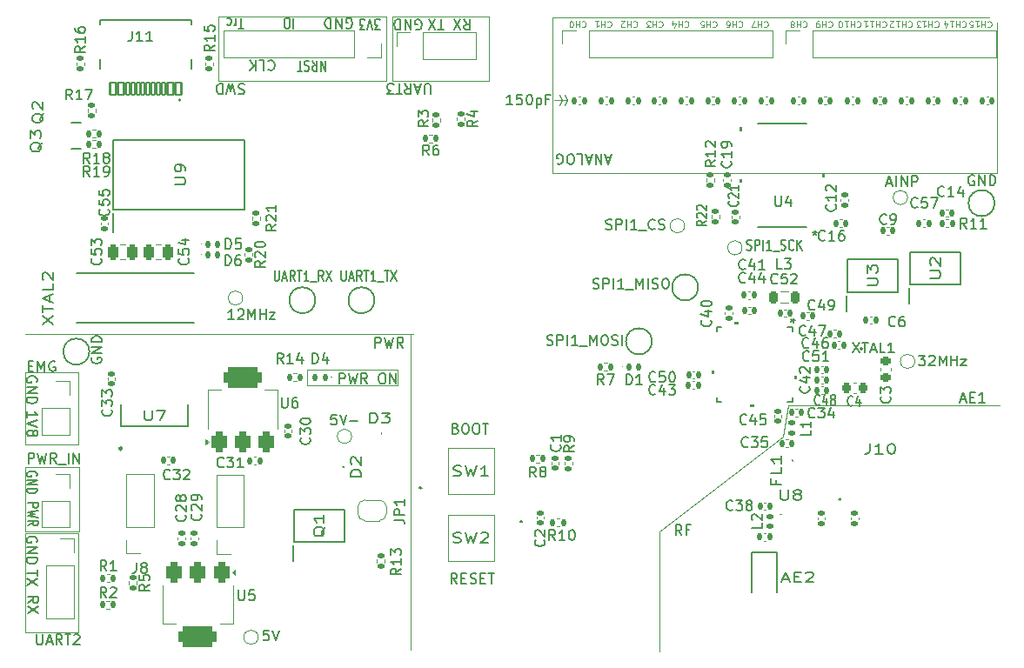
<source format=gto>
%TF.GenerationSoftware,KiCad,Pcbnew,9.0.0-rc3*%
%TF.CreationDate,2025-05-17T15:27:16+02:00*%
%TF.ProjectId,Processing_board,50726f63-6573-4736-996e-675f626f6172,rev?*%
%TF.SameCoordinates,Original*%
%TF.FileFunction,Legend,Top*%
%TF.FilePolarity,Positive*%
%FSLAX46Y46*%
G04 Gerber Fmt 4.6, Leading zero omitted, Abs format (unit mm)*
G04 Created by KiCad (PCBNEW 9.0.0-rc3) date 2025-05-17 15:27:16*
%MOMM*%
%LPD*%
G01*
G04 APERTURE LIST*
G04 Aperture macros list*
%AMRoundRect*
0 Rectangle with rounded corners*
0 $1 Rounding radius*
0 $2 $3 $4 $5 $6 $7 $8 $9 X,Y pos of 4 corners*
0 Add a 4 corners polygon primitive as box body*
4,1,4,$2,$3,$4,$5,$6,$7,$8,$9,$2,$3,0*
0 Add four circle primitives for the rounded corners*
1,1,$1+$1,$2,$3*
1,1,$1+$1,$4,$5*
1,1,$1+$1,$6,$7*
1,1,$1+$1,$8,$9*
0 Add four rect primitives between the rounded corners*
20,1,$1+$1,$2,$3,$4,$5,0*
20,1,$1+$1,$4,$5,$6,$7,0*
20,1,$1+$1,$6,$7,$8,$9,0*
20,1,$1+$1,$8,$9,$2,$3,0*%
%AMFreePoly0*
4,1,23,0.500000,-0.750000,0.000000,-0.750000,0.000000,-0.745722,-0.065263,-0.745722,-0.191342,-0.711940,-0.304381,-0.646677,-0.396677,-0.554381,-0.461940,-0.441342,-0.495722,-0.315263,-0.495722,-0.250000,-0.500000,-0.250000,-0.500000,0.250000,-0.495722,0.250000,-0.495722,0.315263,-0.461940,0.441342,-0.396677,0.554381,-0.304381,0.646677,-0.191342,0.711940,-0.065263,0.745722,0.000000,0.745722,
0.000000,0.750000,0.500000,0.750000,0.500000,-0.750000,0.500000,-0.750000,$1*%
%AMFreePoly1*
4,1,23,0.000000,0.745722,0.065263,0.745722,0.191342,0.711940,0.304381,0.646677,0.396677,0.554381,0.461940,0.441342,0.495722,0.315263,0.495722,0.250000,0.500000,0.250000,0.500000,-0.250000,0.495722,-0.250000,0.495722,-0.315263,0.461940,-0.441342,0.396677,-0.554381,0.304381,-0.646677,0.191342,-0.711940,0.065263,-0.745722,0.000000,-0.745722,0.000000,-0.750000,-0.500000,-0.750000,
-0.500000,0.750000,0.000000,0.750000,0.000000,0.745722,0.000000,0.745722,$1*%
G04 Aperture macros list end*
%ADD10C,0.100000*%
%ADD11C,0.153000*%
%ADD12C,0.120000*%
%ADD13C,0.200000*%
%ADD14C,0.127000*%
%ADD15C,0.152400*%
%ADD16C,0.000000*%
%ADD17C,0.250000*%
%ADD18C,0.010000*%
%ADD19RoundRect,0.140000X-0.140000X-0.170000X0.140000X-0.170000X0.140000X0.170000X-0.140000X0.170000X0*%
%ADD20R,0.650000X1.528000*%
%ADD21C,1.000000*%
%ADD22RoundRect,0.140000X0.140000X0.170000X-0.140000X0.170000X-0.140000X-0.170000X0.140000X-0.170000X0*%
%ADD23RoundRect,0.140000X0.170000X-0.140000X0.170000X0.140000X-0.170000X0.140000X-0.170000X-0.140000X0*%
%ADD24R,1.700000X1.700000*%
%ADD25O,1.700000X1.700000*%
%ADD26RoundRect,0.135000X0.135000X0.185000X-0.135000X0.185000X-0.135000X-0.185000X0.135000X-0.185000X0*%
%ADD27C,1.734000*%
%ADD28RoundRect,0.135000X0.185000X-0.135000X0.185000X0.135000X-0.185000X0.135000X-0.185000X-0.135000X0*%
%ADD29RoundRect,0.147500X-0.172500X0.147500X-0.172500X-0.147500X0.172500X-0.147500X0.172500X0.147500X0*%
%ADD30RoundRect,0.135000X-0.135000X-0.185000X0.135000X-0.185000X0.135000X0.185000X-0.135000X0.185000X0*%
%ADD31RoundRect,0.375000X-0.375000X0.625000X-0.375000X-0.625000X0.375000X-0.625000X0.375000X0.625000X0*%
%ADD32RoundRect,0.500000X-1.400000X0.500000X-1.400000X-0.500000X1.400000X-0.500000X1.400000X0.500000X0*%
%ADD33R,1.000000X0.400000*%
%ADD34RoundRect,0.225000X0.225000X0.250000X-0.225000X0.250000X-0.225000X-0.250000X0.225000X-0.250000X0*%
%ADD35R,1.404099X0.279400*%
%ADD36R,1.000000X2.100000*%
%ADD37R,4.900000X5.850000*%
%ADD38RoundRect,0.140000X-0.170000X0.140000X-0.170000X-0.140000X0.170000X-0.140000X0.170000X0.140000X0*%
%ADD39RoundRect,0.090000X0.300000X0.575000X-0.300000X0.575000X-0.300000X-0.575000X0.300000X-0.575000X0*%
%ADD40RoundRect,0.090000X0.150000X0.575000X-0.150000X0.575000X-0.150000X-0.575000X0.150000X-0.575000X0*%
%ADD41O,1.204000X2.004000*%
%ADD42R,0.300000X0.550000*%
%ADD43R,0.550000X0.300000*%
%ADD44R,5.599999X5.599999*%
%ADD45R,0.700000X0.275000*%
%ADD46R,0.245000X0.450000*%
%ADD47R,0.650000X1.525000*%
%ADD48RoundRect,0.135000X-0.185000X0.135000X-0.185000X-0.135000X0.185000X-0.135000X0.185000X0.135000X0*%
%ADD49R,1.600000X1.400000*%
%ADD50R,1.000000X1.050000*%
%ADD51R,1.050000X2.200000*%
%ADD52RoundRect,0.218750X0.218750X0.381250X-0.218750X0.381250X-0.218750X-0.381250X0.218750X-0.381250X0*%
%ADD53C,2.200000*%
%ADD54R,1.200000X1.000000*%
%ADD55R,1.200000X1.150000*%
%ADD56R,1.500000X1.550000*%
%ADD57R,0.250000X0.250000*%
%ADD58RoundRect,0.375000X0.375000X-0.625000X0.375000X0.625000X-0.375000X0.625000X-0.375000X-0.625000X0*%
%ADD59RoundRect,0.500000X1.400000X-0.500000X1.400000X0.500000X-1.400000X0.500000X-1.400000X-0.500000X0*%
%ADD60FreePoly0,0.000000*%
%ADD61FreePoly1,0.000000*%
%ADD62RoundRect,0.147500X-0.147500X-0.172500X0.147500X-0.172500X0.147500X0.172500X-0.147500X0.172500X0*%
%ADD63R,1.800000X1.150000*%
%ADD64RoundRect,0.250000X0.250000X0.475000X-0.250000X0.475000X-0.250000X-0.475000X0.250000X-0.475000X0*%
%ADD65RoundRect,0.250000X-0.250000X-0.475000X0.250000X-0.475000X0.250000X0.475000X-0.250000X0.475000X0*%
%ADD66RoundRect,0.147500X0.147500X0.172500X-0.147500X0.172500X-0.147500X-0.172500X0.147500X-0.172500X0*%
%ADD67R,0.889000X0.812800*%
%ADD68R,1.000000X1.200000*%
%ADD69R,1.150000X1.200000*%
%ADD70R,1.550000X1.500000*%
%ADD71RoundRect,0.225000X-0.250000X0.225000X-0.250000X-0.225000X0.250000X-0.225000X0.250000X0.225000X0*%
%ADD72R,5.500000X2.000000*%
%ADD73R,0.650000X1.850000*%
G04 APERTURE END LIST*
D10*
X133198496Y-66635771D02*
X133227068Y-66607200D01*
X133227068Y-66607200D02*
X133312782Y-66578628D01*
X133312782Y-66578628D02*
X133369925Y-66578628D01*
X133369925Y-66578628D02*
X133455639Y-66607200D01*
X133455639Y-66607200D02*
X133512782Y-66664342D01*
X133512782Y-66664342D02*
X133541353Y-66721485D01*
X133541353Y-66721485D02*
X133569925Y-66835771D01*
X133569925Y-66835771D02*
X133569925Y-66921485D01*
X133569925Y-66921485D02*
X133541353Y-67035771D01*
X133541353Y-67035771D02*
X133512782Y-67092914D01*
X133512782Y-67092914D02*
X133455639Y-67150057D01*
X133455639Y-67150057D02*
X133369925Y-67178628D01*
X133369925Y-67178628D02*
X133312782Y-67178628D01*
X133312782Y-67178628D02*
X133227068Y-67150057D01*
X133227068Y-67150057D02*
X133198496Y-67121485D01*
X132941353Y-66578628D02*
X132941353Y-67178628D01*
X132941353Y-66892914D02*
X132598496Y-66892914D01*
X132598496Y-66578628D02*
X132598496Y-67178628D01*
X132198497Y-67178628D02*
X132141354Y-67178628D01*
X132141354Y-67178628D02*
X132084211Y-67150057D01*
X132084211Y-67150057D02*
X132055640Y-67121485D01*
X132055640Y-67121485D02*
X132027068Y-67064342D01*
X132027068Y-67064342D02*
X131998497Y-66950057D01*
X131998497Y-66950057D02*
X131998497Y-66807200D01*
X131998497Y-66807200D02*
X132027068Y-66692914D01*
X132027068Y-66692914D02*
X132055640Y-66635771D01*
X132055640Y-66635771D02*
X132084211Y-66607200D01*
X132084211Y-66607200D02*
X132141354Y-66578628D01*
X132141354Y-66578628D02*
X132198497Y-66578628D01*
X132198497Y-66578628D02*
X132255640Y-66607200D01*
X132255640Y-66607200D02*
X132284211Y-66635771D01*
X132284211Y-66635771D02*
X132312782Y-66692914D01*
X132312782Y-66692914D02*
X132341354Y-66807200D01*
X132341354Y-66807200D02*
X132341354Y-66950057D01*
X132341354Y-66950057D02*
X132312782Y-67064342D01*
X132312782Y-67064342D02*
X132284211Y-67121485D01*
X132284211Y-67121485D02*
X132255640Y-67150057D01*
X132255640Y-67150057D02*
X132198497Y-67178628D01*
X135698496Y-66635771D02*
X135727068Y-66607200D01*
X135727068Y-66607200D02*
X135812782Y-66578628D01*
X135812782Y-66578628D02*
X135869925Y-66578628D01*
X135869925Y-66578628D02*
X135955639Y-66607200D01*
X135955639Y-66607200D02*
X136012782Y-66664342D01*
X136012782Y-66664342D02*
X136041353Y-66721485D01*
X136041353Y-66721485D02*
X136069925Y-66835771D01*
X136069925Y-66835771D02*
X136069925Y-66921485D01*
X136069925Y-66921485D02*
X136041353Y-67035771D01*
X136041353Y-67035771D02*
X136012782Y-67092914D01*
X136012782Y-67092914D02*
X135955639Y-67150057D01*
X135955639Y-67150057D02*
X135869925Y-67178628D01*
X135869925Y-67178628D02*
X135812782Y-67178628D01*
X135812782Y-67178628D02*
X135727068Y-67150057D01*
X135727068Y-67150057D02*
X135698496Y-67121485D01*
X135441353Y-66578628D02*
X135441353Y-67178628D01*
X135441353Y-66892914D02*
X135098496Y-66892914D01*
X135098496Y-66578628D02*
X135098496Y-67178628D01*
X134498497Y-66578628D02*
X134841354Y-66578628D01*
X134669925Y-66578628D02*
X134669925Y-67178628D01*
X134669925Y-67178628D02*
X134727068Y-67092914D01*
X134727068Y-67092914D02*
X134784211Y-67035771D01*
X134784211Y-67035771D02*
X134841354Y-67007200D01*
X138198496Y-66635771D02*
X138227068Y-66607200D01*
X138227068Y-66607200D02*
X138312782Y-66578628D01*
X138312782Y-66578628D02*
X138369925Y-66578628D01*
X138369925Y-66578628D02*
X138455639Y-66607200D01*
X138455639Y-66607200D02*
X138512782Y-66664342D01*
X138512782Y-66664342D02*
X138541353Y-66721485D01*
X138541353Y-66721485D02*
X138569925Y-66835771D01*
X138569925Y-66835771D02*
X138569925Y-66921485D01*
X138569925Y-66921485D02*
X138541353Y-67035771D01*
X138541353Y-67035771D02*
X138512782Y-67092914D01*
X138512782Y-67092914D02*
X138455639Y-67150057D01*
X138455639Y-67150057D02*
X138369925Y-67178628D01*
X138369925Y-67178628D02*
X138312782Y-67178628D01*
X138312782Y-67178628D02*
X138227068Y-67150057D01*
X138227068Y-67150057D02*
X138198496Y-67121485D01*
X137941353Y-66578628D02*
X137941353Y-67178628D01*
X137941353Y-66892914D02*
X137598496Y-66892914D01*
X137598496Y-66578628D02*
X137598496Y-67178628D01*
X137341354Y-67121485D02*
X137312782Y-67150057D01*
X137312782Y-67150057D02*
X137255640Y-67178628D01*
X137255640Y-67178628D02*
X137112782Y-67178628D01*
X137112782Y-67178628D02*
X137055640Y-67150057D01*
X137055640Y-67150057D02*
X137027068Y-67121485D01*
X137027068Y-67121485D02*
X136998497Y-67064342D01*
X136998497Y-67064342D02*
X136998497Y-67007200D01*
X136998497Y-67007200D02*
X137027068Y-66921485D01*
X137027068Y-66921485D02*
X137369925Y-66578628D01*
X137369925Y-66578628D02*
X136998497Y-66578628D01*
X140698496Y-66635771D02*
X140727068Y-66607200D01*
X140727068Y-66607200D02*
X140812782Y-66578628D01*
X140812782Y-66578628D02*
X140869925Y-66578628D01*
X140869925Y-66578628D02*
X140955639Y-66607200D01*
X140955639Y-66607200D02*
X141012782Y-66664342D01*
X141012782Y-66664342D02*
X141041353Y-66721485D01*
X141041353Y-66721485D02*
X141069925Y-66835771D01*
X141069925Y-66835771D02*
X141069925Y-66921485D01*
X141069925Y-66921485D02*
X141041353Y-67035771D01*
X141041353Y-67035771D02*
X141012782Y-67092914D01*
X141012782Y-67092914D02*
X140955639Y-67150057D01*
X140955639Y-67150057D02*
X140869925Y-67178628D01*
X140869925Y-67178628D02*
X140812782Y-67178628D01*
X140812782Y-67178628D02*
X140727068Y-67150057D01*
X140727068Y-67150057D02*
X140698496Y-67121485D01*
X140441353Y-66578628D02*
X140441353Y-67178628D01*
X140441353Y-66892914D02*
X140098496Y-66892914D01*
X140098496Y-66578628D02*
X140098496Y-67178628D01*
X139869925Y-67178628D02*
X139498497Y-67178628D01*
X139498497Y-67178628D02*
X139698497Y-66950057D01*
X139698497Y-66950057D02*
X139612782Y-66950057D01*
X139612782Y-66950057D02*
X139555640Y-66921485D01*
X139555640Y-66921485D02*
X139527068Y-66892914D01*
X139527068Y-66892914D02*
X139498497Y-66835771D01*
X139498497Y-66835771D02*
X139498497Y-66692914D01*
X139498497Y-66692914D02*
X139527068Y-66635771D01*
X139527068Y-66635771D02*
X139555640Y-66607200D01*
X139555640Y-66607200D02*
X139612782Y-66578628D01*
X139612782Y-66578628D02*
X139784211Y-66578628D01*
X139784211Y-66578628D02*
X139841354Y-66607200D01*
X139841354Y-66607200D02*
X139869925Y-66635771D01*
X143198496Y-66635771D02*
X143227068Y-66607200D01*
X143227068Y-66607200D02*
X143312782Y-66578628D01*
X143312782Y-66578628D02*
X143369925Y-66578628D01*
X143369925Y-66578628D02*
X143455639Y-66607200D01*
X143455639Y-66607200D02*
X143512782Y-66664342D01*
X143512782Y-66664342D02*
X143541353Y-66721485D01*
X143541353Y-66721485D02*
X143569925Y-66835771D01*
X143569925Y-66835771D02*
X143569925Y-66921485D01*
X143569925Y-66921485D02*
X143541353Y-67035771D01*
X143541353Y-67035771D02*
X143512782Y-67092914D01*
X143512782Y-67092914D02*
X143455639Y-67150057D01*
X143455639Y-67150057D02*
X143369925Y-67178628D01*
X143369925Y-67178628D02*
X143312782Y-67178628D01*
X143312782Y-67178628D02*
X143227068Y-67150057D01*
X143227068Y-67150057D02*
X143198496Y-67121485D01*
X142941353Y-66578628D02*
X142941353Y-67178628D01*
X142941353Y-66892914D02*
X142598496Y-66892914D01*
X142598496Y-66578628D02*
X142598496Y-67178628D01*
X142055640Y-66978628D02*
X142055640Y-66578628D01*
X142198497Y-67207200D02*
X142341354Y-66778628D01*
X142341354Y-66778628D02*
X141969925Y-66778628D01*
X145948496Y-66635771D02*
X145977068Y-66607200D01*
X145977068Y-66607200D02*
X146062782Y-66578628D01*
X146062782Y-66578628D02*
X146119925Y-66578628D01*
X146119925Y-66578628D02*
X146205639Y-66607200D01*
X146205639Y-66607200D02*
X146262782Y-66664342D01*
X146262782Y-66664342D02*
X146291353Y-66721485D01*
X146291353Y-66721485D02*
X146319925Y-66835771D01*
X146319925Y-66835771D02*
X146319925Y-66921485D01*
X146319925Y-66921485D02*
X146291353Y-67035771D01*
X146291353Y-67035771D02*
X146262782Y-67092914D01*
X146262782Y-67092914D02*
X146205639Y-67150057D01*
X146205639Y-67150057D02*
X146119925Y-67178628D01*
X146119925Y-67178628D02*
X146062782Y-67178628D01*
X146062782Y-67178628D02*
X145977068Y-67150057D01*
X145977068Y-67150057D02*
X145948496Y-67121485D01*
X145691353Y-66578628D02*
X145691353Y-67178628D01*
X145691353Y-66892914D02*
X145348496Y-66892914D01*
X145348496Y-66578628D02*
X145348496Y-67178628D01*
X144777068Y-67178628D02*
X145062782Y-67178628D01*
X145062782Y-67178628D02*
X145091354Y-66892914D01*
X145091354Y-66892914D02*
X145062782Y-66921485D01*
X145062782Y-66921485D02*
X145005640Y-66950057D01*
X145005640Y-66950057D02*
X144862782Y-66950057D01*
X144862782Y-66950057D02*
X144805640Y-66921485D01*
X144805640Y-66921485D02*
X144777068Y-66892914D01*
X144777068Y-66892914D02*
X144748497Y-66835771D01*
X144748497Y-66835771D02*
X144748497Y-66692914D01*
X144748497Y-66692914D02*
X144777068Y-66635771D01*
X144777068Y-66635771D02*
X144805640Y-66607200D01*
X144805640Y-66607200D02*
X144862782Y-66578628D01*
X144862782Y-66578628D02*
X145005640Y-66578628D01*
X145005640Y-66578628D02*
X145062782Y-66607200D01*
X145062782Y-66607200D02*
X145091354Y-66635771D01*
X148448496Y-66635771D02*
X148477068Y-66607200D01*
X148477068Y-66607200D02*
X148562782Y-66578628D01*
X148562782Y-66578628D02*
X148619925Y-66578628D01*
X148619925Y-66578628D02*
X148705639Y-66607200D01*
X148705639Y-66607200D02*
X148762782Y-66664342D01*
X148762782Y-66664342D02*
X148791353Y-66721485D01*
X148791353Y-66721485D02*
X148819925Y-66835771D01*
X148819925Y-66835771D02*
X148819925Y-66921485D01*
X148819925Y-66921485D02*
X148791353Y-67035771D01*
X148791353Y-67035771D02*
X148762782Y-67092914D01*
X148762782Y-67092914D02*
X148705639Y-67150057D01*
X148705639Y-67150057D02*
X148619925Y-67178628D01*
X148619925Y-67178628D02*
X148562782Y-67178628D01*
X148562782Y-67178628D02*
X148477068Y-67150057D01*
X148477068Y-67150057D02*
X148448496Y-67121485D01*
X148191353Y-66578628D02*
X148191353Y-67178628D01*
X148191353Y-66892914D02*
X147848496Y-66892914D01*
X147848496Y-66578628D02*
X147848496Y-67178628D01*
X147305640Y-67178628D02*
X147419925Y-67178628D01*
X147419925Y-67178628D02*
X147477068Y-67150057D01*
X147477068Y-67150057D02*
X147505640Y-67121485D01*
X147505640Y-67121485D02*
X147562782Y-67035771D01*
X147562782Y-67035771D02*
X147591354Y-66921485D01*
X147591354Y-66921485D02*
X147591354Y-66692914D01*
X147591354Y-66692914D02*
X147562782Y-66635771D01*
X147562782Y-66635771D02*
X147534211Y-66607200D01*
X147534211Y-66607200D02*
X147477068Y-66578628D01*
X147477068Y-66578628D02*
X147362782Y-66578628D01*
X147362782Y-66578628D02*
X147305640Y-66607200D01*
X147305640Y-66607200D02*
X147277068Y-66635771D01*
X147277068Y-66635771D02*
X147248497Y-66692914D01*
X147248497Y-66692914D02*
X147248497Y-66835771D01*
X147248497Y-66835771D02*
X147277068Y-66892914D01*
X147277068Y-66892914D02*
X147305640Y-66921485D01*
X147305640Y-66921485D02*
X147362782Y-66950057D01*
X147362782Y-66950057D02*
X147477068Y-66950057D01*
X147477068Y-66950057D02*
X147534211Y-66921485D01*
X147534211Y-66921485D02*
X147562782Y-66892914D01*
X147562782Y-66892914D02*
X147591354Y-66835771D01*
X150948496Y-66635771D02*
X150977068Y-66607200D01*
X150977068Y-66607200D02*
X151062782Y-66578628D01*
X151062782Y-66578628D02*
X151119925Y-66578628D01*
X151119925Y-66578628D02*
X151205639Y-66607200D01*
X151205639Y-66607200D02*
X151262782Y-66664342D01*
X151262782Y-66664342D02*
X151291353Y-66721485D01*
X151291353Y-66721485D02*
X151319925Y-66835771D01*
X151319925Y-66835771D02*
X151319925Y-66921485D01*
X151319925Y-66921485D02*
X151291353Y-67035771D01*
X151291353Y-67035771D02*
X151262782Y-67092914D01*
X151262782Y-67092914D02*
X151205639Y-67150057D01*
X151205639Y-67150057D02*
X151119925Y-67178628D01*
X151119925Y-67178628D02*
X151062782Y-67178628D01*
X151062782Y-67178628D02*
X150977068Y-67150057D01*
X150977068Y-67150057D02*
X150948496Y-67121485D01*
X150691353Y-66578628D02*
X150691353Y-67178628D01*
X150691353Y-66892914D02*
X150348496Y-66892914D01*
X150348496Y-66578628D02*
X150348496Y-67178628D01*
X150119925Y-67178628D02*
X149719925Y-67178628D01*
X149719925Y-67178628D02*
X149977068Y-66578628D01*
X154698496Y-66635771D02*
X154727068Y-66607200D01*
X154727068Y-66607200D02*
X154812782Y-66578628D01*
X154812782Y-66578628D02*
X154869925Y-66578628D01*
X154869925Y-66578628D02*
X154955639Y-66607200D01*
X154955639Y-66607200D02*
X155012782Y-66664342D01*
X155012782Y-66664342D02*
X155041353Y-66721485D01*
X155041353Y-66721485D02*
X155069925Y-66835771D01*
X155069925Y-66835771D02*
X155069925Y-66921485D01*
X155069925Y-66921485D02*
X155041353Y-67035771D01*
X155041353Y-67035771D02*
X155012782Y-67092914D01*
X155012782Y-67092914D02*
X154955639Y-67150057D01*
X154955639Y-67150057D02*
X154869925Y-67178628D01*
X154869925Y-67178628D02*
X154812782Y-67178628D01*
X154812782Y-67178628D02*
X154727068Y-67150057D01*
X154727068Y-67150057D02*
X154698496Y-67121485D01*
X154441353Y-66578628D02*
X154441353Y-67178628D01*
X154441353Y-66892914D02*
X154098496Y-66892914D01*
X154098496Y-66578628D02*
X154098496Y-67178628D01*
X153727068Y-66921485D02*
X153784211Y-66950057D01*
X153784211Y-66950057D02*
X153812782Y-66978628D01*
X153812782Y-66978628D02*
X153841354Y-67035771D01*
X153841354Y-67035771D02*
X153841354Y-67064342D01*
X153841354Y-67064342D02*
X153812782Y-67121485D01*
X153812782Y-67121485D02*
X153784211Y-67150057D01*
X153784211Y-67150057D02*
X153727068Y-67178628D01*
X153727068Y-67178628D02*
X153612782Y-67178628D01*
X153612782Y-67178628D02*
X153555640Y-67150057D01*
X153555640Y-67150057D02*
X153527068Y-67121485D01*
X153527068Y-67121485D02*
X153498497Y-67064342D01*
X153498497Y-67064342D02*
X153498497Y-67035771D01*
X153498497Y-67035771D02*
X153527068Y-66978628D01*
X153527068Y-66978628D02*
X153555640Y-66950057D01*
X153555640Y-66950057D02*
X153612782Y-66921485D01*
X153612782Y-66921485D02*
X153727068Y-66921485D01*
X153727068Y-66921485D02*
X153784211Y-66892914D01*
X153784211Y-66892914D02*
X153812782Y-66864342D01*
X153812782Y-66864342D02*
X153841354Y-66807200D01*
X153841354Y-66807200D02*
X153841354Y-66692914D01*
X153841354Y-66692914D02*
X153812782Y-66635771D01*
X153812782Y-66635771D02*
X153784211Y-66607200D01*
X153784211Y-66607200D02*
X153727068Y-66578628D01*
X153727068Y-66578628D02*
X153612782Y-66578628D01*
X153612782Y-66578628D02*
X153555640Y-66607200D01*
X153555640Y-66607200D02*
X153527068Y-66635771D01*
X153527068Y-66635771D02*
X153498497Y-66692914D01*
X153498497Y-66692914D02*
X153498497Y-66807200D01*
X153498497Y-66807200D02*
X153527068Y-66864342D01*
X153527068Y-66864342D02*
X153555640Y-66892914D01*
X153555640Y-66892914D02*
X153612782Y-66921485D01*
X157198496Y-66635771D02*
X157227068Y-66607200D01*
X157227068Y-66607200D02*
X157312782Y-66578628D01*
X157312782Y-66578628D02*
X157369925Y-66578628D01*
X157369925Y-66578628D02*
X157455639Y-66607200D01*
X157455639Y-66607200D02*
X157512782Y-66664342D01*
X157512782Y-66664342D02*
X157541353Y-66721485D01*
X157541353Y-66721485D02*
X157569925Y-66835771D01*
X157569925Y-66835771D02*
X157569925Y-66921485D01*
X157569925Y-66921485D02*
X157541353Y-67035771D01*
X157541353Y-67035771D02*
X157512782Y-67092914D01*
X157512782Y-67092914D02*
X157455639Y-67150057D01*
X157455639Y-67150057D02*
X157369925Y-67178628D01*
X157369925Y-67178628D02*
X157312782Y-67178628D01*
X157312782Y-67178628D02*
X157227068Y-67150057D01*
X157227068Y-67150057D02*
X157198496Y-67121485D01*
X156941353Y-66578628D02*
X156941353Y-67178628D01*
X156941353Y-66892914D02*
X156598496Y-66892914D01*
X156598496Y-66578628D02*
X156598496Y-67178628D01*
X156284211Y-66578628D02*
X156169925Y-66578628D01*
X156169925Y-66578628D02*
X156112782Y-66607200D01*
X156112782Y-66607200D02*
X156084211Y-66635771D01*
X156084211Y-66635771D02*
X156027068Y-66721485D01*
X156027068Y-66721485D02*
X155998497Y-66835771D01*
X155998497Y-66835771D02*
X155998497Y-67064342D01*
X155998497Y-67064342D02*
X156027068Y-67121485D01*
X156027068Y-67121485D02*
X156055640Y-67150057D01*
X156055640Y-67150057D02*
X156112782Y-67178628D01*
X156112782Y-67178628D02*
X156227068Y-67178628D01*
X156227068Y-67178628D02*
X156284211Y-67150057D01*
X156284211Y-67150057D02*
X156312782Y-67121485D01*
X156312782Y-67121485D02*
X156341354Y-67064342D01*
X156341354Y-67064342D02*
X156341354Y-66921485D01*
X156341354Y-66921485D02*
X156312782Y-66864342D01*
X156312782Y-66864342D02*
X156284211Y-66835771D01*
X156284211Y-66835771D02*
X156227068Y-66807200D01*
X156227068Y-66807200D02*
X156112782Y-66807200D01*
X156112782Y-66807200D02*
X156055640Y-66835771D01*
X156055640Y-66835771D02*
X156027068Y-66864342D01*
X156027068Y-66864342D02*
X155998497Y-66921485D01*
X159948496Y-66635771D02*
X159977068Y-66607200D01*
X159977068Y-66607200D02*
X160062782Y-66578628D01*
X160062782Y-66578628D02*
X160119925Y-66578628D01*
X160119925Y-66578628D02*
X160205639Y-66607200D01*
X160205639Y-66607200D02*
X160262782Y-66664342D01*
X160262782Y-66664342D02*
X160291353Y-66721485D01*
X160291353Y-66721485D02*
X160319925Y-66835771D01*
X160319925Y-66835771D02*
X160319925Y-66921485D01*
X160319925Y-66921485D02*
X160291353Y-67035771D01*
X160291353Y-67035771D02*
X160262782Y-67092914D01*
X160262782Y-67092914D02*
X160205639Y-67150057D01*
X160205639Y-67150057D02*
X160119925Y-67178628D01*
X160119925Y-67178628D02*
X160062782Y-67178628D01*
X160062782Y-67178628D02*
X159977068Y-67150057D01*
X159977068Y-67150057D02*
X159948496Y-67121485D01*
X159691353Y-66578628D02*
X159691353Y-67178628D01*
X159691353Y-66892914D02*
X159348496Y-66892914D01*
X159348496Y-66578628D02*
X159348496Y-67178628D01*
X158748497Y-66578628D02*
X159091354Y-66578628D01*
X158919925Y-66578628D02*
X158919925Y-67178628D01*
X158919925Y-67178628D02*
X158977068Y-67092914D01*
X158977068Y-67092914D02*
X159034211Y-67035771D01*
X159034211Y-67035771D02*
X159091354Y-67007200D01*
X158377068Y-67178628D02*
X158319925Y-67178628D01*
X158319925Y-67178628D02*
X158262782Y-67150057D01*
X158262782Y-67150057D02*
X158234211Y-67121485D01*
X158234211Y-67121485D02*
X158205639Y-67064342D01*
X158205639Y-67064342D02*
X158177068Y-66950057D01*
X158177068Y-66950057D02*
X158177068Y-66807200D01*
X158177068Y-66807200D02*
X158205639Y-66692914D01*
X158205639Y-66692914D02*
X158234211Y-66635771D01*
X158234211Y-66635771D02*
X158262782Y-66607200D01*
X158262782Y-66607200D02*
X158319925Y-66578628D01*
X158319925Y-66578628D02*
X158377068Y-66578628D01*
X158377068Y-66578628D02*
X158434211Y-66607200D01*
X158434211Y-66607200D02*
X158462782Y-66635771D01*
X158462782Y-66635771D02*
X158491353Y-66692914D01*
X158491353Y-66692914D02*
X158519925Y-66807200D01*
X158519925Y-66807200D02*
X158519925Y-66950057D01*
X158519925Y-66950057D02*
X158491353Y-67064342D01*
X158491353Y-67064342D02*
X158462782Y-67121485D01*
X158462782Y-67121485D02*
X158434211Y-67150057D01*
X158434211Y-67150057D02*
X158377068Y-67178628D01*
X162448496Y-66635771D02*
X162477068Y-66607200D01*
X162477068Y-66607200D02*
X162562782Y-66578628D01*
X162562782Y-66578628D02*
X162619925Y-66578628D01*
X162619925Y-66578628D02*
X162705639Y-66607200D01*
X162705639Y-66607200D02*
X162762782Y-66664342D01*
X162762782Y-66664342D02*
X162791353Y-66721485D01*
X162791353Y-66721485D02*
X162819925Y-66835771D01*
X162819925Y-66835771D02*
X162819925Y-66921485D01*
X162819925Y-66921485D02*
X162791353Y-67035771D01*
X162791353Y-67035771D02*
X162762782Y-67092914D01*
X162762782Y-67092914D02*
X162705639Y-67150057D01*
X162705639Y-67150057D02*
X162619925Y-67178628D01*
X162619925Y-67178628D02*
X162562782Y-67178628D01*
X162562782Y-67178628D02*
X162477068Y-67150057D01*
X162477068Y-67150057D02*
X162448496Y-67121485D01*
X162191353Y-66578628D02*
X162191353Y-67178628D01*
X162191353Y-66892914D02*
X161848496Y-66892914D01*
X161848496Y-66578628D02*
X161848496Y-67178628D01*
X161248497Y-66578628D02*
X161591354Y-66578628D01*
X161419925Y-66578628D02*
X161419925Y-67178628D01*
X161419925Y-67178628D02*
X161477068Y-67092914D01*
X161477068Y-67092914D02*
X161534211Y-67035771D01*
X161534211Y-67035771D02*
X161591354Y-67007200D01*
X160677068Y-66578628D02*
X161019925Y-66578628D01*
X160848496Y-66578628D02*
X160848496Y-67178628D01*
X160848496Y-67178628D02*
X160905639Y-67092914D01*
X160905639Y-67092914D02*
X160962782Y-67035771D01*
X160962782Y-67035771D02*
X161019925Y-67007200D01*
X164948496Y-66635771D02*
X164977068Y-66607200D01*
X164977068Y-66607200D02*
X165062782Y-66578628D01*
X165062782Y-66578628D02*
X165119925Y-66578628D01*
X165119925Y-66578628D02*
X165205639Y-66607200D01*
X165205639Y-66607200D02*
X165262782Y-66664342D01*
X165262782Y-66664342D02*
X165291353Y-66721485D01*
X165291353Y-66721485D02*
X165319925Y-66835771D01*
X165319925Y-66835771D02*
X165319925Y-66921485D01*
X165319925Y-66921485D02*
X165291353Y-67035771D01*
X165291353Y-67035771D02*
X165262782Y-67092914D01*
X165262782Y-67092914D02*
X165205639Y-67150057D01*
X165205639Y-67150057D02*
X165119925Y-67178628D01*
X165119925Y-67178628D02*
X165062782Y-67178628D01*
X165062782Y-67178628D02*
X164977068Y-67150057D01*
X164977068Y-67150057D02*
X164948496Y-67121485D01*
X164691353Y-66578628D02*
X164691353Y-67178628D01*
X164691353Y-66892914D02*
X164348496Y-66892914D01*
X164348496Y-66578628D02*
X164348496Y-67178628D01*
X163748497Y-66578628D02*
X164091354Y-66578628D01*
X163919925Y-66578628D02*
X163919925Y-67178628D01*
X163919925Y-67178628D02*
X163977068Y-67092914D01*
X163977068Y-67092914D02*
X164034211Y-67035771D01*
X164034211Y-67035771D02*
X164091354Y-67007200D01*
X163519925Y-67121485D02*
X163491353Y-67150057D01*
X163491353Y-67150057D02*
X163434211Y-67178628D01*
X163434211Y-67178628D02*
X163291353Y-67178628D01*
X163291353Y-67178628D02*
X163234211Y-67150057D01*
X163234211Y-67150057D02*
X163205639Y-67121485D01*
X163205639Y-67121485D02*
X163177068Y-67064342D01*
X163177068Y-67064342D02*
X163177068Y-67007200D01*
X163177068Y-67007200D02*
X163205639Y-66921485D01*
X163205639Y-66921485D02*
X163548496Y-66578628D01*
X163548496Y-66578628D02*
X163177068Y-66578628D01*
X167548496Y-66635771D02*
X167577068Y-66607200D01*
X167577068Y-66607200D02*
X167662782Y-66578628D01*
X167662782Y-66578628D02*
X167719925Y-66578628D01*
X167719925Y-66578628D02*
X167805639Y-66607200D01*
X167805639Y-66607200D02*
X167862782Y-66664342D01*
X167862782Y-66664342D02*
X167891353Y-66721485D01*
X167891353Y-66721485D02*
X167919925Y-66835771D01*
X167919925Y-66835771D02*
X167919925Y-66921485D01*
X167919925Y-66921485D02*
X167891353Y-67035771D01*
X167891353Y-67035771D02*
X167862782Y-67092914D01*
X167862782Y-67092914D02*
X167805639Y-67150057D01*
X167805639Y-67150057D02*
X167719925Y-67178628D01*
X167719925Y-67178628D02*
X167662782Y-67178628D01*
X167662782Y-67178628D02*
X167577068Y-67150057D01*
X167577068Y-67150057D02*
X167548496Y-67121485D01*
X167291353Y-66578628D02*
X167291353Y-67178628D01*
X167291353Y-66892914D02*
X166948496Y-66892914D01*
X166948496Y-66578628D02*
X166948496Y-67178628D01*
X166348497Y-66578628D02*
X166691354Y-66578628D01*
X166519925Y-66578628D02*
X166519925Y-67178628D01*
X166519925Y-67178628D02*
X166577068Y-67092914D01*
X166577068Y-67092914D02*
X166634211Y-67035771D01*
X166634211Y-67035771D02*
X166691354Y-67007200D01*
X166148496Y-67178628D02*
X165777068Y-67178628D01*
X165777068Y-67178628D02*
X165977068Y-66950057D01*
X165977068Y-66950057D02*
X165891353Y-66950057D01*
X165891353Y-66950057D02*
X165834211Y-66921485D01*
X165834211Y-66921485D02*
X165805639Y-66892914D01*
X165805639Y-66892914D02*
X165777068Y-66835771D01*
X165777068Y-66835771D02*
X165777068Y-66692914D01*
X165777068Y-66692914D02*
X165805639Y-66635771D01*
X165805639Y-66635771D02*
X165834211Y-66607200D01*
X165834211Y-66607200D02*
X165891353Y-66578628D01*
X165891353Y-66578628D02*
X166062782Y-66578628D01*
X166062782Y-66578628D02*
X166119925Y-66607200D01*
X166119925Y-66607200D02*
X166148496Y-66635771D01*
X170198496Y-66635771D02*
X170227068Y-66607200D01*
X170227068Y-66607200D02*
X170312782Y-66578628D01*
X170312782Y-66578628D02*
X170369925Y-66578628D01*
X170369925Y-66578628D02*
X170455639Y-66607200D01*
X170455639Y-66607200D02*
X170512782Y-66664342D01*
X170512782Y-66664342D02*
X170541353Y-66721485D01*
X170541353Y-66721485D02*
X170569925Y-66835771D01*
X170569925Y-66835771D02*
X170569925Y-66921485D01*
X170569925Y-66921485D02*
X170541353Y-67035771D01*
X170541353Y-67035771D02*
X170512782Y-67092914D01*
X170512782Y-67092914D02*
X170455639Y-67150057D01*
X170455639Y-67150057D02*
X170369925Y-67178628D01*
X170369925Y-67178628D02*
X170312782Y-67178628D01*
X170312782Y-67178628D02*
X170227068Y-67150057D01*
X170227068Y-67150057D02*
X170198496Y-67121485D01*
X169941353Y-66578628D02*
X169941353Y-67178628D01*
X169941353Y-66892914D02*
X169598496Y-66892914D01*
X169598496Y-66578628D02*
X169598496Y-67178628D01*
X168998497Y-66578628D02*
X169341354Y-66578628D01*
X169169925Y-66578628D02*
X169169925Y-67178628D01*
X169169925Y-67178628D02*
X169227068Y-67092914D01*
X169227068Y-67092914D02*
X169284211Y-67035771D01*
X169284211Y-67035771D02*
X169341354Y-67007200D01*
X168484211Y-66978628D02*
X168484211Y-66578628D01*
X168627068Y-67207200D02*
X168769925Y-66778628D01*
X168769925Y-66778628D02*
X168398496Y-66778628D01*
X79000000Y-97000000D02*
X116750000Y-97000000D01*
X130500000Y-74250000D02*
X131750000Y-74250000D01*
X97850000Y-66100000D02*
X114150000Y-66100000D01*
X114150000Y-72400000D01*
X97850000Y-72400000D01*
X97850000Y-66100000D01*
X130325000Y-81350000D02*
X130325000Y-66250000D01*
X79005000Y-116400000D02*
X84200000Y-116400000D01*
X84200000Y-126110000D01*
X79005000Y-126110000D01*
X79005000Y-116400000D01*
X130325000Y-66250000D02*
X172800000Y-66250000D01*
X153422500Y-104000000D02*
X173850000Y-104000000D01*
X79000000Y-100800000D02*
X84200000Y-100800000D01*
X84200000Y-107750000D01*
X79000000Y-107750000D01*
X79000000Y-100800000D01*
X131750000Y-74250000D02*
X131500000Y-74750000D01*
X153500000Y-104000000D02*
X153250000Y-104000000D01*
X106500000Y-100500000D02*
X115250000Y-100500000D01*
X115250000Y-102000000D01*
X106500000Y-102000000D01*
X106500000Y-100500000D01*
X131750000Y-74250000D02*
X131500000Y-73750000D01*
X140750000Y-116250000D02*
X140750000Y-127950000D01*
X173625000Y-81350000D02*
X130325000Y-81350000D01*
X131250000Y-74250000D02*
X131000000Y-74750000D01*
X114750000Y-66100000D02*
X124200000Y-66100000D01*
X124200000Y-72400000D01*
X114750000Y-72400000D01*
X114750000Y-66100000D01*
X131250000Y-74250000D02*
X131000000Y-73750000D01*
X116500000Y-97000000D02*
X116500000Y-127750000D01*
X152750000Y-107000000D02*
X140750000Y-116250000D01*
X173625000Y-66700000D02*
X173625000Y-81350000D01*
X153250000Y-104000000D02*
X152750000Y-107000000D01*
D11*
X79280336Y-113491133D02*
X80280336Y-113491133D01*
X80280336Y-113491133D02*
X80280336Y-113795895D01*
X80280336Y-113795895D02*
X80232717Y-113872085D01*
X80232717Y-113872085D02*
X80185098Y-113910180D01*
X80185098Y-113910180D02*
X80089860Y-113948276D01*
X80089860Y-113948276D02*
X79947003Y-113948276D01*
X79947003Y-113948276D02*
X79851765Y-113910180D01*
X79851765Y-113910180D02*
X79804146Y-113872085D01*
X79804146Y-113872085D02*
X79756527Y-113795895D01*
X79756527Y-113795895D02*
X79756527Y-113491133D01*
X80280336Y-114214942D02*
X79280336Y-114405418D01*
X79280336Y-114405418D02*
X79994622Y-114557799D01*
X79994622Y-114557799D02*
X79280336Y-114710180D01*
X79280336Y-114710180D02*
X80280336Y-114900657D01*
X79280336Y-115662562D02*
X79756527Y-115395895D01*
X79280336Y-115205419D02*
X80280336Y-115205419D01*
X80280336Y-115205419D02*
X80280336Y-115510181D01*
X80280336Y-115510181D02*
X80232717Y-115586371D01*
X80232717Y-115586371D02*
X80185098Y-115624466D01*
X80185098Y-115624466D02*
X80089860Y-115662562D01*
X80089860Y-115662562D02*
X79947003Y-115662562D01*
X79947003Y-115662562D02*
X79851765Y-115624466D01*
X79851765Y-115624466D02*
X79804146Y-115586371D01*
X79804146Y-115586371D02*
X79756527Y-115510181D01*
X79756527Y-115510181D02*
X79756527Y-115205419D01*
X165993514Y-99119663D02*
X166612561Y-99119663D01*
X166612561Y-99119663D02*
X166279228Y-99500615D01*
X166279228Y-99500615D02*
X166422085Y-99500615D01*
X166422085Y-99500615D02*
X166517323Y-99548234D01*
X166517323Y-99548234D02*
X166564942Y-99595853D01*
X166564942Y-99595853D02*
X166612561Y-99691091D01*
X166612561Y-99691091D02*
X166612561Y-99929186D01*
X166612561Y-99929186D02*
X166564942Y-100024424D01*
X166564942Y-100024424D02*
X166517323Y-100072044D01*
X166517323Y-100072044D02*
X166422085Y-100119663D01*
X166422085Y-100119663D02*
X166136371Y-100119663D01*
X166136371Y-100119663D02*
X166041133Y-100072044D01*
X166041133Y-100072044D02*
X165993514Y-100024424D01*
X166993514Y-99214901D02*
X167041133Y-99167282D01*
X167041133Y-99167282D02*
X167136371Y-99119663D01*
X167136371Y-99119663D02*
X167374466Y-99119663D01*
X167374466Y-99119663D02*
X167469704Y-99167282D01*
X167469704Y-99167282D02*
X167517323Y-99214901D01*
X167517323Y-99214901D02*
X167564942Y-99310139D01*
X167564942Y-99310139D02*
X167564942Y-99405377D01*
X167564942Y-99405377D02*
X167517323Y-99548234D01*
X167517323Y-99548234D02*
X166945895Y-100119663D01*
X166945895Y-100119663D02*
X167564942Y-100119663D01*
X167993514Y-100119663D02*
X167993514Y-99119663D01*
X167993514Y-99119663D02*
X168326847Y-99833948D01*
X168326847Y-99833948D02*
X168660180Y-99119663D01*
X168660180Y-99119663D02*
X168660180Y-100119663D01*
X169136371Y-100119663D02*
X169136371Y-99119663D01*
X169136371Y-99595853D02*
X169707799Y-99595853D01*
X169707799Y-100119663D02*
X169707799Y-99119663D01*
X170088752Y-99452996D02*
X170612561Y-99452996D01*
X170612561Y-99452996D02*
X170088752Y-100119663D01*
X170088752Y-100119663D02*
X170612561Y-100119663D01*
X109791133Y-90869663D02*
X109791133Y-91679186D01*
X109791133Y-91679186D02*
X109829228Y-91774424D01*
X109829228Y-91774424D02*
X109867323Y-91822044D01*
X109867323Y-91822044D02*
X109943514Y-91869663D01*
X109943514Y-91869663D02*
X110095895Y-91869663D01*
X110095895Y-91869663D02*
X110172085Y-91822044D01*
X110172085Y-91822044D02*
X110210180Y-91774424D01*
X110210180Y-91774424D02*
X110248276Y-91679186D01*
X110248276Y-91679186D02*
X110248276Y-90869663D01*
X110591132Y-91583948D02*
X110972085Y-91583948D01*
X110514942Y-91869663D02*
X110781609Y-90869663D01*
X110781609Y-90869663D02*
X111048275Y-91869663D01*
X111772085Y-91869663D02*
X111505418Y-91393472D01*
X111314942Y-91869663D02*
X111314942Y-90869663D01*
X111314942Y-90869663D02*
X111619704Y-90869663D01*
X111619704Y-90869663D02*
X111695894Y-90917282D01*
X111695894Y-90917282D02*
X111733989Y-90964901D01*
X111733989Y-90964901D02*
X111772085Y-91060139D01*
X111772085Y-91060139D02*
X111772085Y-91202996D01*
X111772085Y-91202996D02*
X111733989Y-91298234D01*
X111733989Y-91298234D02*
X111695894Y-91345853D01*
X111695894Y-91345853D02*
X111619704Y-91393472D01*
X111619704Y-91393472D02*
X111314942Y-91393472D01*
X112000656Y-90869663D02*
X112457799Y-90869663D01*
X112229227Y-91869663D02*
X112229227Y-90869663D01*
X113143513Y-91869663D02*
X112686370Y-91869663D01*
X112914942Y-91869663D02*
X112914942Y-90869663D01*
X112914942Y-90869663D02*
X112838751Y-91012520D01*
X112838751Y-91012520D02*
X112762561Y-91107758D01*
X112762561Y-91107758D02*
X112686370Y-91155377D01*
X113295895Y-91964901D02*
X113905418Y-91964901D01*
X113981609Y-90869663D02*
X114438752Y-90869663D01*
X114210180Y-91869663D02*
X114210180Y-90869663D01*
X114629228Y-90869663D02*
X115162562Y-91869663D01*
X115162562Y-90869663D02*
X114629228Y-91869663D01*
X99362561Y-95619663D02*
X98791133Y-95619663D01*
X99076847Y-95619663D02*
X99076847Y-94619663D01*
X99076847Y-94619663D02*
X98981609Y-94762520D01*
X98981609Y-94762520D02*
X98886371Y-94857758D01*
X98886371Y-94857758D02*
X98791133Y-94905377D01*
X99743514Y-94714901D02*
X99791133Y-94667282D01*
X99791133Y-94667282D02*
X99886371Y-94619663D01*
X99886371Y-94619663D02*
X100124466Y-94619663D01*
X100124466Y-94619663D02*
X100219704Y-94667282D01*
X100219704Y-94667282D02*
X100267323Y-94714901D01*
X100267323Y-94714901D02*
X100314942Y-94810139D01*
X100314942Y-94810139D02*
X100314942Y-94905377D01*
X100314942Y-94905377D02*
X100267323Y-95048234D01*
X100267323Y-95048234D02*
X99695895Y-95619663D01*
X99695895Y-95619663D02*
X100314942Y-95619663D01*
X100743514Y-95619663D02*
X100743514Y-94619663D01*
X100743514Y-94619663D02*
X101076847Y-95333948D01*
X101076847Y-95333948D02*
X101410180Y-94619663D01*
X101410180Y-94619663D02*
X101410180Y-95619663D01*
X101886371Y-95619663D02*
X101886371Y-94619663D01*
X101886371Y-95095853D02*
X102457799Y-95095853D01*
X102457799Y-95619663D02*
X102457799Y-94619663D01*
X102838752Y-94952996D02*
X103362561Y-94952996D01*
X103362561Y-94952996D02*
X102838752Y-95619663D01*
X102838752Y-95619663D02*
X103362561Y-95619663D01*
X79230336Y-105162561D02*
X79230336Y-104591133D01*
X79230336Y-104876847D02*
X80230336Y-104876847D01*
X80230336Y-104876847D02*
X80087479Y-104781609D01*
X80087479Y-104781609D02*
X79992241Y-104686371D01*
X79992241Y-104686371D02*
X79944622Y-104591133D01*
X80230336Y-105448276D02*
X79230336Y-105781609D01*
X79230336Y-105781609D02*
X80230336Y-106114942D01*
X79801765Y-106591133D02*
X79849384Y-106495895D01*
X79849384Y-106495895D02*
X79897003Y-106448276D01*
X79897003Y-106448276D02*
X79992241Y-106400657D01*
X79992241Y-106400657D02*
X80039860Y-106400657D01*
X80039860Y-106400657D02*
X80135098Y-106448276D01*
X80135098Y-106448276D02*
X80182717Y-106495895D01*
X80182717Y-106495895D02*
X80230336Y-106591133D01*
X80230336Y-106591133D02*
X80230336Y-106781609D01*
X80230336Y-106781609D02*
X80182717Y-106876847D01*
X80182717Y-106876847D02*
X80135098Y-106924466D01*
X80135098Y-106924466D02*
X80039860Y-106972085D01*
X80039860Y-106972085D02*
X79992241Y-106972085D01*
X79992241Y-106972085D02*
X79897003Y-106924466D01*
X79897003Y-106924466D02*
X79849384Y-106876847D01*
X79849384Y-106876847D02*
X79801765Y-106781609D01*
X79801765Y-106781609D02*
X79801765Y-106591133D01*
X79801765Y-106591133D02*
X79754146Y-106495895D01*
X79754146Y-106495895D02*
X79706527Y-106448276D01*
X79706527Y-106448276D02*
X79611289Y-106400657D01*
X79611289Y-106400657D02*
X79420813Y-106400657D01*
X79420813Y-106400657D02*
X79325575Y-106448276D01*
X79325575Y-106448276D02*
X79277956Y-106495895D01*
X79277956Y-106495895D02*
X79230336Y-106591133D01*
X79230336Y-106591133D02*
X79230336Y-106781609D01*
X79230336Y-106781609D02*
X79277956Y-106876847D01*
X79277956Y-106876847D02*
X79325575Y-106924466D01*
X79325575Y-106924466D02*
X79420813Y-106972085D01*
X79420813Y-106972085D02*
X79611289Y-106972085D01*
X79611289Y-106972085D02*
X79706527Y-106924466D01*
X79706527Y-106924466D02*
X79754146Y-106876847D01*
X79754146Y-106876847D02*
X79801765Y-106781609D01*
X102689819Y-70475575D02*
X102737438Y-70427956D01*
X102737438Y-70427956D02*
X102880295Y-70380336D01*
X102880295Y-70380336D02*
X102975533Y-70380336D01*
X102975533Y-70380336D02*
X103118390Y-70427956D01*
X103118390Y-70427956D02*
X103213628Y-70523194D01*
X103213628Y-70523194D02*
X103261247Y-70618432D01*
X103261247Y-70618432D02*
X103308866Y-70808908D01*
X103308866Y-70808908D02*
X103308866Y-70951765D01*
X103308866Y-70951765D02*
X103261247Y-71142241D01*
X103261247Y-71142241D02*
X103213628Y-71237479D01*
X103213628Y-71237479D02*
X103118390Y-71332717D01*
X103118390Y-71332717D02*
X102975533Y-71380336D01*
X102975533Y-71380336D02*
X102880295Y-71380336D01*
X102880295Y-71380336D02*
X102737438Y-71332717D01*
X102737438Y-71332717D02*
X102689819Y-71285098D01*
X101785057Y-70380336D02*
X102261247Y-70380336D01*
X102261247Y-70380336D02*
X102261247Y-71380336D01*
X101451723Y-70380336D02*
X101451723Y-71380336D01*
X100880295Y-70380336D02*
X101308866Y-70951765D01*
X100880295Y-71380336D02*
X101451723Y-70808908D01*
X79280336Y-123210180D02*
X79756527Y-122876847D01*
X79280336Y-122638752D02*
X80280336Y-122638752D01*
X80280336Y-122638752D02*
X80280336Y-123019704D01*
X80280336Y-123019704D02*
X80232717Y-123114942D01*
X80232717Y-123114942D02*
X80185098Y-123162561D01*
X80185098Y-123162561D02*
X80089860Y-123210180D01*
X80089860Y-123210180D02*
X79947003Y-123210180D01*
X79947003Y-123210180D02*
X79851765Y-123162561D01*
X79851765Y-123162561D02*
X79804146Y-123114942D01*
X79804146Y-123114942D02*
X79756527Y-123019704D01*
X79756527Y-123019704D02*
X79756527Y-122638752D01*
X80280336Y-123543514D02*
X79280336Y-124210180D01*
X80280336Y-124210180D02*
X79280336Y-123543514D01*
X105108866Y-66280336D02*
X105108866Y-67280336D01*
X104575533Y-67280336D02*
X104423152Y-67280336D01*
X104423152Y-67280336D02*
X104346962Y-67232717D01*
X104346962Y-67232717D02*
X104270771Y-67137479D01*
X104270771Y-67137479D02*
X104232676Y-66947003D01*
X104232676Y-66947003D02*
X104232676Y-66613670D01*
X104232676Y-66613670D02*
X104270771Y-66423194D01*
X104270771Y-66423194D02*
X104346962Y-66327956D01*
X104346962Y-66327956D02*
X104423152Y-66280336D01*
X104423152Y-66280336D02*
X104575533Y-66280336D01*
X104575533Y-66280336D02*
X104651724Y-66327956D01*
X104651724Y-66327956D02*
X104727914Y-66423194D01*
X104727914Y-66423194D02*
X104766010Y-66613670D01*
X104766010Y-66613670D02*
X104766010Y-66947003D01*
X104766010Y-66947003D02*
X104727914Y-67137479D01*
X104727914Y-67137479D02*
X104651724Y-67232717D01*
X104651724Y-67232717D02*
X104575533Y-67280336D01*
X117037438Y-67382717D02*
X117132676Y-67430336D01*
X117132676Y-67430336D02*
X117275533Y-67430336D01*
X117275533Y-67430336D02*
X117418390Y-67382717D01*
X117418390Y-67382717D02*
X117513628Y-67287479D01*
X117513628Y-67287479D02*
X117561247Y-67192241D01*
X117561247Y-67192241D02*
X117608866Y-67001765D01*
X117608866Y-67001765D02*
X117608866Y-66858908D01*
X117608866Y-66858908D02*
X117561247Y-66668432D01*
X117561247Y-66668432D02*
X117513628Y-66573194D01*
X117513628Y-66573194D02*
X117418390Y-66477956D01*
X117418390Y-66477956D02*
X117275533Y-66430336D01*
X117275533Y-66430336D02*
X117180295Y-66430336D01*
X117180295Y-66430336D02*
X117037438Y-66477956D01*
X117037438Y-66477956D02*
X116989819Y-66525575D01*
X116989819Y-66525575D02*
X116989819Y-66858908D01*
X116989819Y-66858908D02*
X117180295Y-66858908D01*
X116561247Y-66430336D02*
X116561247Y-67430336D01*
X116561247Y-67430336D02*
X115989819Y-66430336D01*
X115989819Y-66430336D02*
X115989819Y-67430336D01*
X115513628Y-66430336D02*
X115513628Y-67430336D01*
X115513628Y-67430336D02*
X115275533Y-67430336D01*
X115275533Y-67430336D02*
X115132676Y-67382717D01*
X115132676Y-67382717D02*
X115037438Y-67287479D01*
X115037438Y-67287479D02*
X114989819Y-67192241D01*
X114989819Y-67192241D02*
X114942200Y-67001765D01*
X114942200Y-67001765D02*
X114942200Y-66858908D01*
X114942200Y-66858908D02*
X114989819Y-66668432D01*
X114989819Y-66668432D02*
X115037438Y-66573194D01*
X115037438Y-66573194D02*
X115132676Y-66477956D01*
X115132676Y-66477956D02*
X115275533Y-66430336D01*
X115275533Y-66430336D02*
X115513628Y-66430336D01*
X108258866Y-70430336D02*
X108258866Y-71430336D01*
X108258866Y-71430336D02*
X107801723Y-70430336D01*
X107801723Y-70430336D02*
X107801723Y-71430336D01*
X106963628Y-70430336D02*
X107230295Y-70906527D01*
X107420771Y-70430336D02*
X107420771Y-71430336D01*
X107420771Y-71430336D02*
X107116009Y-71430336D01*
X107116009Y-71430336D02*
X107039819Y-71382717D01*
X107039819Y-71382717D02*
X107001724Y-71335098D01*
X107001724Y-71335098D02*
X106963628Y-71239860D01*
X106963628Y-71239860D02*
X106963628Y-71097003D01*
X106963628Y-71097003D02*
X107001724Y-71001765D01*
X107001724Y-71001765D02*
X107039819Y-70954146D01*
X107039819Y-70954146D02*
X107116009Y-70906527D01*
X107116009Y-70906527D02*
X107420771Y-70906527D01*
X106658867Y-70477956D02*
X106544581Y-70430336D01*
X106544581Y-70430336D02*
X106354105Y-70430336D01*
X106354105Y-70430336D02*
X106277914Y-70477956D01*
X106277914Y-70477956D02*
X106239819Y-70525575D01*
X106239819Y-70525575D02*
X106201724Y-70620813D01*
X106201724Y-70620813D02*
X106201724Y-70716051D01*
X106201724Y-70716051D02*
X106239819Y-70811289D01*
X106239819Y-70811289D02*
X106277914Y-70858908D01*
X106277914Y-70858908D02*
X106354105Y-70906527D01*
X106354105Y-70906527D02*
X106506486Y-70954146D01*
X106506486Y-70954146D02*
X106582676Y-71001765D01*
X106582676Y-71001765D02*
X106620771Y-71049384D01*
X106620771Y-71049384D02*
X106658867Y-71144622D01*
X106658867Y-71144622D02*
X106658867Y-71239860D01*
X106658867Y-71239860D02*
X106620771Y-71335098D01*
X106620771Y-71335098D02*
X106582676Y-71382717D01*
X106582676Y-71382717D02*
X106506486Y-71430336D01*
X106506486Y-71430336D02*
X106316009Y-71430336D01*
X106316009Y-71430336D02*
X106201724Y-71382717D01*
X105973152Y-71430336D02*
X105516009Y-71430336D01*
X105744581Y-70430336D02*
X105744581Y-71430336D01*
X120922085Y-106220853D02*
X121064942Y-106268472D01*
X121064942Y-106268472D02*
X121112561Y-106316091D01*
X121112561Y-106316091D02*
X121160180Y-106411329D01*
X121160180Y-106411329D02*
X121160180Y-106554186D01*
X121160180Y-106554186D02*
X121112561Y-106649424D01*
X121112561Y-106649424D02*
X121064942Y-106697044D01*
X121064942Y-106697044D02*
X120969704Y-106744663D01*
X120969704Y-106744663D02*
X120588752Y-106744663D01*
X120588752Y-106744663D02*
X120588752Y-105744663D01*
X120588752Y-105744663D02*
X120922085Y-105744663D01*
X120922085Y-105744663D02*
X121017323Y-105792282D01*
X121017323Y-105792282D02*
X121064942Y-105839901D01*
X121064942Y-105839901D02*
X121112561Y-105935139D01*
X121112561Y-105935139D02*
X121112561Y-106030377D01*
X121112561Y-106030377D02*
X121064942Y-106125615D01*
X121064942Y-106125615D02*
X121017323Y-106173234D01*
X121017323Y-106173234D02*
X120922085Y-106220853D01*
X120922085Y-106220853D02*
X120588752Y-106220853D01*
X121779228Y-105744663D02*
X121969704Y-105744663D01*
X121969704Y-105744663D02*
X122064942Y-105792282D01*
X122064942Y-105792282D02*
X122160180Y-105887520D01*
X122160180Y-105887520D02*
X122207799Y-106077996D01*
X122207799Y-106077996D02*
X122207799Y-106411329D01*
X122207799Y-106411329D02*
X122160180Y-106601805D01*
X122160180Y-106601805D02*
X122064942Y-106697044D01*
X122064942Y-106697044D02*
X121969704Y-106744663D01*
X121969704Y-106744663D02*
X121779228Y-106744663D01*
X121779228Y-106744663D02*
X121683990Y-106697044D01*
X121683990Y-106697044D02*
X121588752Y-106601805D01*
X121588752Y-106601805D02*
X121541133Y-106411329D01*
X121541133Y-106411329D02*
X121541133Y-106077996D01*
X121541133Y-106077996D02*
X121588752Y-105887520D01*
X121588752Y-105887520D02*
X121683990Y-105792282D01*
X121683990Y-105792282D02*
X121779228Y-105744663D01*
X122826847Y-105744663D02*
X123017323Y-105744663D01*
X123017323Y-105744663D02*
X123112561Y-105792282D01*
X123112561Y-105792282D02*
X123207799Y-105887520D01*
X123207799Y-105887520D02*
X123255418Y-106077996D01*
X123255418Y-106077996D02*
X123255418Y-106411329D01*
X123255418Y-106411329D02*
X123207799Y-106601805D01*
X123207799Y-106601805D02*
X123112561Y-106697044D01*
X123112561Y-106697044D02*
X123017323Y-106744663D01*
X123017323Y-106744663D02*
X122826847Y-106744663D01*
X122826847Y-106744663D02*
X122731609Y-106697044D01*
X122731609Y-106697044D02*
X122636371Y-106601805D01*
X122636371Y-106601805D02*
X122588752Y-106411329D01*
X122588752Y-106411329D02*
X122588752Y-106077996D01*
X122588752Y-106077996D02*
X122636371Y-105887520D01*
X122636371Y-105887520D02*
X122731609Y-105792282D01*
X122731609Y-105792282D02*
X122826847Y-105744663D01*
X123541133Y-105744663D02*
X124112561Y-105744663D01*
X123826847Y-106744663D02*
X123826847Y-105744663D01*
X100273152Y-67280336D02*
X99816009Y-67280336D01*
X100044581Y-66280336D02*
X100044581Y-67280336D01*
X99549342Y-66280336D02*
X99549342Y-66947003D01*
X99549342Y-66756527D02*
X99511247Y-66851765D01*
X99511247Y-66851765D02*
X99473152Y-66899384D01*
X99473152Y-66899384D02*
X99396961Y-66947003D01*
X99396961Y-66947003D02*
X99320771Y-66947003D01*
X98711247Y-66327956D02*
X98787438Y-66280336D01*
X98787438Y-66280336D02*
X98939819Y-66280336D01*
X98939819Y-66280336D02*
X99016009Y-66327956D01*
X99016009Y-66327956D02*
X99054104Y-66375575D01*
X99054104Y-66375575D02*
X99092200Y-66470813D01*
X99092200Y-66470813D02*
X99092200Y-66756527D01*
X99092200Y-66756527D02*
X99054104Y-66851765D01*
X99054104Y-66851765D02*
X99016009Y-66899384D01*
X99016009Y-66899384D02*
X98939819Y-66947003D01*
X98939819Y-66947003D02*
X98787438Y-66947003D01*
X98787438Y-66947003D02*
X98711247Y-66899384D01*
D10*
X172698496Y-66635771D02*
X172727068Y-66607200D01*
X172727068Y-66607200D02*
X172812782Y-66578628D01*
X172812782Y-66578628D02*
X172869925Y-66578628D01*
X172869925Y-66578628D02*
X172955639Y-66607200D01*
X172955639Y-66607200D02*
X173012782Y-66664342D01*
X173012782Y-66664342D02*
X173041353Y-66721485D01*
X173041353Y-66721485D02*
X173069925Y-66835771D01*
X173069925Y-66835771D02*
X173069925Y-66921485D01*
X173069925Y-66921485D02*
X173041353Y-67035771D01*
X173041353Y-67035771D02*
X173012782Y-67092914D01*
X173012782Y-67092914D02*
X172955639Y-67150057D01*
X172955639Y-67150057D02*
X172869925Y-67178628D01*
X172869925Y-67178628D02*
X172812782Y-67178628D01*
X172812782Y-67178628D02*
X172727068Y-67150057D01*
X172727068Y-67150057D02*
X172698496Y-67121485D01*
X172441353Y-66578628D02*
X172441353Y-67178628D01*
X172441353Y-66892914D02*
X172098496Y-66892914D01*
X172098496Y-66578628D02*
X172098496Y-67178628D01*
X171498497Y-66578628D02*
X171841354Y-66578628D01*
X171669925Y-66578628D02*
X171669925Y-67178628D01*
X171669925Y-67178628D02*
X171727068Y-67092914D01*
X171727068Y-67092914D02*
X171784211Y-67035771D01*
X171784211Y-67035771D02*
X171841354Y-67007200D01*
X170955639Y-67178628D02*
X171241353Y-67178628D01*
X171241353Y-67178628D02*
X171269925Y-66892914D01*
X171269925Y-66892914D02*
X171241353Y-66921485D01*
X171241353Y-66921485D02*
X171184211Y-66950057D01*
X171184211Y-66950057D02*
X171041353Y-66950057D01*
X171041353Y-66950057D02*
X170984211Y-66921485D01*
X170984211Y-66921485D02*
X170955639Y-66892914D01*
X170955639Y-66892914D02*
X170927068Y-66835771D01*
X170927068Y-66835771D02*
X170927068Y-66692914D01*
X170927068Y-66692914D02*
X170955639Y-66635771D01*
X170955639Y-66635771D02*
X170984211Y-66607200D01*
X170984211Y-66607200D02*
X171041353Y-66578628D01*
X171041353Y-66578628D02*
X171184211Y-66578628D01*
X171184211Y-66578628D02*
X171241353Y-66607200D01*
X171241353Y-66607200D02*
X171269925Y-66635771D01*
D11*
X80132717Y-110860180D02*
X80180336Y-110783990D01*
X80180336Y-110783990D02*
X80180336Y-110669704D01*
X80180336Y-110669704D02*
X80132717Y-110555418D01*
X80132717Y-110555418D02*
X80037479Y-110479228D01*
X80037479Y-110479228D02*
X79942241Y-110441133D01*
X79942241Y-110441133D02*
X79751765Y-110403037D01*
X79751765Y-110403037D02*
X79608908Y-110403037D01*
X79608908Y-110403037D02*
X79418432Y-110441133D01*
X79418432Y-110441133D02*
X79323194Y-110479228D01*
X79323194Y-110479228D02*
X79227956Y-110555418D01*
X79227956Y-110555418D02*
X79180336Y-110669704D01*
X79180336Y-110669704D02*
X79180336Y-110745895D01*
X79180336Y-110745895D02*
X79227956Y-110860180D01*
X79227956Y-110860180D02*
X79275575Y-110898276D01*
X79275575Y-110898276D02*
X79608908Y-110898276D01*
X79608908Y-110898276D02*
X79608908Y-110745895D01*
X79180336Y-111241133D02*
X80180336Y-111241133D01*
X80180336Y-111241133D02*
X79180336Y-111698276D01*
X79180336Y-111698276D02*
X80180336Y-111698276D01*
X79180336Y-112079228D02*
X80180336Y-112079228D01*
X80180336Y-112079228D02*
X80180336Y-112269704D01*
X80180336Y-112269704D02*
X80132717Y-112383990D01*
X80132717Y-112383990D02*
X80037479Y-112460180D01*
X80037479Y-112460180D02*
X79942241Y-112498275D01*
X79942241Y-112498275D02*
X79751765Y-112536371D01*
X79751765Y-112536371D02*
X79608908Y-112536371D01*
X79608908Y-112536371D02*
X79418432Y-112498275D01*
X79418432Y-112498275D02*
X79323194Y-112460180D01*
X79323194Y-112460180D02*
X79227956Y-112383990D01*
X79227956Y-112383990D02*
X79180336Y-112269704D01*
X79180336Y-112269704D02*
X79180336Y-112079228D01*
X80132717Y-117312561D02*
X80180336Y-117217323D01*
X80180336Y-117217323D02*
X80180336Y-117074466D01*
X80180336Y-117074466D02*
X80132717Y-116931609D01*
X80132717Y-116931609D02*
X80037479Y-116836371D01*
X80037479Y-116836371D02*
X79942241Y-116788752D01*
X79942241Y-116788752D02*
X79751765Y-116741133D01*
X79751765Y-116741133D02*
X79608908Y-116741133D01*
X79608908Y-116741133D02*
X79418432Y-116788752D01*
X79418432Y-116788752D02*
X79323194Y-116836371D01*
X79323194Y-116836371D02*
X79227956Y-116931609D01*
X79227956Y-116931609D02*
X79180336Y-117074466D01*
X79180336Y-117074466D02*
X79180336Y-117169704D01*
X79180336Y-117169704D02*
X79227956Y-117312561D01*
X79227956Y-117312561D02*
X79275575Y-117360180D01*
X79275575Y-117360180D02*
X79608908Y-117360180D01*
X79608908Y-117360180D02*
X79608908Y-117169704D01*
X79180336Y-117788752D02*
X80180336Y-117788752D01*
X80180336Y-117788752D02*
X79180336Y-118360180D01*
X79180336Y-118360180D02*
X80180336Y-118360180D01*
X79180336Y-118836371D02*
X80180336Y-118836371D01*
X80180336Y-118836371D02*
X80180336Y-119074466D01*
X80180336Y-119074466D02*
X80132717Y-119217323D01*
X80132717Y-119217323D02*
X80037479Y-119312561D01*
X80037479Y-119312561D02*
X79942241Y-119360180D01*
X79942241Y-119360180D02*
X79751765Y-119407799D01*
X79751765Y-119407799D02*
X79608908Y-119407799D01*
X79608908Y-119407799D02*
X79418432Y-119360180D01*
X79418432Y-119360180D02*
X79323194Y-119312561D01*
X79323194Y-119312561D02*
X79227956Y-119217323D01*
X79227956Y-119217323D02*
X79180336Y-119074466D01*
X79180336Y-119074466D02*
X79180336Y-118836371D01*
X121739819Y-66430336D02*
X122073152Y-66906527D01*
X122311247Y-66430336D02*
X122311247Y-67430336D01*
X122311247Y-67430336D02*
X121930295Y-67430336D01*
X121930295Y-67430336D02*
X121835057Y-67382717D01*
X121835057Y-67382717D02*
X121787438Y-67335098D01*
X121787438Y-67335098D02*
X121739819Y-67239860D01*
X121739819Y-67239860D02*
X121739819Y-67097003D01*
X121739819Y-67097003D02*
X121787438Y-67001765D01*
X121787438Y-67001765D02*
X121835057Y-66954146D01*
X121835057Y-66954146D02*
X121930295Y-66906527D01*
X121930295Y-66906527D02*
X122311247Y-66906527D01*
X121406485Y-67430336D02*
X120739819Y-66430336D01*
X120739819Y-67430336D02*
X121406485Y-66430336D01*
X142910180Y-116619663D02*
X142576847Y-116143472D01*
X142338752Y-116619663D02*
X142338752Y-115619663D01*
X142338752Y-115619663D02*
X142719704Y-115619663D01*
X142719704Y-115619663D02*
X142814942Y-115667282D01*
X142814942Y-115667282D02*
X142862561Y-115714901D01*
X142862561Y-115714901D02*
X142910180Y-115810139D01*
X142910180Y-115810139D02*
X142910180Y-115952996D01*
X142910180Y-115952996D02*
X142862561Y-116048234D01*
X142862561Y-116048234D02*
X142814942Y-116095853D01*
X142814942Y-116095853D02*
X142719704Y-116143472D01*
X142719704Y-116143472D02*
X142338752Y-116143472D01*
X143672085Y-116095853D02*
X143338752Y-116095853D01*
X143338752Y-116619663D02*
X143338752Y-115619663D01*
X143338752Y-115619663D02*
X143814942Y-115619663D01*
X80230336Y-119995895D02*
X80230336Y-120567323D01*
X79230336Y-120281609D02*
X80230336Y-120281609D01*
X80230336Y-120805419D02*
X79230336Y-121472085D01*
X80230336Y-121472085D02*
X79230336Y-120805419D01*
X79338752Y-109619663D02*
X79338752Y-108619663D01*
X79338752Y-108619663D02*
X79719704Y-108619663D01*
X79719704Y-108619663D02*
X79814942Y-108667282D01*
X79814942Y-108667282D02*
X79862561Y-108714901D01*
X79862561Y-108714901D02*
X79910180Y-108810139D01*
X79910180Y-108810139D02*
X79910180Y-108952996D01*
X79910180Y-108952996D02*
X79862561Y-109048234D01*
X79862561Y-109048234D02*
X79814942Y-109095853D01*
X79814942Y-109095853D02*
X79719704Y-109143472D01*
X79719704Y-109143472D02*
X79338752Y-109143472D01*
X80243514Y-108619663D02*
X80481609Y-109619663D01*
X80481609Y-109619663D02*
X80672085Y-108905377D01*
X80672085Y-108905377D02*
X80862561Y-109619663D01*
X80862561Y-109619663D02*
X81100657Y-108619663D01*
X82053037Y-109619663D02*
X81719704Y-109143472D01*
X81481609Y-109619663D02*
X81481609Y-108619663D01*
X81481609Y-108619663D02*
X81862561Y-108619663D01*
X81862561Y-108619663D02*
X81957799Y-108667282D01*
X81957799Y-108667282D02*
X82005418Y-108714901D01*
X82005418Y-108714901D02*
X82053037Y-108810139D01*
X82053037Y-108810139D02*
X82053037Y-108952996D01*
X82053037Y-108952996D02*
X82005418Y-109048234D01*
X82005418Y-109048234D02*
X81957799Y-109095853D01*
X81957799Y-109095853D02*
X81862561Y-109143472D01*
X81862561Y-109143472D02*
X81481609Y-109143472D01*
X82243514Y-109714901D02*
X83005418Y-109714901D01*
X83243514Y-109619663D02*
X83243514Y-108619663D01*
X83719704Y-109619663D02*
X83719704Y-108619663D01*
X83719704Y-108619663D02*
X84291132Y-109619663D01*
X84291132Y-109619663D02*
X84291132Y-108619663D01*
X113088752Y-98369663D02*
X113088752Y-97369663D01*
X113088752Y-97369663D02*
X113469704Y-97369663D01*
X113469704Y-97369663D02*
X113564942Y-97417282D01*
X113564942Y-97417282D02*
X113612561Y-97464901D01*
X113612561Y-97464901D02*
X113660180Y-97560139D01*
X113660180Y-97560139D02*
X113660180Y-97702996D01*
X113660180Y-97702996D02*
X113612561Y-97798234D01*
X113612561Y-97798234D02*
X113564942Y-97845853D01*
X113564942Y-97845853D02*
X113469704Y-97893472D01*
X113469704Y-97893472D02*
X113088752Y-97893472D01*
X113993514Y-97369663D02*
X114231609Y-98369663D01*
X114231609Y-98369663D02*
X114422085Y-97655377D01*
X114422085Y-97655377D02*
X114612561Y-98369663D01*
X114612561Y-98369663D02*
X114850657Y-97369663D01*
X115803037Y-98369663D02*
X115469704Y-97893472D01*
X115231609Y-98369663D02*
X115231609Y-97369663D01*
X115231609Y-97369663D02*
X115612561Y-97369663D01*
X115612561Y-97369663D02*
X115707799Y-97417282D01*
X115707799Y-97417282D02*
X115755418Y-97464901D01*
X115755418Y-97464901D02*
X115803037Y-97560139D01*
X115803037Y-97560139D02*
X115803037Y-97702996D01*
X115803037Y-97702996D02*
X115755418Y-97798234D01*
X115755418Y-97798234D02*
X115707799Y-97845853D01*
X115707799Y-97845853D02*
X115612561Y-97893472D01*
X115612561Y-97893472D02*
X115231609Y-97893472D01*
X129791133Y-98072044D02*
X129933990Y-98119663D01*
X129933990Y-98119663D02*
X130172085Y-98119663D01*
X130172085Y-98119663D02*
X130267323Y-98072044D01*
X130267323Y-98072044D02*
X130314942Y-98024424D01*
X130314942Y-98024424D02*
X130362561Y-97929186D01*
X130362561Y-97929186D02*
X130362561Y-97833948D01*
X130362561Y-97833948D02*
X130314942Y-97738710D01*
X130314942Y-97738710D02*
X130267323Y-97691091D01*
X130267323Y-97691091D02*
X130172085Y-97643472D01*
X130172085Y-97643472D02*
X129981609Y-97595853D01*
X129981609Y-97595853D02*
X129886371Y-97548234D01*
X129886371Y-97548234D02*
X129838752Y-97500615D01*
X129838752Y-97500615D02*
X129791133Y-97405377D01*
X129791133Y-97405377D02*
X129791133Y-97310139D01*
X129791133Y-97310139D02*
X129838752Y-97214901D01*
X129838752Y-97214901D02*
X129886371Y-97167282D01*
X129886371Y-97167282D02*
X129981609Y-97119663D01*
X129981609Y-97119663D02*
X130219704Y-97119663D01*
X130219704Y-97119663D02*
X130362561Y-97167282D01*
X130791133Y-98119663D02*
X130791133Y-97119663D01*
X130791133Y-97119663D02*
X131172085Y-97119663D01*
X131172085Y-97119663D02*
X131267323Y-97167282D01*
X131267323Y-97167282D02*
X131314942Y-97214901D01*
X131314942Y-97214901D02*
X131362561Y-97310139D01*
X131362561Y-97310139D02*
X131362561Y-97452996D01*
X131362561Y-97452996D02*
X131314942Y-97548234D01*
X131314942Y-97548234D02*
X131267323Y-97595853D01*
X131267323Y-97595853D02*
X131172085Y-97643472D01*
X131172085Y-97643472D02*
X130791133Y-97643472D01*
X131791133Y-98119663D02*
X131791133Y-97119663D01*
X132791132Y-98119663D02*
X132219704Y-98119663D01*
X132505418Y-98119663D02*
X132505418Y-97119663D01*
X132505418Y-97119663D02*
X132410180Y-97262520D01*
X132410180Y-97262520D02*
X132314942Y-97357758D01*
X132314942Y-97357758D02*
X132219704Y-97405377D01*
X132981609Y-98214901D02*
X133743513Y-98214901D01*
X133981609Y-98119663D02*
X133981609Y-97119663D01*
X133981609Y-97119663D02*
X134314942Y-97833948D01*
X134314942Y-97833948D02*
X134648275Y-97119663D01*
X134648275Y-97119663D02*
X134648275Y-98119663D01*
X135314942Y-97119663D02*
X135505418Y-97119663D01*
X135505418Y-97119663D02*
X135600656Y-97167282D01*
X135600656Y-97167282D02*
X135695894Y-97262520D01*
X135695894Y-97262520D02*
X135743513Y-97452996D01*
X135743513Y-97452996D02*
X135743513Y-97786329D01*
X135743513Y-97786329D02*
X135695894Y-97976805D01*
X135695894Y-97976805D02*
X135600656Y-98072044D01*
X135600656Y-98072044D02*
X135505418Y-98119663D01*
X135505418Y-98119663D02*
X135314942Y-98119663D01*
X135314942Y-98119663D02*
X135219704Y-98072044D01*
X135219704Y-98072044D02*
X135124466Y-97976805D01*
X135124466Y-97976805D02*
X135076847Y-97786329D01*
X135076847Y-97786329D02*
X135076847Y-97452996D01*
X135076847Y-97452996D02*
X135124466Y-97262520D01*
X135124466Y-97262520D02*
X135219704Y-97167282D01*
X135219704Y-97167282D02*
X135314942Y-97119663D01*
X136124466Y-98072044D02*
X136267323Y-98119663D01*
X136267323Y-98119663D02*
X136505418Y-98119663D01*
X136505418Y-98119663D02*
X136600656Y-98072044D01*
X136600656Y-98072044D02*
X136648275Y-98024424D01*
X136648275Y-98024424D02*
X136695894Y-97929186D01*
X136695894Y-97929186D02*
X136695894Y-97833948D01*
X136695894Y-97833948D02*
X136648275Y-97738710D01*
X136648275Y-97738710D02*
X136600656Y-97691091D01*
X136600656Y-97691091D02*
X136505418Y-97643472D01*
X136505418Y-97643472D02*
X136314942Y-97595853D01*
X136314942Y-97595853D02*
X136219704Y-97548234D01*
X136219704Y-97548234D02*
X136172085Y-97500615D01*
X136172085Y-97500615D02*
X136124466Y-97405377D01*
X136124466Y-97405377D02*
X136124466Y-97310139D01*
X136124466Y-97310139D02*
X136172085Y-97214901D01*
X136172085Y-97214901D02*
X136219704Y-97167282D01*
X136219704Y-97167282D02*
X136314942Y-97119663D01*
X136314942Y-97119663D02*
X136553037Y-97119663D01*
X136553037Y-97119663D02*
X136695894Y-97167282D01*
X137124466Y-98119663D02*
X137124466Y-97119663D01*
X80132717Y-101712561D02*
X80180336Y-101617323D01*
X80180336Y-101617323D02*
X80180336Y-101474466D01*
X80180336Y-101474466D02*
X80132717Y-101331609D01*
X80132717Y-101331609D02*
X80037479Y-101236371D01*
X80037479Y-101236371D02*
X79942241Y-101188752D01*
X79942241Y-101188752D02*
X79751765Y-101141133D01*
X79751765Y-101141133D02*
X79608908Y-101141133D01*
X79608908Y-101141133D02*
X79418432Y-101188752D01*
X79418432Y-101188752D02*
X79323194Y-101236371D01*
X79323194Y-101236371D02*
X79227956Y-101331609D01*
X79227956Y-101331609D02*
X79180336Y-101474466D01*
X79180336Y-101474466D02*
X79180336Y-101569704D01*
X79180336Y-101569704D02*
X79227956Y-101712561D01*
X79227956Y-101712561D02*
X79275575Y-101760180D01*
X79275575Y-101760180D02*
X79608908Y-101760180D01*
X79608908Y-101760180D02*
X79608908Y-101569704D01*
X79180336Y-102188752D02*
X80180336Y-102188752D01*
X80180336Y-102188752D02*
X79180336Y-102760180D01*
X79180336Y-102760180D02*
X80180336Y-102760180D01*
X79180336Y-103236371D02*
X80180336Y-103236371D01*
X80180336Y-103236371D02*
X80180336Y-103474466D01*
X80180336Y-103474466D02*
X80132717Y-103617323D01*
X80132717Y-103617323D02*
X80037479Y-103712561D01*
X80037479Y-103712561D02*
X79942241Y-103760180D01*
X79942241Y-103760180D02*
X79751765Y-103807799D01*
X79751765Y-103807799D02*
X79608908Y-103807799D01*
X79608908Y-103807799D02*
X79418432Y-103760180D01*
X79418432Y-103760180D02*
X79323194Y-103712561D01*
X79323194Y-103712561D02*
X79227956Y-103617323D01*
X79227956Y-103617323D02*
X79180336Y-103474466D01*
X79180336Y-103474466D02*
X79180336Y-103236371D01*
X110287438Y-67232717D02*
X110382676Y-67280336D01*
X110382676Y-67280336D02*
X110525533Y-67280336D01*
X110525533Y-67280336D02*
X110668390Y-67232717D01*
X110668390Y-67232717D02*
X110763628Y-67137479D01*
X110763628Y-67137479D02*
X110811247Y-67042241D01*
X110811247Y-67042241D02*
X110858866Y-66851765D01*
X110858866Y-66851765D02*
X110858866Y-66708908D01*
X110858866Y-66708908D02*
X110811247Y-66518432D01*
X110811247Y-66518432D02*
X110763628Y-66423194D01*
X110763628Y-66423194D02*
X110668390Y-66327956D01*
X110668390Y-66327956D02*
X110525533Y-66280336D01*
X110525533Y-66280336D02*
X110430295Y-66280336D01*
X110430295Y-66280336D02*
X110287438Y-66327956D01*
X110287438Y-66327956D02*
X110239819Y-66375575D01*
X110239819Y-66375575D02*
X110239819Y-66708908D01*
X110239819Y-66708908D02*
X110430295Y-66708908D01*
X109811247Y-66280336D02*
X109811247Y-67280336D01*
X109811247Y-67280336D02*
X109239819Y-66280336D01*
X109239819Y-66280336D02*
X109239819Y-67280336D01*
X108763628Y-66280336D02*
X108763628Y-67280336D01*
X108763628Y-67280336D02*
X108525533Y-67280336D01*
X108525533Y-67280336D02*
X108382676Y-67232717D01*
X108382676Y-67232717D02*
X108287438Y-67137479D01*
X108287438Y-67137479D02*
X108239819Y-67042241D01*
X108239819Y-67042241D02*
X108192200Y-66851765D01*
X108192200Y-66851765D02*
X108192200Y-66708908D01*
X108192200Y-66708908D02*
X108239819Y-66518432D01*
X108239819Y-66518432D02*
X108287438Y-66423194D01*
X108287438Y-66423194D02*
X108382676Y-66327956D01*
X108382676Y-66327956D02*
X108525533Y-66280336D01*
X108525533Y-66280336D02*
X108763628Y-66280336D01*
X119754104Y-67430336D02*
X119182676Y-67430336D01*
X119468390Y-66430336D02*
X119468390Y-67430336D01*
X118944580Y-67430336D02*
X118277914Y-66430336D01*
X118277914Y-67430336D02*
X118944580Y-66430336D01*
X113535057Y-67380336D02*
X113039819Y-67380336D01*
X113039819Y-67380336D02*
X113306485Y-66999384D01*
X113306485Y-66999384D02*
X113192200Y-66999384D01*
X113192200Y-66999384D02*
X113116009Y-66951765D01*
X113116009Y-66951765D02*
X113077914Y-66904146D01*
X113077914Y-66904146D02*
X113039819Y-66808908D01*
X113039819Y-66808908D02*
X113039819Y-66570813D01*
X113039819Y-66570813D02*
X113077914Y-66475575D01*
X113077914Y-66475575D02*
X113116009Y-66427956D01*
X113116009Y-66427956D02*
X113192200Y-66380336D01*
X113192200Y-66380336D02*
X113420771Y-66380336D01*
X113420771Y-66380336D02*
X113496962Y-66427956D01*
X113496962Y-66427956D02*
X113535057Y-66475575D01*
X112811247Y-67380336D02*
X112544580Y-66380336D01*
X112544580Y-66380336D02*
X112277914Y-67380336D01*
X112087438Y-67380336D02*
X111592200Y-67380336D01*
X111592200Y-67380336D02*
X111858866Y-66999384D01*
X111858866Y-66999384D02*
X111744581Y-66999384D01*
X111744581Y-66999384D02*
X111668390Y-66951765D01*
X111668390Y-66951765D02*
X111630295Y-66904146D01*
X111630295Y-66904146D02*
X111592200Y-66808908D01*
X111592200Y-66808908D02*
X111592200Y-66570813D01*
X111592200Y-66570813D02*
X111630295Y-66475575D01*
X111630295Y-66475575D02*
X111668390Y-66427956D01*
X111668390Y-66427956D02*
X111744581Y-66380336D01*
X111744581Y-66380336D02*
X111973152Y-66380336D01*
X111973152Y-66380336D02*
X112049343Y-66427956D01*
X112049343Y-66427956D02*
X112087438Y-66475575D01*
X102714942Y-125869663D02*
X102238752Y-125869663D01*
X102238752Y-125869663D02*
X102191133Y-126345853D01*
X102191133Y-126345853D02*
X102238752Y-126298234D01*
X102238752Y-126298234D02*
X102333990Y-126250615D01*
X102333990Y-126250615D02*
X102572085Y-126250615D01*
X102572085Y-126250615D02*
X102667323Y-126298234D01*
X102667323Y-126298234D02*
X102714942Y-126345853D01*
X102714942Y-126345853D02*
X102762561Y-126441091D01*
X102762561Y-126441091D02*
X102762561Y-126679186D01*
X102762561Y-126679186D02*
X102714942Y-126774424D01*
X102714942Y-126774424D02*
X102667323Y-126822044D01*
X102667323Y-126822044D02*
X102572085Y-126869663D01*
X102572085Y-126869663D02*
X102333990Y-126869663D01*
X102333990Y-126869663D02*
X102238752Y-126822044D01*
X102238752Y-126822044D02*
X102191133Y-126774424D01*
X103048276Y-125869663D02*
X103381609Y-126869663D01*
X103381609Y-126869663D02*
X103714942Y-125869663D01*
X162891133Y-82383948D02*
X163367323Y-82383948D01*
X162795895Y-82669663D02*
X163129228Y-81669663D01*
X163129228Y-81669663D02*
X163462561Y-82669663D01*
X163795895Y-82669663D02*
X163795895Y-81669663D01*
X164272085Y-82669663D02*
X164272085Y-81669663D01*
X164272085Y-81669663D02*
X164843513Y-82669663D01*
X164843513Y-82669663D02*
X164843513Y-81669663D01*
X165319704Y-82669663D02*
X165319704Y-81669663D01*
X165319704Y-81669663D02*
X165700656Y-81669663D01*
X165700656Y-81669663D02*
X165795894Y-81717282D01*
X165795894Y-81717282D02*
X165843513Y-81764901D01*
X165843513Y-81764901D02*
X165891132Y-81860139D01*
X165891132Y-81860139D02*
X165891132Y-82002996D01*
X165891132Y-82002996D02*
X165843513Y-82098234D01*
X165843513Y-82098234D02*
X165795894Y-82145853D01*
X165795894Y-82145853D02*
X165700656Y-82193472D01*
X165700656Y-82193472D02*
X165319704Y-82193472D01*
X121060180Y-121319663D02*
X120726847Y-120843472D01*
X120488752Y-121319663D02*
X120488752Y-120319663D01*
X120488752Y-120319663D02*
X120869704Y-120319663D01*
X120869704Y-120319663D02*
X120964942Y-120367282D01*
X120964942Y-120367282D02*
X121012561Y-120414901D01*
X121012561Y-120414901D02*
X121060180Y-120510139D01*
X121060180Y-120510139D02*
X121060180Y-120652996D01*
X121060180Y-120652996D02*
X121012561Y-120748234D01*
X121012561Y-120748234D02*
X120964942Y-120795853D01*
X120964942Y-120795853D02*
X120869704Y-120843472D01*
X120869704Y-120843472D02*
X120488752Y-120843472D01*
X121488752Y-120795853D02*
X121822085Y-120795853D01*
X121964942Y-121319663D02*
X121488752Y-121319663D01*
X121488752Y-121319663D02*
X121488752Y-120319663D01*
X121488752Y-120319663D02*
X121964942Y-120319663D01*
X122345895Y-121272044D02*
X122488752Y-121319663D01*
X122488752Y-121319663D02*
X122726847Y-121319663D01*
X122726847Y-121319663D02*
X122822085Y-121272044D01*
X122822085Y-121272044D02*
X122869704Y-121224424D01*
X122869704Y-121224424D02*
X122917323Y-121129186D01*
X122917323Y-121129186D02*
X122917323Y-121033948D01*
X122917323Y-121033948D02*
X122869704Y-120938710D01*
X122869704Y-120938710D02*
X122822085Y-120891091D01*
X122822085Y-120891091D02*
X122726847Y-120843472D01*
X122726847Y-120843472D02*
X122536371Y-120795853D01*
X122536371Y-120795853D02*
X122441133Y-120748234D01*
X122441133Y-120748234D02*
X122393514Y-120700615D01*
X122393514Y-120700615D02*
X122345895Y-120605377D01*
X122345895Y-120605377D02*
X122345895Y-120510139D01*
X122345895Y-120510139D02*
X122393514Y-120414901D01*
X122393514Y-120414901D02*
X122441133Y-120367282D01*
X122441133Y-120367282D02*
X122536371Y-120319663D01*
X122536371Y-120319663D02*
X122774466Y-120319663D01*
X122774466Y-120319663D02*
X122917323Y-120367282D01*
X123345895Y-120795853D02*
X123679228Y-120795853D01*
X123822085Y-121319663D02*
X123345895Y-121319663D01*
X123345895Y-121319663D02*
X123345895Y-120319663D01*
X123345895Y-120319663D02*
X123822085Y-120319663D01*
X124107800Y-120319663D02*
X124679228Y-120319663D01*
X124393514Y-121319663D02*
X124393514Y-120319663D01*
X79338752Y-100145853D02*
X79672085Y-100145853D01*
X79814942Y-100669663D02*
X79338752Y-100669663D01*
X79338752Y-100669663D02*
X79338752Y-99669663D01*
X79338752Y-99669663D02*
X79814942Y-99669663D01*
X80243514Y-100669663D02*
X80243514Y-99669663D01*
X80243514Y-99669663D02*
X80576847Y-100383948D01*
X80576847Y-100383948D02*
X80910180Y-99669663D01*
X80910180Y-99669663D02*
X80910180Y-100669663D01*
X81910180Y-99717282D02*
X81814942Y-99669663D01*
X81814942Y-99669663D02*
X81672085Y-99669663D01*
X81672085Y-99669663D02*
X81529228Y-99717282D01*
X81529228Y-99717282D02*
X81433990Y-99812520D01*
X81433990Y-99812520D02*
X81386371Y-99907758D01*
X81386371Y-99907758D02*
X81338752Y-100098234D01*
X81338752Y-100098234D02*
X81338752Y-100241091D01*
X81338752Y-100241091D02*
X81386371Y-100431567D01*
X81386371Y-100431567D02*
X81433990Y-100526805D01*
X81433990Y-100526805D02*
X81529228Y-100622044D01*
X81529228Y-100622044D02*
X81672085Y-100669663D01*
X81672085Y-100669663D02*
X81767323Y-100669663D01*
X81767323Y-100669663D02*
X81910180Y-100622044D01*
X81910180Y-100622044D02*
X81957799Y-100574424D01*
X81957799Y-100574424D02*
X81957799Y-100241091D01*
X81957799Y-100241091D02*
X81767323Y-100241091D01*
X109314942Y-104869663D02*
X108838752Y-104869663D01*
X108838752Y-104869663D02*
X108791133Y-105345853D01*
X108791133Y-105345853D02*
X108838752Y-105298234D01*
X108838752Y-105298234D02*
X108933990Y-105250615D01*
X108933990Y-105250615D02*
X109172085Y-105250615D01*
X109172085Y-105250615D02*
X109267323Y-105298234D01*
X109267323Y-105298234D02*
X109314942Y-105345853D01*
X109314942Y-105345853D02*
X109362561Y-105441091D01*
X109362561Y-105441091D02*
X109362561Y-105679186D01*
X109362561Y-105679186D02*
X109314942Y-105774424D01*
X109314942Y-105774424D02*
X109267323Y-105822044D01*
X109267323Y-105822044D02*
X109172085Y-105869663D01*
X109172085Y-105869663D02*
X108933990Y-105869663D01*
X108933990Y-105869663D02*
X108838752Y-105822044D01*
X108838752Y-105822044D02*
X108791133Y-105774424D01*
X109648276Y-104869663D02*
X109981609Y-105869663D01*
X109981609Y-105869663D02*
X110314942Y-104869663D01*
X110648276Y-105488710D02*
X111410181Y-105488710D01*
X85517282Y-99337438D02*
X85469663Y-99432676D01*
X85469663Y-99432676D02*
X85469663Y-99575533D01*
X85469663Y-99575533D02*
X85517282Y-99718390D01*
X85517282Y-99718390D02*
X85612520Y-99813628D01*
X85612520Y-99813628D02*
X85707758Y-99861247D01*
X85707758Y-99861247D02*
X85898234Y-99908866D01*
X85898234Y-99908866D02*
X86041091Y-99908866D01*
X86041091Y-99908866D02*
X86231567Y-99861247D01*
X86231567Y-99861247D02*
X86326805Y-99813628D01*
X86326805Y-99813628D02*
X86422044Y-99718390D01*
X86422044Y-99718390D02*
X86469663Y-99575533D01*
X86469663Y-99575533D02*
X86469663Y-99480295D01*
X86469663Y-99480295D02*
X86422044Y-99337438D01*
X86422044Y-99337438D02*
X86374424Y-99289819D01*
X86374424Y-99289819D02*
X86041091Y-99289819D01*
X86041091Y-99289819D02*
X86041091Y-99480295D01*
X86469663Y-98861247D02*
X85469663Y-98861247D01*
X85469663Y-98861247D02*
X86469663Y-98289819D01*
X86469663Y-98289819D02*
X85469663Y-98289819D01*
X86469663Y-97813628D02*
X85469663Y-97813628D01*
X85469663Y-97813628D02*
X85469663Y-97575533D01*
X85469663Y-97575533D02*
X85517282Y-97432676D01*
X85517282Y-97432676D02*
X85612520Y-97337438D01*
X85612520Y-97337438D02*
X85707758Y-97289819D01*
X85707758Y-97289819D02*
X85898234Y-97242200D01*
X85898234Y-97242200D02*
X86041091Y-97242200D01*
X86041091Y-97242200D02*
X86231567Y-97289819D01*
X86231567Y-97289819D02*
X86326805Y-97337438D01*
X86326805Y-97337438D02*
X86422044Y-97432676D01*
X86422044Y-97432676D02*
X86469663Y-97575533D01*
X86469663Y-97575533D02*
X86469663Y-97813628D01*
X118461247Y-73680336D02*
X118461247Y-72870813D01*
X118461247Y-72870813D02*
X118413628Y-72775575D01*
X118413628Y-72775575D02*
X118366009Y-72727956D01*
X118366009Y-72727956D02*
X118270771Y-72680336D01*
X118270771Y-72680336D02*
X118080295Y-72680336D01*
X118080295Y-72680336D02*
X117985057Y-72727956D01*
X117985057Y-72727956D02*
X117937438Y-72775575D01*
X117937438Y-72775575D02*
X117889819Y-72870813D01*
X117889819Y-72870813D02*
X117889819Y-73680336D01*
X117461247Y-72966051D02*
X116985057Y-72966051D01*
X117556485Y-72680336D02*
X117223152Y-73680336D01*
X117223152Y-73680336D02*
X116889819Y-72680336D01*
X115985057Y-72680336D02*
X116318390Y-73156527D01*
X116556485Y-72680336D02*
X116556485Y-73680336D01*
X116556485Y-73680336D02*
X116175533Y-73680336D01*
X116175533Y-73680336D02*
X116080295Y-73632717D01*
X116080295Y-73632717D02*
X116032676Y-73585098D01*
X116032676Y-73585098D02*
X115985057Y-73489860D01*
X115985057Y-73489860D02*
X115985057Y-73347003D01*
X115985057Y-73347003D02*
X116032676Y-73251765D01*
X116032676Y-73251765D02*
X116080295Y-73204146D01*
X116080295Y-73204146D02*
X116175533Y-73156527D01*
X116175533Y-73156527D02*
X116556485Y-73156527D01*
X115699342Y-73680336D02*
X115127914Y-73680336D01*
X115413628Y-72680336D02*
X115413628Y-73680336D01*
X114889818Y-73680336D02*
X114270771Y-73680336D01*
X114270771Y-73680336D02*
X114604104Y-73299384D01*
X114604104Y-73299384D02*
X114461247Y-73299384D01*
X114461247Y-73299384D02*
X114366009Y-73251765D01*
X114366009Y-73251765D02*
X114318390Y-73204146D01*
X114318390Y-73204146D02*
X114270771Y-73108908D01*
X114270771Y-73108908D02*
X114270771Y-72870813D01*
X114270771Y-72870813D02*
X114318390Y-72775575D01*
X114318390Y-72775575D02*
X114366009Y-72727956D01*
X114366009Y-72727956D02*
X114461247Y-72680336D01*
X114461247Y-72680336D02*
X114746961Y-72680336D01*
X114746961Y-72680336D02*
X114842199Y-72727956D01*
X114842199Y-72727956D02*
X114889818Y-72775575D01*
X136008866Y-79816051D02*
X135532676Y-79816051D01*
X136104104Y-79530336D02*
X135770771Y-80530336D01*
X135770771Y-80530336D02*
X135437438Y-79530336D01*
X135104104Y-79530336D02*
X135104104Y-80530336D01*
X135104104Y-80530336D02*
X134532676Y-79530336D01*
X134532676Y-79530336D02*
X134532676Y-80530336D01*
X134104104Y-79816051D02*
X133627914Y-79816051D01*
X134199342Y-79530336D02*
X133866009Y-80530336D01*
X133866009Y-80530336D02*
X133532676Y-79530336D01*
X132723152Y-79530336D02*
X133199342Y-79530336D01*
X133199342Y-79530336D02*
X133199342Y-80530336D01*
X132199342Y-80530336D02*
X132008866Y-80530336D01*
X132008866Y-80530336D02*
X131913628Y-80482717D01*
X131913628Y-80482717D02*
X131818390Y-80387479D01*
X131818390Y-80387479D02*
X131770771Y-80197003D01*
X131770771Y-80197003D02*
X131770771Y-79863670D01*
X131770771Y-79863670D02*
X131818390Y-79673194D01*
X131818390Y-79673194D02*
X131913628Y-79577956D01*
X131913628Y-79577956D02*
X132008866Y-79530336D01*
X132008866Y-79530336D02*
X132199342Y-79530336D01*
X132199342Y-79530336D02*
X132294580Y-79577956D01*
X132294580Y-79577956D02*
X132389818Y-79673194D01*
X132389818Y-79673194D02*
X132437437Y-79863670D01*
X132437437Y-79863670D02*
X132437437Y-80197003D01*
X132437437Y-80197003D02*
X132389818Y-80387479D01*
X132389818Y-80387479D02*
X132294580Y-80482717D01*
X132294580Y-80482717D02*
X132199342Y-80530336D01*
X130818390Y-80482717D02*
X130913628Y-80530336D01*
X130913628Y-80530336D02*
X131056485Y-80530336D01*
X131056485Y-80530336D02*
X131199342Y-80482717D01*
X131199342Y-80482717D02*
X131294580Y-80387479D01*
X131294580Y-80387479D02*
X131342199Y-80292241D01*
X131342199Y-80292241D02*
X131389818Y-80101765D01*
X131389818Y-80101765D02*
X131389818Y-79958908D01*
X131389818Y-79958908D02*
X131342199Y-79768432D01*
X131342199Y-79768432D02*
X131294580Y-79673194D01*
X131294580Y-79673194D02*
X131199342Y-79577956D01*
X131199342Y-79577956D02*
X131056485Y-79530336D01*
X131056485Y-79530336D02*
X130961247Y-79530336D01*
X130961247Y-79530336D02*
X130818390Y-79577956D01*
X130818390Y-79577956D02*
X130770771Y-79625575D01*
X130770771Y-79625575D02*
X130770771Y-79958908D01*
X130770771Y-79958908D02*
X130961247Y-79958908D01*
X80138752Y-126269663D02*
X80138752Y-127079186D01*
X80138752Y-127079186D02*
X80186371Y-127174424D01*
X80186371Y-127174424D02*
X80233990Y-127222044D01*
X80233990Y-127222044D02*
X80329228Y-127269663D01*
X80329228Y-127269663D02*
X80519704Y-127269663D01*
X80519704Y-127269663D02*
X80614942Y-127222044D01*
X80614942Y-127222044D02*
X80662561Y-127174424D01*
X80662561Y-127174424D02*
X80710180Y-127079186D01*
X80710180Y-127079186D02*
X80710180Y-126269663D01*
X81138752Y-126983948D02*
X81614942Y-126983948D01*
X81043514Y-127269663D02*
X81376847Y-126269663D01*
X81376847Y-126269663D02*
X81710180Y-127269663D01*
X82614942Y-127269663D02*
X82281609Y-126793472D01*
X82043514Y-127269663D02*
X82043514Y-126269663D01*
X82043514Y-126269663D02*
X82424466Y-126269663D01*
X82424466Y-126269663D02*
X82519704Y-126317282D01*
X82519704Y-126317282D02*
X82567323Y-126364901D01*
X82567323Y-126364901D02*
X82614942Y-126460139D01*
X82614942Y-126460139D02*
X82614942Y-126602996D01*
X82614942Y-126602996D02*
X82567323Y-126698234D01*
X82567323Y-126698234D02*
X82519704Y-126745853D01*
X82519704Y-126745853D02*
X82424466Y-126793472D01*
X82424466Y-126793472D02*
X82043514Y-126793472D01*
X82900657Y-126269663D02*
X83472085Y-126269663D01*
X83186371Y-127269663D02*
X83186371Y-126269663D01*
X83757800Y-126364901D02*
X83805419Y-126317282D01*
X83805419Y-126317282D02*
X83900657Y-126269663D01*
X83900657Y-126269663D02*
X84138752Y-126269663D01*
X84138752Y-126269663D02*
X84233990Y-126317282D01*
X84233990Y-126317282D02*
X84281609Y-126364901D01*
X84281609Y-126364901D02*
X84329228Y-126460139D01*
X84329228Y-126460139D02*
X84329228Y-126555377D01*
X84329228Y-126555377D02*
X84281609Y-126698234D01*
X84281609Y-126698234D02*
X83710181Y-127269663D01*
X83710181Y-127269663D02*
X84329228Y-127269663D01*
X103291133Y-90869663D02*
X103291133Y-91679186D01*
X103291133Y-91679186D02*
X103329228Y-91774424D01*
X103329228Y-91774424D02*
X103367323Y-91822044D01*
X103367323Y-91822044D02*
X103443514Y-91869663D01*
X103443514Y-91869663D02*
X103595895Y-91869663D01*
X103595895Y-91869663D02*
X103672085Y-91822044D01*
X103672085Y-91822044D02*
X103710180Y-91774424D01*
X103710180Y-91774424D02*
X103748276Y-91679186D01*
X103748276Y-91679186D02*
X103748276Y-90869663D01*
X104091132Y-91583948D02*
X104472085Y-91583948D01*
X104014942Y-91869663D02*
X104281609Y-90869663D01*
X104281609Y-90869663D02*
X104548275Y-91869663D01*
X105272085Y-91869663D02*
X105005418Y-91393472D01*
X104814942Y-91869663D02*
X104814942Y-90869663D01*
X104814942Y-90869663D02*
X105119704Y-90869663D01*
X105119704Y-90869663D02*
X105195894Y-90917282D01*
X105195894Y-90917282D02*
X105233989Y-90964901D01*
X105233989Y-90964901D02*
X105272085Y-91060139D01*
X105272085Y-91060139D02*
X105272085Y-91202996D01*
X105272085Y-91202996D02*
X105233989Y-91298234D01*
X105233989Y-91298234D02*
X105195894Y-91345853D01*
X105195894Y-91345853D02*
X105119704Y-91393472D01*
X105119704Y-91393472D02*
X104814942Y-91393472D01*
X105500656Y-90869663D02*
X105957799Y-90869663D01*
X105729227Y-91869663D02*
X105729227Y-90869663D01*
X106643513Y-91869663D02*
X106186370Y-91869663D01*
X106414942Y-91869663D02*
X106414942Y-90869663D01*
X106414942Y-90869663D02*
X106338751Y-91012520D01*
X106338751Y-91012520D02*
X106262561Y-91107758D01*
X106262561Y-91107758D02*
X106186370Y-91155377D01*
X106795895Y-91964901D02*
X107405418Y-91964901D01*
X108053038Y-91869663D02*
X107786371Y-91393472D01*
X107595895Y-91869663D02*
X107595895Y-90869663D01*
X107595895Y-90869663D02*
X107900657Y-90869663D01*
X107900657Y-90869663D02*
X107976847Y-90917282D01*
X107976847Y-90917282D02*
X108014942Y-90964901D01*
X108014942Y-90964901D02*
X108053038Y-91060139D01*
X108053038Y-91060139D02*
X108053038Y-91202996D01*
X108053038Y-91202996D02*
X108014942Y-91298234D01*
X108014942Y-91298234D02*
X107976847Y-91345853D01*
X107976847Y-91345853D02*
X107900657Y-91393472D01*
X107900657Y-91393472D02*
X107595895Y-91393472D01*
X108319704Y-90869663D02*
X108853038Y-91869663D01*
X108853038Y-90869663D02*
X108319704Y-91869663D01*
X149253037Y-88822044D02*
X149367323Y-88869663D01*
X149367323Y-88869663D02*
X149557799Y-88869663D01*
X149557799Y-88869663D02*
X149633990Y-88822044D01*
X149633990Y-88822044D02*
X149672085Y-88774424D01*
X149672085Y-88774424D02*
X149710180Y-88679186D01*
X149710180Y-88679186D02*
X149710180Y-88583948D01*
X149710180Y-88583948D02*
X149672085Y-88488710D01*
X149672085Y-88488710D02*
X149633990Y-88441091D01*
X149633990Y-88441091D02*
X149557799Y-88393472D01*
X149557799Y-88393472D02*
X149405418Y-88345853D01*
X149405418Y-88345853D02*
X149329228Y-88298234D01*
X149329228Y-88298234D02*
X149291133Y-88250615D01*
X149291133Y-88250615D02*
X149253037Y-88155377D01*
X149253037Y-88155377D02*
X149253037Y-88060139D01*
X149253037Y-88060139D02*
X149291133Y-87964901D01*
X149291133Y-87964901D02*
X149329228Y-87917282D01*
X149329228Y-87917282D02*
X149405418Y-87869663D01*
X149405418Y-87869663D02*
X149595895Y-87869663D01*
X149595895Y-87869663D02*
X149710180Y-87917282D01*
X150053038Y-88869663D02*
X150053038Y-87869663D01*
X150053038Y-87869663D02*
X150357800Y-87869663D01*
X150357800Y-87869663D02*
X150433990Y-87917282D01*
X150433990Y-87917282D02*
X150472085Y-87964901D01*
X150472085Y-87964901D02*
X150510181Y-88060139D01*
X150510181Y-88060139D02*
X150510181Y-88202996D01*
X150510181Y-88202996D02*
X150472085Y-88298234D01*
X150472085Y-88298234D02*
X150433990Y-88345853D01*
X150433990Y-88345853D02*
X150357800Y-88393472D01*
X150357800Y-88393472D02*
X150053038Y-88393472D01*
X150853038Y-88869663D02*
X150853038Y-87869663D01*
X151653037Y-88869663D02*
X151195894Y-88869663D01*
X151424466Y-88869663D02*
X151424466Y-87869663D01*
X151424466Y-87869663D02*
X151348275Y-88012520D01*
X151348275Y-88012520D02*
X151272085Y-88107758D01*
X151272085Y-88107758D02*
X151195894Y-88155377D01*
X151805419Y-88964901D02*
X152414942Y-88964901D01*
X152567323Y-88822044D02*
X152681609Y-88869663D01*
X152681609Y-88869663D02*
X152872085Y-88869663D01*
X152872085Y-88869663D02*
X152948276Y-88822044D01*
X152948276Y-88822044D02*
X152986371Y-88774424D01*
X152986371Y-88774424D02*
X153024466Y-88679186D01*
X153024466Y-88679186D02*
X153024466Y-88583948D01*
X153024466Y-88583948D02*
X152986371Y-88488710D01*
X152986371Y-88488710D02*
X152948276Y-88441091D01*
X152948276Y-88441091D02*
X152872085Y-88393472D01*
X152872085Y-88393472D02*
X152719704Y-88345853D01*
X152719704Y-88345853D02*
X152643514Y-88298234D01*
X152643514Y-88298234D02*
X152605419Y-88250615D01*
X152605419Y-88250615D02*
X152567323Y-88155377D01*
X152567323Y-88155377D02*
X152567323Y-88060139D01*
X152567323Y-88060139D02*
X152605419Y-87964901D01*
X152605419Y-87964901D02*
X152643514Y-87917282D01*
X152643514Y-87917282D02*
X152719704Y-87869663D01*
X152719704Y-87869663D02*
X152910181Y-87869663D01*
X152910181Y-87869663D02*
X153024466Y-87917282D01*
X153824467Y-88774424D02*
X153786371Y-88822044D01*
X153786371Y-88822044D02*
X153672086Y-88869663D01*
X153672086Y-88869663D02*
X153595895Y-88869663D01*
X153595895Y-88869663D02*
X153481609Y-88822044D01*
X153481609Y-88822044D02*
X153405419Y-88726805D01*
X153405419Y-88726805D02*
X153367324Y-88631567D01*
X153367324Y-88631567D02*
X153329228Y-88441091D01*
X153329228Y-88441091D02*
X153329228Y-88298234D01*
X153329228Y-88298234D02*
X153367324Y-88107758D01*
X153367324Y-88107758D02*
X153405419Y-88012520D01*
X153405419Y-88012520D02*
X153481609Y-87917282D01*
X153481609Y-87917282D02*
X153595895Y-87869663D01*
X153595895Y-87869663D02*
X153672086Y-87869663D01*
X153672086Y-87869663D02*
X153786371Y-87917282D01*
X153786371Y-87917282D02*
X153824467Y-87964901D01*
X154167324Y-88869663D02*
X154167324Y-87869663D01*
X154624467Y-88869663D02*
X154281609Y-88298234D01*
X154624467Y-87869663D02*
X154167324Y-88441091D01*
X134291133Y-92572044D02*
X134433990Y-92619663D01*
X134433990Y-92619663D02*
X134672085Y-92619663D01*
X134672085Y-92619663D02*
X134767323Y-92572044D01*
X134767323Y-92572044D02*
X134814942Y-92524424D01*
X134814942Y-92524424D02*
X134862561Y-92429186D01*
X134862561Y-92429186D02*
X134862561Y-92333948D01*
X134862561Y-92333948D02*
X134814942Y-92238710D01*
X134814942Y-92238710D02*
X134767323Y-92191091D01*
X134767323Y-92191091D02*
X134672085Y-92143472D01*
X134672085Y-92143472D02*
X134481609Y-92095853D01*
X134481609Y-92095853D02*
X134386371Y-92048234D01*
X134386371Y-92048234D02*
X134338752Y-92000615D01*
X134338752Y-92000615D02*
X134291133Y-91905377D01*
X134291133Y-91905377D02*
X134291133Y-91810139D01*
X134291133Y-91810139D02*
X134338752Y-91714901D01*
X134338752Y-91714901D02*
X134386371Y-91667282D01*
X134386371Y-91667282D02*
X134481609Y-91619663D01*
X134481609Y-91619663D02*
X134719704Y-91619663D01*
X134719704Y-91619663D02*
X134862561Y-91667282D01*
X135291133Y-92619663D02*
X135291133Y-91619663D01*
X135291133Y-91619663D02*
X135672085Y-91619663D01*
X135672085Y-91619663D02*
X135767323Y-91667282D01*
X135767323Y-91667282D02*
X135814942Y-91714901D01*
X135814942Y-91714901D02*
X135862561Y-91810139D01*
X135862561Y-91810139D02*
X135862561Y-91952996D01*
X135862561Y-91952996D02*
X135814942Y-92048234D01*
X135814942Y-92048234D02*
X135767323Y-92095853D01*
X135767323Y-92095853D02*
X135672085Y-92143472D01*
X135672085Y-92143472D02*
X135291133Y-92143472D01*
X136291133Y-92619663D02*
X136291133Y-91619663D01*
X137291132Y-92619663D02*
X136719704Y-92619663D01*
X137005418Y-92619663D02*
X137005418Y-91619663D01*
X137005418Y-91619663D02*
X136910180Y-91762520D01*
X136910180Y-91762520D02*
X136814942Y-91857758D01*
X136814942Y-91857758D02*
X136719704Y-91905377D01*
X137481609Y-92714901D02*
X138243513Y-92714901D01*
X138481609Y-92619663D02*
X138481609Y-91619663D01*
X138481609Y-91619663D02*
X138814942Y-92333948D01*
X138814942Y-92333948D02*
X139148275Y-91619663D01*
X139148275Y-91619663D02*
X139148275Y-92619663D01*
X139624466Y-92619663D02*
X139624466Y-91619663D01*
X140053037Y-92572044D02*
X140195894Y-92619663D01*
X140195894Y-92619663D02*
X140433989Y-92619663D01*
X140433989Y-92619663D02*
X140529227Y-92572044D01*
X140529227Y-92572044D02*
X140576846Y-92524424D01*
X140576846Y-92524424D02*
X140624465Y-92429186D01*
X140624465Y-92429186D02*
X140624465Y-92333948D01*
X140624465Y-92333948D02*
X140576846Y-92238710D01*
X140576846Y-92238710D02*
X140529227Y-92191091D01*
X140529227Y-92191091D02*
X140433989Y-92143472D01*
X140433989Y-92143472D02*
X140243513Y-92095853D01*
X140243513Y-92095853D02*
X140148275Y-92048234D01*
X140148275Y-92048234D02*
X140100656Y-92000615D01*
X140100656Y-92000615D02*
X140053037Y-91905377D01*
X140053037Y-91905377D02*
X140053037Y-91810139D01*
X140053037Y-91810139D02*
X140100656Y-91714901D01*
X140100656Y-91714901D02*
X140148275Y-91667282D01*
X140148275Y-91667282D02*
X140243513Y-91619663D01*
X140243513Y-91619663D02*
X140481608Y-91619663D01*
X140481608Y-91619663D02*
X140624465Y-91667282D01*
X141243513Y-91619663D02*
X141433989Y-91619663D01*
X141433989Y-91619663D02*
X141529227Y-91667282D01*
X141529227Y-91667282D02*
X141624465Y-91762520D01*
X141624465Y-91762520D02*
X141672084Y-91952996D01*
X141672084Y-91952996D02*
X141672084Y-92286329D01*
X141672084Y-92286329D02*
X141624465Y-92476805D01*
X141624465Y-92476805D02*
X141529227Y-92572044D01*
X141529227Y-92572044D02*
X141433989Y-92619663D01*
X141433989Y-92619663D02*
X141243513Y-92619663D01*
X141243513Y-92619663D02*
X141148275Y-92572044D01*
X141148275Y-92572044D02*
X141053037Y-92476805D01*
X141053037Y-92476805D02*
X141005418Y-92286329D01*
X141005418Y-92286329D02*
X141005418Y-91952996D01*
X141005418Y-91952996D02*
X141053037Y-91762520D01*
X141053037Y-91762520D02*
X141148275Y-91667282D01*
X141148275Y-91667282D02*
X141243513Y-91619663D01*
X135541133Y-86822044D02*
X135683990Y-86869663D01*
X135683990Y-86869663D02*
X135922085Y-86869663D01*
X135922085Y-86869663D02*
X136017323Y-86822044D01*
X136017323Y-86822044D02*
X136064942Y-86774424D01*
X136064942Y-86774424D02*
X136112561Y-86679186D01*
X136112561Y-86679186D02*
X136112561Y-86583948D01*
X136112561Y-86583948D02*
X136064942Y-86488710D01*
X136064942Y-86488710D02*
X136017323Y-86441091D01*
X136017323Y-86441091D02*
X135922085Y-86393472D01*
X135922085Y-86393472D02*
X135731609Y-86345853D01*
X135731609Y-86345853D02*
X135636371Y-86298234D01*
X135636371Y-86298234D02*
X135588752Y-86250615D01*
X135588752Y-86250615D02*
X135541133Y-86155377D01*
X135541133Y-86155377D02*
X135541133Y-86060139D01*
X135541133Y-86060139D02*
X135588752Y-85964901D01*
X135588752Y-85964901D02*
X135636371Y-85917282D01*
X135636371Y-85917282D02*
X135731609Y-85869663D01*
X135731609Y-85869663D02*
X135969704Y-85869663D01*
X135969704Y-85869663D02*
X136112561Y-85917282D01*
X136541133Y-86869663D02*
X136541133Y-85869663D01*
X136541133Y-85869663D02*
X136922085Y-85869663D01*
X136922085Y-85869663D02*
X137017323Y-85917282D01*
X137017323Y-85917282D02*
X137064942Y-85964901D01*
X137064942Y-85964901D02*
X137112561Y-86060139D01*
X137112561Y-86060139D02*
X137112561Y-86202996D01*
X137112561Y-86202996D02*
X137064942Y-86298234D01*
X137064942Y-86298234D02*
X137017323Y-86345853D01*
X137017323Y-86345853D02*
X136922085Y-86393472D01*
X136922085Y-86393472D02*
X136541133Y-86393472D01*
X137541133Y-86869663D02*
X137541133Y-85869663D01*
X138541132Y-86869663D02*
X137969704Y-86869663D01*
X138255418Y-86869663D02*
X138255418Y-85869663D01*
X138255418Y-85869663D02*
X138160180Y-86012520D01*
X138160180Y-86012520D02*
X138064942Y-86107758D01*
X138064942Y-86107758D02*
X137969704Y-86155377D01*
X138731609Y-86964901D02*
X139493513Y-86964901D01*
X140303037Y-86774424D02*
X140255418Y-86822044D01*
X140255418Y-86822044D02*
X140112561Y-86869663D01*
X140112561Y-86869663D02*
X140017323Y-86869663D01*
X140017323Y-86869663D02*
X139874466Y-86822044D01*
X139874466Y-86822044D02*
X139779228Y-86726805D01*
X139779228Y-86726805D02*
X139731609Y-86631567D01*
X139731609Y-86631567D02*
X139683990Y-86441091D01*
X139683990Y-86441091D02*
X139683990Y-86298234D01*
X139683990Y-86298234D02*
X139731609Y-86107758D01*
X139731609Y-86107758D02*
X139779228Y-86012520D01*
X139779228Y-86012520D02*
X139874466Y-85917282D01*
X139874466Y-85917282D02*
X140017323Y-85869663D01*
X140017323Y-85869663D02*
X140112561Y-85869663D01*
X140112561Y-85869663D02*
X140255418Y-85917282D01*
X140255418Y-85917282D02*
X140303037Y-85964901D01*
X140683990Y-86822044D02*
X140826847Y-86869663D01*
X140826847Y-86869663D02*
X141064942Y-86869663D01*
X141064942Y-86869663D02*
X141160180Y-86822044D01*
X141160180Y-86822044D02*
X141207799Y-86774424D01*
X141207799Y-86774424D02*
X141255418Y-86679186D01*
X141255418Y-86679186D02*
X141255418Y-86583948D01*
X141255418Y-86583948D02*
X141207799Y-86488710D01*
X141207799Y-86488710D02*
X141160180Y-86441091D01*
X141160180Y-86441091D02*
X141064942Y-86393472D01*
X141064942Y-86393472D02*
X140874466Y-86345853D01*
X140874466Y-86345853D02*
X140779228Y-86298234D01*
X140779228Y-86298234D02*
X140731609Y-86250615D01*
X140731609Y-86250615D02*
X140683990Y-86155377D01*
X140683990Y-86155377D02*
X140683990Y-86060139D01*
X140683990Y-86060139D02*
X140731609Y-85964901D01*
X140731609Y-85964901D02*
X140779228Y-85917282D01*
X140779228Y-85917282D02*
X140874466Y-85869663D01*
X140874466Y-85869663D02*
X141112561Y-85869663D01*
X141112561Y-85869663D02*
X141255418Y-85917282D01*
X100358866Y-72727956D02*
X100216009Y-72680336D01*
X100216009Y-72680336D02*
X99977914Y-72680336D01*
X99977914Y-72680336D02*
X99882676Y-72727956D01*
X99882676Y-72727956D02*
X99835057Y-72775575D01*
X99835057Y-72775575D02*
X99787438Y-72870813D01*
X99787438Y-72870813D02*
X99787438Y-72966051D01*
X99787438Y-72966051D02*
X99835057Y-73061289D01*
X99835057Y-73061289D02*
X99882676Y-73108908D01*
X99882676Y-73108908D02*
X99977914Y-73156527D01*
X99977914Y-73156527D02*
X100168390Y-73204146D01*
X100168390Y-73204146D02*
X100263628Y-73251765D01*
X100263628Y-73251765D02*
X100311247Y-73299384D01*
X100311247Y-73299384D02*
X100358866Y-73394622D01*
X100358866Y-73394622D02*
X100358866Y-73489860D01*
X100358866Y-73489860D02*
X100311247Y-73585098D01*
X100311247Y-73585098D02*
X100263628Y-73632717D01*
X100263628Y-73632717D02*
X100168390Y-73680336D01*
X100168390Y-73680336D02*
X99930295Y-73680336D01*
X99930295Y-73680336D02*
X99787438Y-73632717D01*
X99454104Y-73680336D02*
X99216009Y-72680336D01*
X99216009Y-72680336D02*
X99025533Y-73394622D01*
X99025533Y-73394622D02*
X98835057Y-72680336D01*
X98835057Y-72680336D02*
X98596962Y-73680336D01*
X98216009Y-72680336D02*
X98216009Y-73680336D01*
X98216009Y-73680336D02*
X97977914Y-73680336D01*
X97977914Y-73680336D02*
X97835057Y-73632717D01*
X97835057Y-73632717D02*
X97739819Y-73537479D01*
X97739819Y-73537479D02*
X97692200Y-73442241D01*
X97692200Y-73442241D02*
X97644581Y-73251765D01*
X97644581Y-73251765D02*
X97644581Y-73108908D01*
X97644581Y-73108908D02*
X97692200Y-72918432D01*
X97692200Y-72918432D02*
X97739819Y-72823194D01*
X97739819Y-72823194D02*
X97835057Y-72727956D01*
X97835057Y-72727956D02*
X97977914Y-72680336D01*
X97977914Y-72680336D02*
X98216009Y-72680336D01*
X126462561Y-74719663D02*
X125891133Y-74719663D01*
X126176847Y-74719663D02*
X126176847Y-73719663D01*
X126176847Y-73719663D02*
X126081609Y-73862520D01*
X126081609Y-73862520D02*
X125986371Y-73957758D01*
X125986371Y-73957758D02*
X125891133Y-74005377D01*
X127367323Y-73719663D02*
X126891133Y-73719663D01*
X126891133Y-73719663D02*
X126843514Y-74195853D01*
X126843514Y-74195853D02*
X126891133Y-74148234D01*
X126891133Y-74148234D02*
X126986371Y-74100615D01*
X126986371Y-74100615D02*
X127224466Y-74100615D01*
X127224466Y-74100615D02*
X127319704Y-74148234D01*
X127319704Y-74148234D02*
X127367323Y-74195853D01*
X127367323Y-74195853D02*
X127414942Y-74291091D01*
X127414942Y-74291091D02*
X127414942Y-74529186D01*
X127414942Y-74529186D02*
X127367323Y-74624424D01*
X127367323Y-74624424D02*
X127319704Y-74672044D01*
X127319704Y-74672044D02*
X127224466Y-74719663D01*
X127224466Y-74719663D02*
X126986371Y-74719663D01*
X126986371Y-74719663D02*
X126891133Y-74672044D01*
X126891133Y-74672044D02*
X126843514Y-74624424D01*
X128033990Y-73719663D02*
X128129228Y-73719663D01*
X128129228Y-73719663D02*
X128224466Y-73767282D01*
X128224466Y-73767282D02*
X128272085Y-73814901D01*
X128272085Y-73814901D02*
X128319704Y-73910139D01*
X128319704Y-73910139D02*
X128367323Y-74100615D01*
X128367323Y-74100615D02*
X128367323Y-74338710D01*
X128367323Y-74338710D02*
X128319704Y-74529186D01*
X128319704Y-74529186D02*
X128272085Y-74624424D01*
X128272085Y-74624424D02*
X128224466Y-74672044D01*
X128224466Y-74672044D02*
X128129228Y-74719663D01*
X128129228Y-74719663D02*
X128033990Y-74719663D01*
X128033990Y-74719663D02*
X127938752Y-74672044D01*
X127938752Y-74672044D02*
X127891133Y-74624424D01*
X127891133Y-74624424D02*
X127843514Y-74529186D01*
X127843514Y-74529186D02*
X127795895Y-74338710D01*
X127795895Y-74338710D02*
X127795895Y-74100615D01*
X127795895Y-74100615D02*
X127843514Y-73910139D01*
X127843514Y-73910139D02*
X127891133Y-73814901D01*
X127891133Y-73814901D02*
X127938752Y-73767282D01*
X127938752Y-73767282D02*
X128033990Y-73719663D01*
X128795895Y-74052996D02*
X128795895Y-75052996D01*
X128795895Y-74100615D02*
X128891133Y-74052996D01*
X128891133Y-74052996D02*
X129081609Y-74052996D01*
X129081609Y-74052996D02*
X129176847Y-74100615D01*
X129176847Y-74100615D02*
X129224466Y-74148234D01*
X129224466Y-74148234D02*
X129272085Y-74243472D01*
X129272085Y-74243472D02*
X129272085Y-74529186D01*
X129272085Y-74529186D02*
X129224466Y-74624424D01*
X129224466Y-74624424D02*
X129176847Y-74672044D01*
X129176847Y-74672044D02*
X129081609Y-74719663D01*
X129081609Y-74719663D02*
X128891133Y-74719663D01*
X128891133Y-74719663D02*
X128795895Y-74672044D01*
X130033990Y-74195853D02*
X129700657Y-74195853D01*
X129700657Y-74719663D02*
X129700657Y-73719663D01*
X129700657Y-73719663D02*
X130176847Y-73719663D01*
X109588752Y-101869663D02*
X109588752Y-100869663D01*
X109588752Y-100869663D02*
X109969704Y-100869663D01*
X109969704Y-100869663D02*
X110064942Y-100917282D01*
X110064942Y-100917282D02*
X110112561Y-100964901D01*
X110112561Y-100964901D02*
X110160180Y-101060139D01*
X110160180Y-101060139D02*
X110160180Y-101202996D01*
X110160180Y-101202996D02*
X110112561Y-101298234D01*
X110112561Y-101298234D02*
X110064942Y-101345853D01*
X110064942Y-101345853D02*
X109969704Y-101393472D01*
X109969704Y-101393472D02*
X109588752Y-101393472D01*
X110493514Y-100869663D02*
X110731609Y-101869663D01*
X110731609Y-101869663D02*
X110922085Y-101155377D01*
X110922085Y-101155377D02*
X111112561Y-101869663D01*
X111112561Y-101869663D02*
X111350657Y-100869663D01*
X112303037Y-101869663D02*
X111969704Y-101393472D01*
X111731609Y-101869663D02*
X111731609Y-100869663D01*
X111731609Y-100869663D02*
X112112561Y-100869663D01*
X112112561Y-100869663D02*
X112207799Y-100917282D01*
X112207799Y-100917282D02*
X112255418Y-100964901D01*
X112255418Y-100964901D02*
X112303037Y-101060139D01*
X112303037Y-101060139D02*
X112303037Y-101202996D01*
X112303037Y-101202996D02*
X112255418Y-101298234D01*
X112255418Y-101298234D02*
X112207799Y-101345853D01*
X112207799Y-101345853D02*
X112112561Y-101393472D01*
X112112561Y-101393472D02*
X111731609Y-101393472D01*
X113683990Y-100869663D02*
X113874466Y-100869663D01*
X113874466Y-100869663D02*
X113969704Y-100917282D01*
X113969704Y-100917282D02*
X114064942Y-101012520D01*
X114064942Y-101012520D02*
X114112561Y-101202996D01*
X114112561Y-101202996D02*
X114112561Y-101536329D01*
X114112561Y-101536329D02*
X114064942Y-101726805D01*
X114064942Y-101726805D02*
X113969704Y-101822044D01*
X113969704Y-101822044D02*
X113874466Y-101869663D01*
X113874466Y-101869663D02*
X113683990Y-101869663D01*
X113683990Y-101869663D02*
X113588752Y-101822044D01*
X113588752Y-101822044D02*
X113493514Y-101726805D01*
X113493514Y-101726805D02*
X113445895Y-101536329D01*
X113445895Y-101536329D02*
X113445895Y-101202996D01*
X113445895Y-101202996D02*
X113493514Y-101012520D01*
X113493514Y-101012520D02*
X113588752Y-100917282D01*
X113588752Y-100917282D02*
X113683990Y-100869663D01*
X114541133Y-101869663D02*
X114541133Y-100869663D01*
X114541133Y-100869663D02*
X115112561Y-101869663D01*
X115112561Y-101869663D02*
X115112561Y-100869663D01*
X171362561Y-81617282D02*
X171267323Y-81569663D01*
X171267323Y-81569663D02*
X171124466Y-81569663D01*
X171124466Y-81569663D02*
X170981609Y-81617282D01*
X170981609Y-81617282D02*
X170886371Y-81712520D01*
X170886371Y-81712520D02*
X170838752Y-81807758D01*
X170838752Y-81807758D02*
X170791133Y-81998234D01*
X170791133Y-81998234D02*
X170791133Y-82141091D01*
X170791133Y-82141091D02*
X170838752Y-82331567D01*
X170838752Y-82331567D02*
X170886371Y-82426805D01*
X170886371Y-82426805D02*
X170981609Y-82522044D01*
X170981609Y-82522044D02*
X171124466Y-82569663D01*
X171124466Y-82569663D02*
X171219704Y-82569663D01*
X171219704Y-82569663D02*
X171362561Y-82522044D01*
X171362561Y-82522044D02*
X171410180Y-82474424D01*
X171410180Y-82474424D02*
X171410180Y-82141091D01*
X171410180Y-82141091D02*
X171219704Y-82141091D01*
X171838752Y-82569663D02*
X171838752Y-81569663D01*
X171838752Y-81569663D02*
X172410180Y-82569663D01*
X172410180Y-82569663D02*
X172410180Y-81569663D01*
X172886371Y-82569663D02*
X172886371Y-81569663D01*
X172886371Y-81569663D02*
X173124466Y-81569663D01*
X173124466Y-81569663D02*
X173267323Y-81617282D01*
X173267323Y-81617282D02*
X173362561Y-81712520D01*
X173362561Y-81712520D02*
X173410180Y-81807758D01*
X173410180Y-81807758D02*
X173457799Y-81998234D01*
X173457799Y-81998234D02*
X173457799Y-82141091D01*
X173457799Y-82141091D02*
X173410180Y-82331567D01*
X173410180Y-82331567D02*
X173362561Y-82426805D01*
X173362561Y-82426805D02*
X173267323Y-82522044D01*
X173267323Y-82522044D02*
X173124466Y-82569663D01*
X173124466Y-82569663D02*
X172886371Y-82569663D01*
D10*
X79000000Y-110000000D02*
X84250000Y-110000000D01*
X84250000Y-116250000D01*
X79000000Y-116250000D01*
X79000000Y-110000000D01*
D11*
X170083333Y-103418948D02*
X170559523Y-103418948D01*
X169988095Y-103704663D02*
X170321428Y-102704663D01*
X170321428Y-102704663D02*
X170654761Y-103704663D01*
X170988095Y-103180853D02*
X171321428Y-103180853D01*
X171464285Y-103704663D02*
X170988095Y-103704663D01*
X170988095Y-103704663D02*
X170988095Y-102704663D01*
X170988095Y-102704663D02*
X171464285Y-102704663D01*
X172416666Y-103704663D02*
X171845238Y-103704663D01*
X172130952Y-103704663D02*
X172130952Y-102704663D01*
X172130952Y-102704663D02*
X172035714Y-102847520D01*
X172035714Y-102847520D02*
X171940476Y-102942758D01*
X171940476Y-102942758D02*
X171845238Y-102990377D01*
X167079663Y-91608619D02*
X167889186Y-91608619D01*
X167889186Y-91608619D02*
X167984424Y-91548142D01*
X167984424Y-91548142D02*
X168032044Y-91487666D01*
X168032044Y-91487666D02*
X168079663Y-91366714D01*
X168079663Y-91366714D02*
X168079663Y-91124809D01*
X168079663Y-91124809D02*
X168032044Y-91003857D01*
X168032044Y-91003857D02*
X167984424Y-90943380D01*
X167984424Y-90943380D02*
X167889186Y-90882904D01*
X167889186Y-90882904D02*
X167079663Y-90882904D01*
X167174901Y-90338619D02*
X167127282Y-90278143D01*
X167127282Y-90278143D02*
X167079663Y-90157190D01*
X167079663Y-90157190D02*
X167079663Y-89854809D01*
X167079663Y-89854809D02*
X167127282Y-89733857D01*
X167127282Y-89733857D02*
X167174901Y-89673381D01*
X167174901Y-89673381D02*
X167270139Y-89612904D01*
X167270139Y-89612904D02*
X167365377Y-89612904D01*
X167365377Y-89612904D02*
X167508234Y-89673381D01*
X167508234Y-89673381D02*
X168079663Y-90399095D01*
X168079663Y-90399095D02*
X168079663Y-89612904D01*
X165857142Y-84659424D02*
X165809523Y-84707044D01*
X165809523Y-84707044D02*
X165666666Y-84754663D01*
X165666666Y-84754663D02*
X165571428Y-84754663D01*
X165571428Y-84754663D02*
X165428571Y-84707044D01*
X165428571Y-84707044D02*
X165333333Y-84611805D01*
X165333333Y-84611805D02*
X165285714Y-84516567D01*
X165285714Y-84516567D02*
X165238095Y-84326091D01*
X165238095Y-84326091D02*
X165238095Y-84183234D01*
X165238095Y-84183234D02*
X165285714Y-83992758D01*
X165285714Y-83992758D02*
X165333333Y-83897520D01*
X165333333Y-83897520D02*
X165428571Y-83802282D01*
X165428571Y-83802282D02*
X165571428Y-83754663D01*
X165571428Y-83754663D02*
X165666666Y-83754663D01*
X165666666Y-83754663D02*
X165809523Y-83802282D01*
X165809523Y-83802282D02*
X165857142Y-83849901D01*
X166761904Y-83754663D02*
X166285714Y-83754663D01*
X166285714Y-83754663D02*
X166238095Y-84230853D01*
X166238095Y-84230853D02*
X166285714Y-84183234D01*
X166285714Y-84183234D02*
X166380952Y-84135615D01*
X166380952Y-84135615D02*
X166619047Y-84135615D01*
X166619047Y-84135615D02*
X166714285Y-84183234D01*
X166714285Y-84183234D02*
X166761904Y-84230853D01*
X166761904Y-84230853D02*
X166809523Y-84326091D01*
X166809523Y-84326091D02*
X166809523Y-84564186D01*
X166809523Y-84564186D02*
X166761904Y-84659424D01*
X166761904Y-84659424D02*
X166714285Y-84707044D01*
X166714285Y-84707044D02*
X166619047Y-84754663D01*
X166619047Y-84754663D02*
X166380952Y-84754663D01*
X166380952Y-84754663D02*
X166285714Y-84707044D01*
X166285714Y-84707044D02*
X166238095Y-84659424D01*
X167142857Y-83754663D02*
X167809523Y-83754663D01*
X167809523Y-83754663D02*
X167380952Y-84754663D01*
X129509424Y-117066666D02*
X129557044Y-117114285D01*
X129557044Y-117114285D02*
X129604663Y-117257142D01*
X129604663Y-117257142D02*
X129604663Y-117352380D01*
X129604663Y-117352380D02*
X129557044Y-117495237D01*
X129557044Y-117495237D02*
X129461805Y-117590475D01*
X129461805Y-117590475D02*
X129366567Y-117638094D01*
X129366567Y-117638094D02*
X129176091Y-117685713D01*
X129176091Y-117685713D02*
X129033234Y-117685713D01*
X129033234Y-117685713D02*
X128842758Y-117638094D01*
X128842758Y-117638094D02*
X128747520Y-117590475D01*
X128747520Y-117590475D02*
X128652282Y-117495237D01*
X128652282Y-117495237D02*
X128604663Y-117352380D01*
X128604663Y-117352380D02*
X128604663Y-117257142D01*
X128604663Y-117257142D02*
X128652282Y-117114285D01*
X128652282Y-117114285D02*
X128699901Y-117066666D01*
X128699901Y-116685713D02*
X128652282Y-116638094D01*
X128652282Y-116638094D02*
X128604663Y-116542856D01*
X128604663Y-116542856D02*
X128604663Y-116304761D01*
X128604663Y-116304761D02*
X128652282Y-116209523D01*
X128652282Y-116209523D02*
X128699901Y-116161904D01*
X128699901Y-116161904D02*
X128795139Y-116114285D01*
X128795139Y-116114285D02*
X128890377Y-116114285D01*
X128890377Y-116114285D02*
X129033234Y-116161904D01*
X129033234Y-116161904D02*
X129604663Y-116733332D01*
X129604663Y-116733332D02*
X129604663Y-116114285D01*
X128733333Y-110954663D02*
X128400000Y-110478472D01*
X128161905Y-110954663D02*
X128161905Y-109954663D01*
X128161905Y-109954663D02*
X128542857Y-109954663D01*
X128542857Y-109954663D02*
X128638095Y-110002282D01*
X128638095Y-110002282D02*
X128685714Y-110049901D01*
X128685714Y-110049901D02*
X128733333Y-110145139D01*
X128733333Y-110145139D02*
X128733333Y-110287996D01*
X128733333Y-110287996D02*
X128685714Y-110383234D01*
X128685714Y-110383234D02*
X128638095Y-110430853D01*
X128638095Y-110430853D02*
X128542857Y-110478472D01*
X128542857Y-110478472D02*
X128161905Y-110478472D01*
X129304762Y-110383234D02*
X129209524Y-110335615D01*
X129209524Y-110335615D02*
X129161905Y-110287996D01*
X129161905Y-110287996D02*
X129114286Y-110192758D01*
X129114286Y-110192758D02*
X129114286Y-110145139D01*
X129114286Y-110145139D02*
X129161905Y-110049901D01*
X129161905Y-110049901D02*
X129209524Y-110002282D01*
X129209524Y-110002282D02*
X129304762Y-109954663D01*
X129304762Y-109954663D02*
X129495238Y-109954663D01*
X129495238Y-109954663D02*
X129590476Y-110002282D01*
X129590476Y-110002282D02*
X129638095Y-110049901D01*
X129638095Y-110049901D02*
X129685714Y-110145139D01*
X129685714Y-110145139D02*
X129685714Y-110192758D01*
X129685714Y-110192758D02*
X129638095Y-110287996D01*
X129638095Y-110287996D02*
X129590476Y-110335615D01*
X129590476Y-110335615D02*
X129495238Y-110383234D01*
X129495238Y-110383234D02*
X129304762Y-110383234D01*
X129304762Y-110383234D02*
X129209524Y-110430853D01*
X129209524Y-110430853D02*
X129161905Y-110478472D01*
X129161905Y-110478472D02*
X129114286Y-110573710D01*
X129114286Y-110573710D02*
X129114286Y-110764186D01*
X129114286Y-110764186D02*
X129161905Y-110859424D01*
X129161905Y-110859424D02*
X129209524Y-110907044D01*
X129209524Y-110907044D02*
X129304762Y-110954663D01*
X129304762Y-110954663D02*
X129495238Y-110954663D01*
X129495238Y-110954663D02*
X129590476Y-110907044D01*
X129590476Y-110907044D02*
X129638095Y-110859424D01*
X129638095Y-110859424D02*
X129685714Y-110764186D01*
X129685714Y-110764186D02*
X129685714Y-110573710D01*
X129685714Y-110573710D02*
X129638095Y-110478472D01*
X129638095Y-110478472D02*
X129590476Y-110430853D01*
X129590476Y-110430853D02*
X129495238Y-110383234D01*
X156857142Y-87859424D02*
X156809523Y-87907044D01*
X156809523Y-87907044D02*
X156666666Y-87954663D01*
X156666666Y-87954663D02*
X156571428Y-87954663D01*
X156571428Y-87954663D02*
X156428571Y-87907044D01*
X156428571Y-87907044D02*
X156333333Y-87811805D01*
X156333333Y-87811805D02*
X156285714Y-87716567D01*
X156285714Y-87716567D02*
X156238095Y-87526091D01*
X156238095Y-87526091D02*
X156238095Y-87383234D01*
X156238095Y-87383234D02*
X156285714Y-87192758D01*
X156285714Y-87192758D02*
X156333333Y-87097520D01*
X156333333Y-87097520D02*
X156428571Y-87002282D01*
X156428571Y-87002282D02*
X156571428Y-86954663D01*
X156571428Y-86954663D02*
X156666666Y-86954663D01*
X156666666Y-86954663D02*
X156809523Y-87002282D01*
X156809523Y-87002282D02*
X156857142Y-87049901D01*
X157809523Y-87954663D02*
X157238095Y-87954663D01*
X157523809Y-87954663D02*
X157523809Y-86954663D01*
X157523809Y-86954663D02*
X157428571Y-87097520D01*
X157428571Y-87097520D02*
X157333333Y-87192758D01*
X157333333Y-87192758D02*
X157238095Y-87240377D01*
X158666666Y-86954663D02*
X158476190Y-86954663D01*
X158476190Y-86954663D02*
X158380952Y-87002282D01*
X158380952Y-87002282D02*
X158333333Y-87049901D01*
X158333333Y-87049901D02*
X158238095Y-87192758D01*
X158238095Y-87192758D02*
X158190476Y-87383234D01*
X158190476Y-87383234D02*
X158190476Y-87764186D01*
X158190476Y-87764186D02*
X158238095Y-87859424D01*
X158238095Y-87859424D02*
X158285714Y-87907044D01*
X158285714Y-87907044D02*
X158380952Y-87954663D01*
X158380952Y-87954663D02*
X158571428Y-87954663D01*
X158571428Y-87954663D02*
X158666666Y-87907044D01*
X158666666Y-87907044D02*
X158714285Y-87859424D01*
X158714285Y-87859424D02*
X158761904Y-87764186D01*
X158761904Y-87764186D02*
X158761904Y-87526091D01*
X158761904Y-87526091D02*
X158714285Y-87430853D01*
X158714285Y-87430853D02*
X158666666Y-87383234D01*
X158666666Y-87383234D02*
X158571428Y-87335615D01*
X158571428Y-87335615D02*
X158380952Y-87335615D01*
X158380952Y-87335615D02*
X158285714Y-87383234D01*
X158285714Y-87383234D02*
X158238095Y-87430853D01*
X158238095Y-87430853D02*
X158190476Y-87526091D01*
X149357142Y-107959424D02*
X149309523Y-108007044D01*
X149309523Y-108007044D02*
X149166666Y-108054663D01*
X149166666Y-108054663D02*
X149071428Y-108054663D01*
X149071428Y-108054663D02*
X148928571Y-108007044D01*
X148928571Y-108007044D02*
X148833333Y-107911805D01*
X148833333Y-107911805D02*
X148785714Y-107816567D01*
X148785714Y-107816567D02*
X148738095Y-107626091D01*
X148738095Y-107626091D02*
X148738095Y-107483234D01*
X148738095Y-107483234D02*
X148785714Y-107292758D01*
X148785714Y-107292758D02*
X148833333Y-107197520D01*
X148833333Y-107197520D02*
X148928571Y-107102282D01*
X148928571Y-107102282D02*
X149071428Y-107054663D01*
X149071428Y-107054663D02*
X149166666Y-107054663D01*
X149166666Y-107054663D02*
X149309523Y-107102282D01*
X149309523Y-107102282D02*
X149357142Y-107149901D01*
X149690476Y-107054663D02*
X150309523Y-107054663D01*
X150309523Y-107054663D02*
X149976190Y-107435615D01*
X149976190Y-107435615D02*
X150119047Y-107435615D01*
X150119047Y-107435615D02*
X150214285Y-107483234D01*
X150214285Y-107483234D02*
X150261904Y-107530853D01*
X150261904Y-107530853D02*
X150309523Y-107626091D01*
X150309523Y-107626091D02*
X150309523Y-107864186D01*
X150309523Y-107864186D02*
X150261904Y-107959424D01*
X150261904Y-107959424D02*
X150214285Y-108007044D01*
X150214285Y-108007044D02*
X150119047Y-108054663D01*
X150119047Y-108054663D02*
X149833333Y-108054663D01*
X149833333Y-108054663D02*
X149738095Y-108007044D01*
X149738095Y-108007044D02*
X149690476Y-107959424D01*
X151214285Y-107054663D02*
X150738095Y-107054663D01*
X150738095Y-107054663D02*
X150690476Y-107530853D01*
X150690476Y-107530853D02*
X150738095Y-107483234D01*
X150738095Y-107483234D02*
X150833333Y-107435615D01*
X150833333Y-107435615D02*
X151071428Y-107435615D01*
X151071428Y-107435615D02*
X151166666Y-107483234D01*
X151166666Y-107483234D02*
X151214285Y-107530853D01*
X151214285Y-107530853D02*
X151261904Y-107626091D01*
X151261904Y-107626091D02*
X151261904Y-107864186D01*
X151261904Y-107864186D02*
X151214285Y-107959424D01*
X151214285Y-107959424D02*
X151166666Y-108007044D01*
X151166666Y-108007044D02*
X151071428Y-108054663D01*
X151071428Y-108054663D02*
X150833333Y-108054663D01*
X150833333Y-108054663D02*
X150738095Y-108007044D01*
X150738095Y-108007044D02*
X150690476Y-107959424D01*
X84854663Y-69042857D02*
X84378472Y-69376190D01*
X84854663Y-69614285D02*
X83854663Y-69614285D01*
X83854663Y-69614285D02*
X83854663Y-69233333D01*
X83854663Y-69233333D02*
X83902282Y-69138095D01*
X83902282Y-69138095D02*
X83949901Y-69090476D01*
X83949901Y-69090476D02*
X84045139Y-69042857D01*
X84045139Y-69042857D02*
X84187996Y-69042857D01*
X84187996Y-69042857D02*
X84283234Y-69090476D01*
X84283234Y-69090476D02*
X84330853Y-69138095D01*
X84330853Y-69138095D02*
X84378472Y-69233333D01*
X84378472Y-69233333D02*
X84378472Y-69614285D01*
X84854663Y-68090476D02*
X84854663Y-68661904D01*
X84854663Y-68376190D02*
X83854663Y-68376190D01*
X83854663Y-68376190D02*
X83997520Y-68471428D01*
X83997520Y-68471428D02*
X84092758Y-68566666D01*
X84092758Y-68566666D02*
X84140377Y-68661904D01*
X83854663Y-67233333D02*
X83854663Y-67423809D01*
X83854663Y-67423809D02*
X83902282Y-67519047D01*
X83902282Y-67519047D02*
X83949901Y-67566666D01*
X83949901Y-67566666D02*
X84092758Y-67661904D01*
X84092758Y-67661904D02*
X84283234Y-67709523D01*
X84283234Y-67709523D02*
X84664186Y-67709523D01*
X84664186Y-67709523D02*
X84759424Y-67661904D01*
X84759424Y-67661904D02*
X84807044Y-67614285D01*
X84807044Y-67614285D02*
X84854663Y-67519047D01*
X84854663Y-67519047D02*
X84854663Y-67328571D01*
X84854663Y-67328571D02*
X84807044Y-67233333D01*
X84807044Y-67233333D02*
X84759424Y-67185714D01*
X84759424Y-67185714D02*
X84664186Y-67138095D01*
X84664186Y-67138095D02*
X84426091Y-67138095D01*
X84426091Y-67138095D02*
X84330853Y-67185714D01*
X84330853Y-67185714D02*
X84283234Y-67233333D01*
X84283234Y-67233333D02*
X84235615Y-67328571D01*
X84235615Y-67328571D02*
X84235615Y-67519047D01*
X84235615Y-67519047D02*
X84283234Y-67614285D01*
X84283234Y-67614285D02*
X84330853Y-67661904D01*
X84330853Y-67661904D02*
X84426091Y-67709523D01*
X150704663Y-115416666D02*
X150704663Y-115892856D01*
X150704663Y-115892856D02*
X149704663Y-115892856D01*
X149799901Y-115130951D02*
X149752282Y-115083332D01*
X149752282Y-115083332D02*
X149704663Y-114988094D01*
X149704663Y-114988094D02*
X149704663Y-114749999D01*
X149704663Y-114749999D02*
X149752282Y-114654761D01*
X149752282Y-114654761D02*
X149799901Y-114607142D01*
X149799901Y-114607142D02*
X149895139Y-114559523D01*
X149895139Y-114559523D02*
X149990377Y-114559523D01*
X149990377Y-114559523D02*
X150133234Y-114607142D01*
X150133234Y-114607142D02*
X150704663Y-115178570D01*
X150704663Y-115178570D02*
X150704663Y-114559523D01*
X170657142Y-86754663D02*
X170323809Y-86278472D01*
X170085714Y-86754663D02*
X170085714Y-85754663D01*
X170085714Y-85754663D02*
X170466666Y-85754663D01*
X170466666Y-85754663D02*
X170561904Y-85802282D01*
X170561904Y-85802282D02*
X170609523Y-85849901D01*
X170609523Y-85849901D02*
X170657142Y-85945139D01*
X170657142Y-85945139D02*
X170657142Y-86087996D01*
X170657142Y-86087996D02*
X170609523Y-86183234D01*
X170609523Y-86183234D02*
X170561904Y-86230853D01*
X170561904Y-86230853D02*
X170466666Y-86278472D01*
X170466666Y-86278472D02*
X170085714Y-86278472D01*
X171609523Y-86754663D02*
X171038095Y-86754663D01*
X171323809Y-86754663D02*
X171323809Y-85754663D01*
X171323809Y-85754663D02*
X171228571Y-85897520D01*
X171228571Y-85897520D02*
X171133333Y-85992758D01*
X171133333Y-85992758D02*
X171038095Y-86040377D01*
X172561904Y-86754663D02*
X171990476Y-86754663D01*
X172276190Y-86754663D02*
X172276190Y-85754663D01*
X172276190Y-85754663D02*
X172180952Y-85897520D01*
X172180952Y-85897520D02*
X172085714Y-85992758D01*
X172085714Y-85992758D02*
X171990476Y-86040377D01*
X99788095Y-121954663D02*
X99788095Y-122764186D01*
X99788095Y-122764186D02*
X99835714Y-122859424D01*
X99835714Y-122859424D02*
X99883333Y-122907044D01*
X99883333Y-122907044D02*
X99978571Y-122954663D01*
X99978571Y-122954663D02*
X100169047Y-122954663D01*
X100169047Y-122954663D02*
X100264285Y-122907044D01*
X100264285Y-122907044D02*
X100311904Y-122859424D01*
X100311904Y-122859424D02*
X100359523Y-122764186D01*
X100359523Y-122764186D02*
X100359523Y-121954663D01*
X101311904Y-121954663D02*
X100835714Y-121954663D01*
X100835714Y-121954663D02*
X100788095Y-122430853D01*
X100788095Y-122430853D02*
X100835714Y-122383234D01*
X100835714Y-122383234D02*
X100930952Y-122335615D01*
X100930952Y-122335615D02*
X101169047Y-122335615D01*
X101169047Y-122335615D02*
X101264285Y-122383234D01*
X101264285Y-122383234D02*
X101311904Y-122430853D01*
X101311904Y-122430853D02*
X101359523Y-122526091D01*
X101359523Y-122526091D02*
X101359523Y-122764186D01*
X101359523Y-122764186D02*
X101311904Y-122859424D01*
X101311904Y-122859424D02*
X101264285Y-122907044D01*
X101264285Y-122907044D02*
X101169047Y-122954663D01*
X101169047Y-122954663D02*
X100930952Y-122954663D01*
X100930952Y-122954663D02*
X100835714Y-122907044D01*
X100835714Y-122907044D02*
X100788095Y-122859424D01*
X80649901Y-78370952D02*
X80602282Y-78491904D01*
X80602282Y-78491904D02*
X80507044Y-78612857D01*
X80507044Y-78612857D02*
X80364186Y-78794285D01*
X80364186Y-78794285D02*
X80316567Y-78915238D01*
X80316567Y-78915238D02*
X80316567Y-79036190D01*
X80554663Y-78975714D02*
X80507044Y-79096666D01*
X80507044Y-79096666D02*
X80411805Y-79217619D01*
X80411805Y-79217619D02*
X80221329Y-79278095D01*
X80221329Y-79278095D02*
X79887996Y-79278095D01*
X79887996Y-79278095D02*
X79697520Y-79217619D01*
X79697520Y-79217619D02*
X79602282Y-79096666D01*
X79602282Y-79096666D02*
X79554663Y-78975714D01*
X79554663Y-78975714D02*
X79554663Y-78733809D01*
X79554663Y-78733809D02*
X79602282Y-78612857D01*
X79602282Y-78612857D02*
X79697520Y-78491904D01*
X79697520Y-78491904D02*
X79887996Y-78431428D01*
X79887996Y-78431428D02*
X80221329Y-78431428D01*
X80221329Y-78431428D02*
X80411805Y-78491904D01*
X80411805Y-78491904D02*
X80507044Y-78612857D01*
X80507044Y-78612857D02*
X80554663Y-78733809D01*
X80554663Y-78733809D02*
X80554663Y-78975714D01*
X79554663Y-78008095D02*
X79554663Y-77221904D01*
X79554663Y-77221904D02*
X79935615Y-77645238D01*
X79935615Y-77645238D02*
X79935615Y-77463809D01*
X79935615Y-77463809D02*
X79983234Y-77342857D01*
X79983234Y-77342857D02*
X80030853Y-77282381D01*
X80030853Y-77282381D02*
X80126091Y-77221904D01*
X80126091Y-77221904D02*
X80364186Y-77221904D01*
X80364186Y-77221904D02*
X80459424Y-77282381D01*
X80459424Y-77282381D02*
X80507044Y-77342857D01*
X80507044Y-77342857D02*
X80554663Y-77463809D01*
X80554663Y-77463809D02*
X80554663Y-77826666D01*
X80554663Y-77826666D02*
X80507044Y-77947619D01*
X80507044Y-77947619D02*
X80459424Y-78008095D01*
X162833333Y-86259424D02*
X162785714Y-86307044D01*
X162785714Y-86307044D02*
X162642857Y-86354663D01*
X162642857Y-86354663D02*
X162547619Y-86354663D01*
X162547619Y-86354663D02*
X162404762Y-86307044D01*
X162404762Y-86307044D02*
X162309524Y-86211805D01*
X162309524Y-86211805D02*
X162261905Y-86116567D01*
X162261905Y-86116567D02*
X162214286Y-85926091D01*
X162214286Y-85926091D02*
X162214286Y-85783234D01*
X162214286Y-85783234D02*
X162261905Y-85592758D01*
X162261905Y-85592758D02*
X162309524Y-85497520D01*
X162309524Y-85497520D02*
X162404762Y-85402282D01*
X162404762Y-85402282D02*
X162547619Y-85354663D01*
X162547619Y-85354663D02*
X162642857Y-85354663D01*
X162642857Y-85354663D02*
X162785714Y-85402282D01*
X162785714Y-85402282D02*
X162833333Y-85449901D01*
X163309524Y-86354663D02*
X163500000Y-86354663D01*
X163500000Y-86354663D02*
X163595238Y-86307044D01*
X163595238Y-86307044D02*
X163642857Y-86259424D01*
X163642857Y-86259424D02*
X163738095Y-86116567D01*
X163738095Y-86116567D02*
X163785714Y-85926091D01*
X163785714Y-85926091D02*
X163785714Y-85545139D01*
X163785714Y-85545139D02*
X163738095Y-85449901D01*
X163738095Y-85449901D02*
X163690476Y-85402282D01*
X163690476Y-85402282D02*
X163595238Y-85354663D01*
X163595238Y-85354663D02*
X163404762Y-85354663D01*
X163404762Y-85354663D02*
X163309524Y-85402282D01*
X163309524Y-85402282D02*
X163261905Y-85449901D01*
X163261905Y-85449901D02*
X163214286Y-85545139D01*
X163214286Y-85545139D02*
X163214286Y-85783234D01*
X163214286Y-85783234D02*
X163261905Y-85878472D01*
X163261905Y-85878472D02*
X163309524Y-85926091D01*
X163309524Y-85926091D02*
X163404762Y-85973710D01*
X163404762Y-85973710D02*
X163595238Y-85973710D01*
X163595238Y-85973710D02*
X163690476Y-85926091D01*
X163690476Y-85926091D02*
X163738095Y-85878472D01*
X163738095Y-85878472D02*
X163785714Y-85783234D01*
X140357142Y-102859424D02*
X140309523Y-102907044D01*
X140309523Y-102907044D02*
X140166666Y-102954663D01*
X140166666Y-102954663D02*
X140071428Y-102954663D01*
X140071428Y-102954663D02*
X139928571Y-102907044D01*
X139928571Y-102907044D02*
X139833333Y-102811805D01*
X139833333Y-102811805D02*
X139785714Y-102716567D01*
X139785714Y-102716567D02*
X139738095Y-102526091D01*
X139738095Y-102526091D02*
X139738095Y-102383234D01*
X139738095Y-102383234D02*
X139785714Y-102192758D01*
X139785714Y-102192758D02*
X139833333Y-102097520D01*
X139833333Y-102097520D02*
X139928571Y-102002282D01*
X139928571Y-102002282D02*
X140071428Y-101954663D01*
X140071428Y-101954663D02*
X140166666Y-101954663D01*
X140166666Y-101954663D02*
X140309523Y-102002282D01*
X140309523Y-102002282D02*
X140357142Y-102049901D01*
X141214285Y-102287996D02*
X141214285Y-102954663D01*
X140976190Y-101907044D02*
X140738095Y-102621329D01*
X140738095Y-102621329D02*
X141357142Y-102621329D01*
X141642857Y-101954663D02*
X142261904Y-101954663D01*
X142261904Y-101954663D02*
X141928571Y-102335615D01*
X141928571Y-102335615D02*
X142071428Y-102335615D01*
X142071428Y-102335615D02*
X142166666Y-102383234D01*
X142166666Y-102383234D02*
X142214285Y-102430853D01*
X142214285Y-102430853D02*
X142261904Y-102526091D01*
X142261904Y-102526091D02*
X142261904Y-102764186D01*
X142261904Y-102764186D02*
X142214285Y-102859424D01*
X142214285Y-102859424D02*
X142166666Y-102907044D01*
X142166666Y-102907044D02*
X142071428Y-102954663D01*
X142071428Y-102954663D02*
X141785714Y-102954663D01*
X141785714Y-102954663D02*
X141690476Y-102907044D01*
X141690476Y-102907044D02*
X141642857Y-102859424D01*
X155857142Y-105109424D02*
X155809523Y-105157044D01*
X155809523Y-105157044D02*
X155666666Y-105204663D01*
X155666666Y-105204663D02*
X155571428Y-105204663D01*
X155571428Y-105204663D02*
X155428571Y-105157044D01*
X155428571Y-105157044D02*
X155333333Y-105061805D01*
X155333333Y-105061805D02*
X155285714Y-104966567D01*
X155285714Y-104966567D02*
X155238095Y-104776091D01*
X155238095Y-104776091D02*
X155238095Y-104633234D01*
X155238095Y-104633234D02*
X155285714Y-104442758D01*
X155285714Y-104442758D02*
X155333333Y-104347520D01*
X155333333Y-104347520D02*
X155428571Y-104252282D01*
X155428571Y-104252282D02*
X155571428Y-104204663D01*
X155571428Y-104204663D02*
X155666666Y-104204663D01*
X155666666Y-104204663D02*
X155809523Y-104252282D01*
X155809523Y-104252282D02*
X155857142Y-104299901D01*
X156190476Y-104204663D02*
X156809523Y-104204663D01*
X156809523Y-104204663D02*
X156476190Y-104585615D01*
X156476190Y-104585615D02*
X156619047Y-104585615D01*
X156619047Y-104585615D02*
X156714285Y-104633234D01*
X156714285Y-104633234D02*
X156761904Y-104680853D01*
X156761904Y-104680853D02*
X156809523Y-104776091D01*
X156809523Y-104776091D02*
X156809523Y-105014186D01*
X156809523Y-105014186D02*
X156761904Y-105109424D01*
X156761904Y-105109424D02*
X156714285Y-105157044D01*
X156714285Y-105157044D02*
X156619047Y-105204663D01*
X156619047Y-105204663D02*
X156333333Y-105204663D01*
X156333333Y-105204663D02*
X156238095Y-105157044D01*
X156238095Y-105157044D02*
X156190476Y-105109424D01*
X157666666Y-104537996D02*
X157666666Y-105204663D01*
X157428571Y-104157044D02*
X157190476Y-104871329D01*
X157190476Y-104871329D02*
X157809523Y-104871329D01*
X159566667Y-103959424D02*
X159528571Y-104007044D01*
X159528571Y-104007044D02*
X159414286Y-104054663D01*
X159414286Y-104054663D02*
X159338095Y-104054663D01*
X159338095Y-104054663D02*
X159223809Y-104007044D01*
X159223809Y-104007044D02*
X159147619Y-103911805D01*
X159147619Y-103911805D02*
X159109524Y-103816567D01*
X159109524Y-103816567D02*
X159071428Y-103626091D01*
X159071428Y-103626091D02*
X159071428Y-103483234D01*
X159071428Y-103483234D02*
X159109524Y-103292758D01*
X159109524Y-103292758D02*
X159147619Y-103197520D01*
X159147619Y-103197520D02*
X159223809Y-103102282D01*
X159223809Y-103102282D02*
X159338095Y-103054663D01*
X159338095Y-103054663D02*
X159414286Y-103054663D01*
X159414286Y-103054663D02*
X159528571Y-103102282D01*
X159528571Y-103102282D02*
X159566667Y-103149901D01*
X160252381Y-103387996D02*
X160252381Y-104054663D01*
X160061905Y-103007044D02*
X159871428Y-103721329D01*
X159871428Y-103721329D02*
X160366667Y-103721329D01*
X152038095Y-83604663D02*
X152038095Y-84414186D01*
X152038095Y-84414186D02*
X152085714Y-84509424D01*
X152085714Y-84509424D02*
X152133333Y-84557044D01*
X152133333Y-84557044D02*
X152228571Y-84604663D01*
X152228571Y-84604663D02*
X152419047Y-84604663D01*
X152419047Y-84604663D02*
X152514285Y-84557044D01*
X152514285Y-84557044D02*
X152561904Y-84509424D01*
X152561904Y-84509424D02*
X152609523Y-84414186D01*
X152609523Y-84414186D02*
X152609523Y-83604663D01*
X153514285Y-83937996D02*
X153514285Y-84604663D01*
X153276190Y-83557044D02*
X153038095Y-84271329D01*
X153038095Y-84271329D02*
X153657142Y-84271329D01*
X155869019Y-86996565D02*
X155869019Y-87234660D01*
X155630924Y-87139422D02*
X155869019Y-87234660D01*
X155869019Y-87234660D02*
X156107114Y-87139422D01*
X155726162Y-87425136D02*
X155869019Y-87234660D01*
X155869019Y-87234660D02*
X156011876Y-87425136D01*
X90647380Y-104454663D02*
X90647380Y-105264186D01*
X90647380Y-105264186D02*
X90707857Y-105359424D01*
X90707857Y-105359424D02*
X90768333Y-105407044D01*
X90768333Y-105407044D02*
X90889285Y-105454663D01*
X90889285Y-105454663D02*
X91131190Y-105454663D01*
X91131190Y-105454663D02*
X91252142Y-105407044D01*
X91252142Y-105407044D02*
X91312619Y-105359424D01*
X91312619Y-105359424D02*
X91373095Y-105264186D01*
X91373095Y-105264186D02*
X91373095Y-104454663D01*
X91856904Y-104454663D02*
X92703571Y-104454663D01*
X92703571Y-104454663D02*
X92159285Y-105454663D01*
X96097424Y-114570357D02*
X96145044Y-114617976D01*
X96145044Y-114617976D02*
X96192663Y-114760833D01*
X96192663Y-114760833D02*
X96192663Y-114856071D01*
X96192663Y-114856071D02*
X96145044Y-114998928D01*
X96145044Y-114998928D02*
X96049805Y-115094166D01*
X96049805Y-115094166D02*
X95954567Y-115141785D01*
X95954567Y-115141785D02*
X95764091Y-115189404D01*
X95764091Y-115189404D02*
X95621234Y-115189404D01*
X95621234Y-115189404D02*
X95430758Y-115141785D01*
X95430758Y-115141785D02*
X95335520Y-115094166D01*
X95335520Y-115094166D02*
X95240282Y-114998928D01*
X95240282Y-114998928D02*
X95192663Y-114856071D01*
X95192663Y-114856071D02*
X95192663Y-114760833D01*
X95192663Y-114760833D02*
X95240282Y-114617976D01*
X95240282Y-114617976D02*
X95287901Y-114570357D01*
X95287901Y-114189404D02*
X95240282Y-114141785D01*
X95240282Y-114141785D02*
X95192663Y-114046547D01*
X95192663Y-114046547D02*
X95192663Y-113808452D01*
X95192663Y-113808452D02*
X95240282Y-113713214D01*
X95240282Y-113713214D02*
X95287901Y-113665595D01*
X95287901Y-113665595D02*
X95383139Y-113617976D01*
X95383139Y-113617976D02*
X95478377Y-113617976D01*
X95478377Y-113617976D02*
X95621234Y-113665595D01*
X95621234Y-113665595D02*
X96192663Y-114237023D01*
X96192663Y-114237023D02*
X96192663Y-113617976D01*
X96192663Y-113141785D02*
X96192663Y-112951309D01*
X96192663Y-112951309D02*
X96145044Y-112856071D01*
X96145044Y-112856071D02*
X96097424Y-112808452D01*
X96097424Y-112808452D02*
X95954567Y-112713214D01*
X95954567Y-112713214D02*
X95764091Y-112665595D01*
X95764091Y-112665595D02*
X95383139Y-112665595D01*
X95383139Y-112665595D02*
X95287901Y-112713214D01*
X95287901Y-112713214D02*
X95240282Y-112760833D01*
X95240282Y-112760833D02*
X95192663Y-112856071D01*
X95192663Y-112856071D02*
X95192663Y-113046547D01*
X95192663Y-113046547D02*
X95240282Y-113141785D01*
X95240282Y-113141785D02*
X95287901Y-113189404D01*
X95287901Y-113189404D02*
X95383139Y-113237023D01*
X95383139Y-113237023D02*
X95621234Y-113237023D01*
X95621234Y-113237023D02*
X95716472Y-113189404D01*
X95716472Y-113189404D02*
X95764091Y-113141785D01*
X95764091Y-113141785D02*
X95811710Y-113046547D01*
X95811710Y-113046547D02*
X95811710Y-112856071D01*
X95811710Y-112856071D02*
X95764091Y-112760833D01*
X95764091Y-112760833D02*
X95716472Y-112713214D01*
X95716472Y-112713214D02*
X95621234Y-112665595D01*
X168457142Y-83559424D02*
X168409523Y-83607044D01*
X168409523Y-83607044D02*
X168266666Y-83654663D01*
X168266666Y-83654663D02*
X168171428Y-83654663D01*
X168171428Y-83654663D02*
X168028571Y-83607044D01*
X168028571Y-83607044D02*
X167933333Y-83511805D01*
X167933333Y-83511805D02*
X167885714Y-83416567D01*
X167885714Y-83416567D02*
X167838095Y-83226091D01*
X167838095Y-83226091D02*
X167838095Y-83083234D01*
X167838095Y-83083234D02*
X167885714Y-82892758D01*
X167885714Y-82892758D02*
X167933333Y-82797520D01*
X167933333Y-82797520D02*
X168028571Y-82702282D01*
X168028571Y-82702282D02*
X168171428Y-82654663D01*
X168171428Y-82654663D02*
X168266666Y-82654663D01*
X168266666Y-82654663D02*
X168409523Y-82702282D01*
X168409523Y-82702282D02*
X168457142Y-82749901D01*
X169409523Y-83654663D02*
X168838095Y-83654663D01*
X169123809Y-83654663D02*
X169123809Y-82654663D01*
X169123809Y-82654663D02*
X169028571Y-82797520D01*
X169028571Y-82797520D02*
X168933333Y-82892758D01*
X168933333Y-82892758D02*
X168838095Y-82940377D01*
X170266666Y-82987996D02*
X170266666Y-83654663D01*
X170028571Y-82607044D02*
X169790476Y-83321329D01*
X169790476Y-83321329D02*
X170409523Y-83321329D01*
X89440476Y-67544663D02*
X89440476Y-68258948D01*
X89440476Y-68258948D02*
X89392857Y-68401805D01*
X89392857Y-68401805D02*
X89297619Y-68497044D01*
X89297619Y-68497044D02*
X89154762Y-68544663D01*
X89154762Y-68544663D02*
X89059524Y-68544663D01*
X90440476Y-68544663D02*
X89869048Y-68544663D01*
X90154762Y-68544663D02*
X90154762Y-67544663D01*
X90154762Y-67544663D02*
X90059524Y-67687520D01*
X90059524Y-67687520D02*
X89964286Y-67782758D01*
X89964286Y-67782758D02*
X89869048Y-67830377D01*
X91392857Y-68544663D02*
X90821429Y-68544663D01*
X91107143Y-68544663D02*
X91107143Y-67544663D01*
X91107143Y-67544663D02*
X91011905Y-67687520D01*
X91011905Y-67687520D02*
X90916667Y-67782758D01*
X90916667Y-67782758D02*
X90821429Y-67830377D01*
X153927092Y-95715000D02*
X153688997Y-95715000D01*
X153784235Y-95476905D02*
X153688997Y-95715000D01*
X153688997Y-95715000D02*
X153784235Y-95953095D01*
X153498521Y-95572143D02*
X153688997Y-95715000D01*
X153688997Y-95715000D02*
X153498521Y-95857857D01*
X89866666Y-119304663D02*
X89866666Y-120018948D01*
X89866666Y-120018948D02*
X89819047Y-120161805D01*
X89819047Y-120161805D02*
X89723809Y-120257044D01*
X89723809Y-120257044D02*
X89580952Y-120304663D01*
X89580952Y-120304663D02*
X89485714Y-120304663D01*
X90485714Y-119733234D02*
X90390476Y-119685615D01*
X90390476Y-119685615D02*
X90342857Y-119637996D01*
X90342857Y-119637996D02*
X90295238Y-119542758D01*
X90295238Y-119542758D02*
X90295238Y-119495139D01*
X90295238Y-119495139D02*
X90342857Y-119399901D01*
X90342857Y-119399901D02*
X90390476Y-119352282D01*
X90390476Y-119352282D02*
X90485714Y-119304663D01*
X90485714Y-119304663D02*
X90676190Y-119304663D01*
X90676190Y-119304663D02*
X90771428Y-119352282D01*
X90771428Y-119352282D02*
X90819047Y-119399901D01*
X90819047Y-119399901D02*
X90866666Y-119495139D01*
X90866666Y-119495139D02*
X90866666Y-119542758D01*
X90866666Y-119542758D02*
X90819047Y-119637996D01*
X90819047Y-119637996D02*
X90771428Y-119685615D01*
X90771428Y-119685615D02*
X90676190Y-119733234D01*
X90676190Y-119733234D02*
X90485714Y-119733234D01*
X90485714Y-119733234D02*
X90390476Y-119780853D01*
X90390476Y-119780853D02*
X90342857Y-119828472D01*
X90342857Y-119828472D02*
X90295238Y-119923710D01*
X90295238Y-119923710D02*
X90295238Y-120114186D01*
X90295238Y-120114186D02*
X90342857Y-120209424D01*
X90342857Y-120209424D02*
X90390476Y-120257044D01*
X90390476Y-120257044D02*
X90485714Y-120304663D01*
X90485714Y-120304663D02*
X90676190Y-120304663D01*
X90676190Y-120304663D02*
X90771428Y-120257044D01*
X90771428Y-120257044D02*
X90819047Y-120209424D01*
X90819047Y-120209424D02*
X90866666Y-120114186D01*
X90866666Y-120114186D02*
X90866666Y-119923710D01*
X90866666Y-119923710D02*
X90819047Y-119828472D01*
X90819047Y-119828472D02*
X90771428Y-119780853D01*
X90771428Y-119780853D02*
X90676190Y-119733234D01*
X149207142Y-105759424D02*
X149159523Y-105807044D01*
X149159523Y-105807044D02*
X149016666Y-105854663D01*
X149016666Y-105854663D02*
X148921428Y-105854663D01*
X148921428Y-105854663D02*
X148778571Y-105807044D01*
X148778571Y-105807044D02*
X148683333Y-105711805D01*
X148683333Y-105711805D02*
X148635714Y-105616567D01*
X148635714Y-105616567D02*
X148588095Y-105426091D01*
X148588095Y-105426091D02*
X148588095Y-105283234D01*
X148588095Y-105283234D02*
X148635714Y-105092758D01*
X148635714Y-105092758D02*
X148683333Y-104997520D01*
X148683333Y-104997520D02*
X148778571Y-104902282D01*
X148778571Y-104902282D02*
X148921428Y-104854663D01*
X148921428Y-104854663D02*
X149016666Y-104854663D01*
X149016666Y-104854663D02*
X149159523Y-104902282D01*
X149159523Y-104902282D02*
X149207142Y-104949901D01*
X150064285Y-105187996D02*
X150064285Y-105854663D01*
X149826190Y-104807044D02*
X149588095Y-105521329D01*
X149588095Y-105521329D02*
X150207142Y-105521329D01*
X151064285Y-104854663D02*
X150588095Y-104854663D01*
X150588095Y-104854663D02*
X150540476Y-105330853D01*
X150540476Y-105330853D02*
X150588095Y-105283234D01*
X150588095Y-105283234D02*
X150683333Y-105235615D01*
X150683333Y-105235615D02*
X150921428Y-105235615D01*
X150921428Y-105235615D02*
X151016666Y-105283234D01*
X151016666Y-105283234D02*
X151064285Y-105330853D01*
X151064285Y-105330853D02*
X151111904Y-105426091D01*
X151111904Y-105426091D02*
X151111904Y-105664186D01*
X151111904Y-105664186D02*
X151064285Y-105759424D01*
X151064285Y-105759424D02*
X151016666Y-105807044D01*
X151016666Y-105807044D02*
X150921428Y-105854663D01*
X150921428Y-105854663D02*
X150683333Y-105854663D01*
X150683333Y-105854663D02*
X150588095Y-105807044D01*
X150588095Y-105807044D02*
X150540476Y-105759424D01*
X152105504Y-111263222D02*
X152105504Y-111686556D01*
X152629314Y-111686556D02*
X151629314Y-111686556D01*
X151629314Y-111686556D02*
X151629314Y-111081794D01*
X152629314Y-109993223D02*
X152629314Y-110597985D01*
X152629314Y-110597985D02*
X151629314Y-110597985D01*
X152629314Y-108904651D02*
X152629314Y-109630366D01*
X152629314Y-109267509D02*
X151629314Y-109267509D01*
X151629314Y-109267509D02*
X151772171Y-109388461D01*
X151772171Y-109388461D02*
X151867409Y-109509413D01*
X151867409Y-109509413D02*
X151915028Y-109630366D01*
X147857142Y-114109424D02*
X147809523Y-114157044D01*
X147809523Y-114157044D02*
X147666666Y-114204663D01*
X147666666Y-114204663D02*
X147571428Y-114204663D01*
X147571428Y-114204663D02*
X147428571Y-114157044D01*
X147428571Y-114157044D02*
X147333333Y-114061805D01*
X147333333Y-114061805D02*
X147285714Y-113966567D01*
X147285714Y-113966567D02*
X147238095Y-113776091D01*
X147238095Y-113776091D02*
X147238095Y-113633234D01*
X147238095Y-113633234D02*
X147285714Y-113442758D01*
X147285714Y-113442758D02*
X147333333Y-113347520D01*
X147333333Y-113347520D02*
X147428571Y-113252282D01*
X147428571Y-113252282D02*
X147571428Y-113204663D01*
X147571428Y-113204663D02*
X147666666Y-113204663D01*
X147666666Y-113204663D02*
X147809523Y-113252282D01*
X147809523Y-113252282D02*
X147857142Y-113299901D01*
X148190476Y-113204663D02*
X148809523Y-113204663D01*
X148809523Y-113204663D02*
X148476190Y-113585615D01*
X148476190Y-113585615D02*
X148619047Y-113585615D01*
X148619047Y-113585615D02*
X148714285Y-113633234D01*
X148714285Y-113633234D02*
X148761904Y-113680853D01*
X148761904Y-113680853D02*
X148809523Y-113776091D01*
X148809523Y-113776091D02*
X148809523Y-114014186D01*
X148809523Y-114014186D02*
X148761904Y-114109424D01*
X148761904Y-114109424D02*
X148714285Y-114157044D01*
X148714285Y-114157044D02*
X148619047Y-114204663D01*
X148619047Y-114204663D02*
X148333333Y-114204663D01*
X148333333Y-114204663D02*
X148238095Y-114157044D01*
X148238095Y-114157044D02*
X148190476Y-114109424D01*
X149380952Y-113633234D02*
X149285714Y-113585615D01*
X149285714Y-113585615D02*
X149238095Y-113537996D01*
X149238095Y-113537996D02*
X149190476Y-113442758D01*
X149190476Y-113442758D02*
X149190476Y-113395139D01*
X149190476Y-113395139D02*
X149238095Y-113299901D01*
X149238095Y-113299901D02*
X149285714Y-113252282D01*
X149285714Y-113252282D02*
X149380952Y-113204663D01*
X149380952Y-113204663D02*
X149571428Y-113204663D01*
X149571428Y-113204663D02*
X149666666Y-113252282D01*
X149666666Y-113252282D02*
X149714285Y-113299901D01*
X149714285Y-113299901D02*
X149761904Y-113395139D01*
X149761904Y-113395139D02*
X149761904Y-113442758D01*
X149761904Y-113442758D02*
X149714285Y-113537996D01*
X149714285Y-113537996D02*
X149666666Y-113585615D01*
X149666666Y-113585615D02*
X149571428Y-113633234D01*
X149571428Y-113633234D02*
X149380952Y-113633234D01*
X149380952Y-113633234D02*
X149285714Y-113680853D01*
X149285714Y-113680853D02*
X149238095Y-113728472D01*
X149238095Y-113728472D02*
X149190476Y-113823710D01*
X149190476Y-113823710D02*
X149190476Y-114014186D01*
X149190476Y-114014186D02*
X149238095Y-114109424D01*
X149238095Y-114109424D02*
X149285714Y-114157044D01*
X149285714Y-114157044D02*
X149380952Y-114204663D01*
X149380952Y-114204663D02*
X149571428Y-114204663D01*
X149571428Y-114204663D02*
X149666666Y-114157044D01*
X149666666Y-114157044D02*
X149714285Y-114109424D01*
X149714285Y-114109424D02*
X149761904Y-114014186D01*
X149761904Y-114014186D02*
X149761904Y-113823710D01*
X149761904Y-113823710D02*
X149714285Y-113728472D01*
X149714285Y-113728472D02*
X149666666Y-113680853D01*
X149666666Y-113680853D02*
X149571428Y-113633234D01*
X108204901Y-115808952D02*
X108157282Y-115929904D01*
X108157282Y-115929904D02*
X108062044Y-116050857D01*
X108062044Y-116050857D02*
X107919186Y-116232285D01*
X107919186Y-116232285D02*
X107871567Y-116353238D01*
X107871567Y-116353238D02*
X107871567Y-116474190D01*
X108109663Y-116413714D02*
X108062044Y-116534666D01*
X108062044Y-116534666D02*
X107966805Y-116655619D01*
X107966805Y-116655619D02*
X107776329Y-116716095D01*
X107776329Y-116716095D02*
X107442996Y-116716095D01*
X107442996Y-116716095D02*
X107252520Y-116655619D01*
X107252520Y-116655619D02*
X107157282Y-116534666D01*
X107157282Y-116534666D02*
X107109663Y-116413714D01*
X107109663Y-116413714D02*
X107109663Y-116171809D01*
X107109663Y-116171809D02*
X107157282Y-116050857D01*
X107157282Y-116050857D02*
X107252520Y-115929904D01*
X107252520Y-115929904D02*
X107442996Y-115869428D01*
X107442996Y-115869428D02*
X107776329Y-115869428D01*
X107776329Y-115869428D02*
X107966805Y-115929904D01*
X107966805Y-115929904D02*
X108062044Y-116050857D01*
X108062044Y-116050857D02*
X108109663Y-116171809D01*
X108109663Y-116171809D02*
X108109663Y-116413714D01*
X108109663Y-114659904D02*
X108109663Y-115385619D01*
X108109663Y-115022762D02*
X107109663Y-115022762D01*
X107109663Y-115022762D02*
X107252520Y-115143714D01*
X107252520Y-115143714D02*
X107347758Y-115264666D01*
X107347758Y-115264666D02*
X107395377Y-115385619D01*
X155257142Y-98309424D02*
X155209523Y-98357044D01*
X155209523Y-98357044D02*
X155066666Y-98404663D01*
X155066666Y-98404663D02*
X154971428Y-98404663D01*
X154971428Y-98404663D02*
X154828571Y-98357044D01*
X154828571Y-98357044D02*
X154733333Y-98261805D01*
X154733333Y-98261805D02*
X154685714Y-98166567D01*
X154685714Y-98166567D02*
X154638095Y-97976091D01*
X154638095Y-97976091D02*
X154638095Y-97833234D01*
X154638095Y-97833234D02*
X154685714Y-97642758D01*
X154685714Y-97642758D02*
X154733333Y-97547520D01*
X154733333Y-97547520D02*
X154828571Y-97452282D01*
X154828571Y-97452282D02*
X154971428Y-97404663D01*
X154971428Y-97404663D02*
X155066666Y-97404663D01*
X155066666Y-97404663D02*
X155209523Y-97452282D01*
X155209523Y-97452282D02*
X155257142Y-97499901D01*
X156114285Y-97737996D02*
X156114285Y-98404663D01*
X155876190Y-97357044D02*
X155638095Y-98071329D01*
X155638095Y-98071329D02*
X156257142Y-98071329D01*
X157066666Y-97404663D02*
X156876190Y-97404663D01*
X156876190Y-97404663D02*
X156780952Y-97452282D01*
X156780952Y-97452282D02*
X156733333Y-97499901D01*
X156733333Y-97499901D02*
X156638095Y-97642758D01*
X156638095Y-97642758D02*
X156590476Y-97833234D01*
X156590476Y-97833234D02*
X156590476Y-98214186D01*
X156590476Y-98214186D02*
X156638095Y-98309424D01*
X156638095Y-98309424D02*
X156685714Y-98357044D01*
X156685714Y-98357044D02*
X156780952Y-98404663D01*
X156780952Y-98404663D02*
X156971428Y-98404663D01*
X156971428Y-98404663D02*
X157066666Y-98357044D01*
X157066666Y-98357044D02*
X157114285Y-98309424D01*
X157114285Y-98309424D02*
X157161904Y-98214186D01*
X157161904Y-98214186D02*
X157161904Y-97976091D01*
X157161904Y-97976091D02*
X157114285Y-97880853D01*
X157114285Y-97880853D02*
X157066666Y-97833234D01*
X157066666Y-97833234D02*
X156971428Y-97785615D01*
X156971428Y-97785615D02*
X156780952Y-97785615D01*
X156780952Y-97785615D02*
X156685714Y-97833234D01*
X156685714Y-97833234D02*
X156638095Y-97880853D01*
X156638095Y-97880853D02*
X156590476Y-97976091D01*
X83607142Y-74204663D02*
X83273809Y-73728472D01*
X83035714Y-74204663D02*
X83035714Y-73204663D01*
X83035714Y-73204663D02*
X83416666Y-73204663D01*
X83416666Y-73204663D02*
X83511904Y-73252282D01*
X83511904Y-73252282D02*
X83559523Y-73299901D01*
X83559523Y-73299901D02*
X83607142Y-73395139D01*
X83607142Y-73395139D02*
X83607142Y-73537996D01*
X83607142Y-73537996D02*
X83559523Y-73633234D01*
X83559523Y-73633234D02*
X83511904Y-73680853D01*
X83511904Y-73680853D02*
X83416666Y-73728472D01*
X83416666Y-73728472D02*
X83035714Y-73728472D01*
X84559523Y-74204663D02*
X83988095Y-74204663D01*
X84273809Y-74204663D02*
X84273809Y-73204663D01*
X84273809Y-73204663D02*
X84178571Y-73347520D01*
X84178571Y-73347520D02*
X84083333Y-73442758D01*
X84083333Y-73442758D02*
X83988095Y-73490377D01*
X84892857Y-73204663D02*
X85559523Y-73204663D01*
X85559523Y-73204663D02*
X85130952Y-74204663D01*
X148359424Y-84114285D02*
X148407044Y-84152381D01*
X148407044Y-84152381D02*
X148454663Y-84266666D01*
X148454663Y-84266666D02*
X148454663Y-84342857D01*
X148454663Y-84342857D02*
X148407044Y-84457143D01*
X148407044Y-84457143D02*
X148311805Y-84533333D01*
X148311805Y-84533333D02*
X148216567Y-84571428D01*
X148216567Y-84571428D02*
X148026091Y-84609524D01*
X148026091Y-84609524D02*
X147883234Y-84609524D01*
X147883234Y-84609524D02*
X147692758Y-84571428D01*
X147692758Y-84571428D02*
X147597520Y-84533333D01*
X147597520Y-84533333D02*
X147502282Y-84457143D01*
X147502282Y-84457143D02*
X147454663Y-84342857D01*
X147454663Y-84342857D02*
X147454663Y-84266666D01*
X147454663Y-84266666D02*
X147502282Y-84152381D01*
X147502282Y-84152381D02*
X147549901Y-84114285D01*
X147549901Y-83809524D02*
X147502282Y-83771428D01*
X147502282Y-83771428D02*
X147454663Y-83695238D01*
X147454663Y-83695238D02*
X147454663Y-83504762D01*
X147454663Y-83504762D02*
X147502282Y-83428571D01*
X147502282Y-83428571D02*
X147549901Y-83390476D01*
X147549901Y-83390476D02*
X147645139Y-83352381D01*
X147645139Y-83352381D02*
X147740377Y-83352381D01*
X147740377Y-83352381D02*
X147883234Y-83390476D01*
X147883234Y-83390476D02*
X148454663Y-83847619D01*
X148454663Y-83847619D02*
X148454663Y-83352381D01*
X148454663Y-82590476D02*
X148454663Y-83047619D01*
X148454663Y-82819047D02*
X147454663Y-82819047D01*
X147454663Y-82819047D02*
X147597520Y-82895238D01*
X147597520Y-82895238D02*
X147692758Y-82971428D01*
X147692758Y-82971428D02*
X147740377Y-83047619D01*
X149107142Y-91959424D02*
X149059523Y-92007044D01*
X149059523Y-92007044D02*
X148916666Y-92054663D01*
X148916666Y-92054663D02*
X148821428Y-92054663D01*
X148821428Y-92054663D02*
X148678571Y-92007044D01*
X148678571Y-92007044D02*
X148583333Y-91911805D01*
X148583333Y-91911805D02*
X148535714Y-91816567D01*
X148535714Y-91816567D02*
X148488095Y-91626091D01*
X148488095Y-91626091D02*
X148488095Y-91483234D01*
X148488095Y-91483234D02*
X148535714Y-91292758D01*
X148535714Y-91292758D02*
X148583333Y-91197520D01*
X148583333Y-91197520D02*
X148678571Y-91102282D01*
X148678571Y-91102282D02*
X148821428Y-91054663D01*
X148821428Y-91054663D02*
X148916666Y-91054663D01*
X148916666Y-91054663D02*
X149059523Y-91102282D01*
X149059523Y-91102282D02*
X149107142Y-91149901D01*
X149964285Y-91387996D02*
X149964285Y-92054663D01*
X149726190Y-91007044D02*
X149488095Y-91721329D01*
X149488095Y-91721329D02*
X150107142Y-91721329D01*
X150916666Y-91387996D02*
X150916666Y-92054663D01*
X150678571Y-91007044D02*
X150440476Y-91721329D01*
X150440476Y-91721329D02*
X151059523Y-91721329D01*
X120706666Y-110807044D02*
X120888095Y-110854663D01*
X120888095Y-110854663D02*
X121190476Y-110854663D01*
X121190476Y-110854663D02*
X121311428Y-110807044D01*
X121311428Y-110807044D02*
X121371904Y-110759424D01*
X121371904Y-110759424D02*
X121432381Y-110664186D01*
X121432381Y-110664186D02*
X121432381Y-110568948D01*
X121432381Y-110568948D02*
X121371904Y-110473710D01*
X121371904Y-110473710D02*
X121311428Y-110426091D01*
X121311428Y-110426091D02*
X121190476Y-110378472D01*
X121190476Y-110378472D02*
X120948571Y-110330853D01*
X120948571Y-110330853D02*
X120827619Y-110283234D01*
X120827619Y-110283234D02*
X120767142Y-110235615D01*
X120767142Y-110235615D02*
X120706666Y-110140377D01*
X120706666Y-110140377D02*
X120706666Y-110045139D01*
X120706666Y-110045139D02*
X120767142Y-109949901D01*
X120767142Y-109949901D02*
X120827619Y-109902282D01*
X120827619Y-109902282D02*
X120948571Y-109854663D01*
X120948571Y-109854663D02*
X121250952Y-109854663D01*
X121250952Y-109854663D02*
X121432381Y-109902282D01*
X121855714Y-109854663D02*
X122158095Y-110854663D01*
X122158095Y-110854663D02*
X122400000Y-110140377D01*
X122400000Y-110140377D02*
X122641905Y-110854663D01*
X122641905Y-110854663D02*
X122944286Y-109854663D01*
X124093334Y-110854663D02*
X123367619Y-110854663D01*
X123730476Y-110854663D02*
X123730476Y-109854663D01*
X123730476Y-109854663D02*
X123609524Y-109997520D01*
X123609524Y-109997520D02*
X123488572Y-110092758D01*
X123488572Y-110092758D02*
X123367619Y-110140377D01*
X145354663Y-86014285D02*
X144878472Y-86280952D01*
X145354663Y-86471428D02*
X144354663Y-86471428D01*
X144354663Y-86471428D02*
X144354663Y-86166666D01*
X144354663Y-86166666D02*
X144402282Y-86090476D01*
X144402282Y-86090476D02*
X144449901Y-86052381D01*
X144449901Y-86052381D02*
X144545139Y-86014285D01*
X144545139Y-86014285D02*
X144687996Y-86014285D01*
X144687996Y-86014285D02*
X144783234Y-86052381D01*
X144783234Y-86052381D02*
X144830853Y-86090476D01*
X144830853Y-86090476D02*
X144878472Y-86166666D01*
X144878472Y-86166666D02*
X144878472Y-86471428D01*
X144449901Y-85709524D02*
X144402282Y-85671428D01*
X144402282Y-85671428D02*
X144354663Y-85595238D01*
X144354663Y-85595238D02*
X144354663Y-85404762D01*
X144354663Y-85404762D02*
X144402282Y-85328571D01*
X144402282Y-85328571D02*
X144449901Y-85290476D01*
X144449901Y-85290476D02*
X144545139Y-85252381D01*
X144545139Y-85252381D02*
X144640377Y-85252381D01*
X144640377Y-85252381D02*
X144783234Y-85290476D01*
X144783234Y-85290476D02*
X145354663Y-85747619D01*
X145354663Y-85747619D02*
X145354663Y-85252381D01*
X144449901Y-84947619D02*
X144402282Y-84909523D01*
X144402282Y-84909523D02*
X144354663Y-84833333D01*
X144354663Y-84833333D02*
X144354663Y-84642857D01*
X144354663Y-84642857D02*
X144402282Y-84566666D01*
X144402282Y-84566666D02*
X144449901Y-84528571D01*
X144449901Y-84528571D02*
X144545139Y-84490476D01*
X144545139Y-84490476D02*
X144640377Y-84490476D01*
X144640377Y-84490476D02*
X144783234Y-84528571D01*
X144783234Y-84528571D02*
X145354663Y-84985714D01*
X145354663Y-84985714D02*
X145354663Y-84490476D01*
X140357142Y-101609424D02*
X140309523Y-101657044D01*
X140309523Y-101657044D02*
X140166666Y-101704663D01*
X140166666Y-101704663D02*
X140071428Y-101704663D01*
X140071428Y-101704663D02*
X139928571Y-101657044D01*
X139928571Y-101657044D02*
X139833333Y-101561805D01*
X139833333Y-101561805D02*
X139785714Y-101466567D01*
X139785714Y-101466567D02*
X139738095Y-101276091D01*
X139738095Y-101276091D02*
X139738095Y-101133234D01*
X139738095Y-101133234D02*
X139785714Y-100942758D01*
X139785714Y-100942758D02*
X139833333Y-100847520D01*
X139833333Y-100847520D02*
X139928571Y-100752282D01*
X139928571Y-100752282D02*
X140071428Y-100704663D01*
X140071428Y-100704663D02*
X140166666Y-100704663D01*
X140166666Y-100704663D02*
X140309523Y-100752282D01*
X140309523Y-100752282D02*
X140357142Y-100799901D01*
X141261904Y-100704663D02*
X140785714Y-100704663D01*
X140785714Y-100704663D02*
X140738095Y-101180853D01*
X140738095Y-101180853D02*
X140785714Y-101133234D01*
X140785714Y-101133234D02*
X140880952Y-101085615D01*
X140880952Y-101085615D02*
X141119047Y-101085615D01*
X141119047Y-101085615D02*
X141214285Y-101133234D01*
X141214285Y-101133234D02*
X141261904Y-101180853D01*
X141261904Y-101180853D02*
X141309523Y-101276091D01*
X141309523Y-101276091D02*
X141309523Y-101514186D01*
X141309523Y-101514186D02*
X141261904Y-101609424D01*
X141261904Y-101609424D02*
X141214285Y-101657044D01*
X141214285Y-101657044D02*
X141119047Y-101704663D01*
X141119047Y-101704663D02*
X140880952Y-101704663D01*
X140880952Y-101704663D02*
X140785714Y-101657044D01*
X140785714Y-101657044D02*
X140738095Y-101609424D01*
X141928571Y-100704663D02*
X142023809Y-100704663D01*
X142023809Y-100704663D02*
X142119047Y-100752282D01*
X142119047Y-100752282D02*
X142166666Y-100799901D01*
X142166666Y-100799901D02*
X142214285Y-100895139D01*
X142214285Y-100895139D02*
X142261904Y-101085615D01*
X142261904Y-101085615D02*
X142261904Y-101323710D01*
X142261904Y-101323710D02*
X142214285Y-101514186D01*
X142214285Y-101514186D02*
X142166666Y-101609424D01*
X142166666Y-101609424D02*
X142119047Y-101657044D01*
X142119047Y-101657044D02*
X142023809Y-101704663D01*
X142023809Y-101704663D02*
X141928571Y-101704663D01*
X141928571Y-101704663D02*
X141833333Y-101657044D01*
X141833333Y-101657044D02*
X141785714Y-101609424D01*
X141785714Y-101609424D02*
X141738095Y-101514186D01*
X141738095Y-101514186D02*
X141690476Y-101323710D01*
X141690476Y-101323710D02*
X141690476Y-101085615D01*
X141690476Y-101085615D02*
X141738095Y-100895139D01*
X141738095Y-100895139D02*
X141785714Y-100799901D01*
X141785714Y-100799901D02*
X141833333Y-100752282D01*
X141833333Y-100752282D02*
X141928571Y-100704663D01*
X132454663Y-107916666D02*
X131978472Y-108249999D01*
X132454663Y-108488094D02*
X131454663Y-108488094D01*
X131454663Y-108488094D02*
X131454663Y-108107142D01*
X131454663Y-108107142D02*
X131502282Y-108011904D01*
X131502282Y-108011904D02*
X131549901Y-107964285D01*
X131549901Y-107964285D02*
X131645139Y-107916666D01*
X131645139Y-107916666D02*
X131787996Y-107916666D01*
X131787996Y-107916666D02*
X131883234Y-107964285D01*
X131883234Y-107964285D02*
X131930853Y-108011904D01*
X131930853Y-108011904D02*
X131978472Y-108107142D01*
X131978472Y-108107142D02*
X131978472Y-108488094D01*
X132454663Y-107440475D02*
X132454663Y-107249999D01*
X132454663Y-107249999D02*
X132407044Y-107154761D01*
X132407044Y-107154761D02*
X132359424Y-107107142D01*
X132359424Y-107107142D02*
X132216567Y-107011904D01*
X132216567Y-107011904D02*
X132026091Y-106964285D01*
X132026091Y-106964285D02*
X131645139Y-106964285D01*
X131645139Y-106964285D02*
X131549901Y-107011904D01*
X131549901Y-107011904D02*
X131502282Y-107059523D01*
X131502282Y-107059523D02*
X131454663Y-107154761D01*
X131454663Y-107154761D02*
X131454663Y-107345237D01*
X131454663Y-107345237D02*
X131502282Y-107440475D01*
X131502282Y-107440475D02*
X131549901Y-107488094D01*
X131549901Y-107488094D02*
X131645139Y-107535713D01*
X131645139Y-107535713D02*
X131883234Y-107535713D01*
X131883234Y-107535713D02*
X131978472Y-107488094D01*
X131978472Y-107488094D02*
X132026091Y-107440475D01*
X132026091Y-107440475D02*
X132073710Y-107345237D01*
X132073710Y-107345237D02*
X132073710Y-107154761D01*
X132073710Y-107154761D02*
X132026091Y-107059523D01*
X132026091Y-107059523D02*
X131978472Y-107011904D01*
X131978472Y-107011904D02*
X131883234Y-106964285D01*
X161221905Y-107704663D02*
X161221905Y-108418948D01*
X161221905Y-108418948D02*
X161161428Y-108561805D01*
X161161428Y-108561805D02*
X161040476Y-108657044D01*
X161040476Y-108657044D02*
X160859047Y-108704663D01*
X160859047Y-108704663D02*
X160738095Y-108704663D01*
X162491905Y-108704663D02*
X161766190Y-108704663D01*
X162129047Y-108704663D02*
X162129047Y-107704663D01*
X162129047Y-107704663D02*
X162008095Y-107847520D01*
X162008095Y-107847520D02*
X161887143Y-107942758D01*
X161887143Y-107942758D02*
X161766190Y-107990377D01*
X163278095Y-107704663D02*
X163399048Y-107704663D01*
X163399048Y-107704663D02*
X163520000Y-107752282D01*
X163520000Y-107752282D02*
X163580476Y-107799901D01*
X163580476Y-107799901D02*
X163640952Y-107895139D01*
X163640952Y-107895139D02*
X163701429Y-108085615D01*
X163701429Y-108085615D02*
X163701429Y-108323710D01*
X163701429Y-108323710D02*
X163640952Y-108514186D01*
X163640952Y-108514186D02*
X163580476Y-108609424D01*
X163580476Y-108609424D02*
X163520000Y-108657044D01*
X163520000Y-108657044D02*
X163399048Y-108704663D01*
X163399048Y-108704663D02*
X163278095Y-108704663D01*
X163278095Y-108704663D02*
X163157143Y-108657044D01*
X163157143Y-108657044D02*
X163096667Y-108609424D01*
X163096667Y-108609424D02*
X163036190Y-108514186D01*
X163036190Y-108514186D02*
X162975714Y-108323710D01*
X162975714Y-108323710D02*
X162975714Y-108085615D01*
X162975714Y-108085615D02*
X163036190Y-107895139D01*
X163036190Y-107895139D02*
X163096667Y-107799901D01*
X163096667Y-107799901D02*
X163157143Y-107752282D01*
X163157143Y-107752282D02*
X163278095Y-107704663D01*
X131059424Y-107816666D02*
X131107044Y-107864285D01*
X131107044Y-107864285D02*
X131154663Y-108007142D01*
X131154663Y-108007142D02*
X131154663Y-108102380D01*
X131154663Y-108102380D02*
X131107044Y-108245237D01*
X131107044Y-108245237D02*
X131011805Y-108340475D01*
X131011805Y-108340475D02*
X130916567Y-108388094D01*
X130916567Y-108388094D02*
X130726091Y-108435713D01*
X130726091Y-108435713D02*
X130583234Y-108435713D01*
X130583234Y-108435713D02*
X130392758Y-108388094D01*
X130392758Y-108388094D02*
X130297520Y-108340475D01*
X130297520Y-108340475D02*
X130202282Y-108245237D01*
X130202282Y-108245237D02*
X130154663Y-108102380D01*
X130154663Y-108102380D02*
X130154663Y-108007142D01*
X130154663Y-108007142D02*
X130202282Y-107864285D01*
X130202282Y-107864285D02*
X130249901Y-107816666D01*
X131154663Y-106864285D02*
X131154663Y-107435713D01*
X131154663Y-107149999D02*
X130154663Y-107149999D01*
X130154663Y-107149999D02*
X130297520Y-107245237D01*
X130297520Y-107245237D02*
X130392758Y-107340475D01*
X130392758Y-107340475D02*
X130440377Y-107435713D01*
X118263975Y-76246363D02*
X117787784Y-76579696D01*
X118263975Y-76817791D02*
X117263975Y-76817791D01*
X117263975Y-76817791D02*
X117263975Y-76436839D01*
X117263975Y-76436839D02*
X117311594Y-76341601D01*
X117311594Y-76341601D02*
X117359213Y-76293982D01*
X117359213Y-76293982D02*
X117454451Y-76246363D01*
X117454451Y-76246363D02*
X117597308Y-76246363D01*
X117597308Y-76246363D02*
X117692546Y-76293982D01*
X117692546Y-76293982D02*
X117740165Y-76341601D01*
X117740165Y-76341601D02*
X117787784Y-76436839D01*
X117787784Y-76436839D02*
X117787784Y-76817791D01*
X117263975Y-75913029D02*
X117263975Y-75293982D01*
X117263975Y-75293982D02*
X117644927Y-75627315D01*
X117644927Y-75627315D02*
X117644927Y-75484458D01*
X117644927Y-75484458D02*
X117692546Y-75389220D01*
X117692546Y-75389220D02*
X117740165Y-75341601D01*
X117740165Y-75341601D02*
X117835403Y-75293982D01*
X117835403Y-75293982D02*
X118073498Y-75293982D01*
X118073498Y-75293982D02*
X118168736Y-75341601D01*
X118168736Y-75341601D02*
X118216356Y-75389220D01*
X118216356Y-75389220D02*
X118263975Y-75484458D01*
X118263975Y-75484458D02*
X118263975Y-75770172D01*
X118263975Y-75770172D02*
X118216356Y-75865410D01*
X118216356Y-75865410D02*
X118168736Y-75913029D01*
X152683333Y-90704663D02*
X152207143Y-90704663D01*
X152207143Y-90704663D02*
X152207143Y-89704663D01*
X152921429Y-89704663D02*
X153540476Y-89704663D01*
X153540476Y-89704663D02*
X153207143Y-90085615D01*
X153207143Y-90085615D02*
X153350000Y-90085615D01*
X153350000Y-90085615D02*
X153445238Y-90133234D01*
X153445238Y-90133234D02*
X153492857Y-90180853D01*
X153492857Y-90180853D02*
X153540476Y-90276091D01*
X153540476Y-90276091D02*
X153540476Y-90514186D01*
X153540476Y-90514186D02*
X153492857Y-90609424D01*
X153492857Y-90609424D02*
X153445238Y-90657044D01*
X153445238Y-90657044D02*
X153350000Y-90704663D01*
X153350000Y-90704663D02*
X153064286Y-90704663D01*
X153064286Y-90704663D02*
X152969048Y-90657044D01*
X152969048Y-90657044D02*
X152921429Y-90609424D01*
X155307142Y-99584424D02*
X155259523Y-99632044D01*
X155259523Y-99632044D02*
X155116666Y-99679663D01*
X155116666Y-99679663D02*
X155021428Y-99679663D01*
X155021428Y-99679663D02*
X154878571Y-99632044D01*
X154878571Y-99632044D02*
X154783333Y-99536805D01*
X154783333Y-99536805D02*
X154735714Y-99441567D01*
X154735714Y-99441567D02*
X154688095Y-99251091D01*
X154688095Y-99251091D02*
X154688095Y-99108234D01*
X154688095Y-99108234D02*
X154735714Y-98917758D01*
X154735714Y-98917758D02*
X154783333Y-98822520D01*
X154783333Y-98822520D02*
X154878571Y-98727282D01*
X154878571Y-98727282D02*
X155021428Y-98679663D01*
X155021428Y-98679663D02*
X155116666Y-98679663D01*
X155116666Y-98679663D02*
X155259523Y-98727282D01*
X155259523Y-98727282D02*
X155307142Y-98774901D01*
X156211904Y-98679663D02*
X155735714Y-98679663D01*
X155735714Y-98679663D02*
X155688095Y-99155853D01*
X155688095Y-99155853D02*
X155735714Y-99108234D01*
X155735714Y-99108234D02*
X155830952Y-99060615D01*
X155830952Y-99060615D02*
X156069047Y-99060615D01*
X156069047Y-99060615D02*
X156164285Y-99108234D01*
X156164285Y-99108234D02*
X156211904Y-99155853D01*
X156211904Y-99155853D02*
X156259523Y-99251091D01*
X156259523Y-99251091D02*
X156259523Y-99489186D01*
X156259523Y-99489186D02*
X156211904Y-99584424D01*
X156211904Y-99584424D02*
X156164285Y-99632044D01*
X156164285Y-99632044D02*
X156069047Y-99679663D01*
X156069047Y-99679663D02*
X155830952Y-99679663D01*
X155830952Y-99679663D02*
X155735714Y-99632044D01*
X155735714Y-99632044D02*
X155688095Y-99584424D01*
X157211904Y-99679663D02*
X156640476Y-99679663D01*
X156926190Y-99679663D02*
X156926190Y-98679663D01*
X156926190Y-98679663D02*
X156830952Y-98822520D01*
X156830952Y-98822520D02*
X156735714Y-98917758D01*
X156735714Y-98917758D02*
X156640476Y-98965377D01*
X156335714Y-103859424D02*
X156297618Y-103907044D01*
X156297618Y-103907044D02*
X156183333Y-103954663D01*
X156183333Y-103954663D02*
X156107142Y-103954663D01*
X156107142Y-103954663D02*
X155992856Y-103907044D01*
X155992856Y-103907044D02*
X155916666Y-103811805D01*
X155916666Y-103811805D02*
X155878571Y-103716567D01*
X155878571Y-103716567D02*
X155840475Y-103526091D01*
X155840475Y-103526091D02*
X155840475Y-103383234D01*
X155840475Y-103383234D02*
X155878571Y-103192758D01*
X155878571Y-103192758D02*
X155916666Y-103097520D01*
X155916666Y-103097520D02*
X155992856Y-103002282D01*
X155992856Y-103002282D02*
X156107142Y-102954663D01*
X156107142Y-102954663D02*
X156183333Y-102954663D01*
X156183333Y-102954663D02*
X156297618Y-103002282D01*
X156297618Y-103002282D02*
X156335714Y-103049901D01*
X157021428Y-103287996D02*
X157021428Y-103954663D01*
X156830952Y-102907044D02*
X156640475Y-103621329D01*
X156640475Y-103621329D02*
X157135714Y-103621329D01*
X157554761Y-103383234D02*
X157478571Y-103335615D01*
X157478571Y-103335615D02*
X157440476Y-103287996D01*
X157440476Y-103287996D02*
X157402380Y-103192758D01*
X157402380Y-103192758D02*
X157402380Y-103145139D01*
X157402380Y-103145139D02*
X157440476Y-103049901D01*
X157440476Y-103049901D02*
X157478571Y-103002282D01*
X157478571Y-103002282D02*
X157554761Y-102954663D01*
X157554761Y-102954663D02*
X157707142Y-102954663D01*
X157707142Y-102954663D02*
X157783333Y-103002282D01*
X157783333Y-103002282D02*
X157821428Y-103049901D01*
X157821428Y-103049901D02*
X157859523Y-103145139D01*
X157859523Y-103145139D02*
X157859523Y-103192758D01*
X157859523Y-103192758D02*
X157821428Y-103287996D01*
X157821428Y-103287996D02*
X157783333Y-103335615D01*
X157783333Y-103335615D02*
X157707142Y-103383234D01*
X157707142Y-103383234D02*
X157554761Y-103383234D01*
X157554761Y-103383234D02*
X157478571Y-103430853D01*
X157478571Y-103430853D02*
X157440476Y-103478472D01*
X157440476Y-103478472D02*
X157402380Y-103573710D01*
X157402380Y-103573710D02*
X157402380Y-103764186D01*
X157402380Y-103764186D02*
X157440476Y-103859424D01*
X157440476Y-103859424D02*
X157478571Y-103907044D01*
X157478571Y-103907044D02*
X157554761Y-103954663D01*
X157554761Y-103954663D02*
X157707142Y-103954663D01*
X157707142Y-103954663D02*
X157783333Y-103907044D01*
X157783333Y-103907044D02*
X157821428Y-103859424D01*
X157821428Y-103859424D02*
X157859523Y-103764186D01*
X157859523Y-103764186D02*
X157859523Y-103573710D01*
X157859523Y-103573710D02*
X157821428Y-103478472D01*
X157821428Y-103478472D02*
X157783333Y-103430853D01*
X157783333Y-103430853D02*
X157707142Y-103383234D01*
X157859424Y-84442857D02*
X157907044Y-84490476D01*
X157907044Y-84490476D02*
X157954663Y-84633333D01*
X157954663Y-84633333D02*
X157954663Y-84728571D01*
X157954663Y-84728571D02*
X157907044Y-84871428D01*
X157907044Y-84871428D02*
X157811805Y-84966666D01*
X157811805Y-84966666D02*
X157716567Y-85014285D01*
X157716567Y-85014285D02*
X157526091Y-85061904D01*
X157526091Y-85061904D02*
X157383234Y-85061904D01*
X157383234Y-85061904D02*
X157192758Y-85014285D01*
X157192758Y-85014285D02*
X157097520Y-84966666D01*
X157097520Y-84966666D02*
X157002282Y-84871428D01*
X157002282Y-84871428D02*
X156954663Y-84728571D01*
X156954663Y-84728571D02*
X156954663Y-84633333D01*
X156954663Y-84633333D02*
X157002282Y-84490476D01*
X157002282Y-84490476D02*
X157049901Y-84442857D01*
X157954663Y-83490476D02*
X157954663Y-84061904D01*
X157954663Y-83776190D02*
X156954663Y-83776190D01*
X156954663Y-83776190D02*
X157097520Y-83871428D01*
X157097520Y-83871428D02*
X157192758Y-83966666D01*
X157192758Y-83966666D02*
X157240377Y-84061904D01*
X157049901Y-83109523D02*
X157002282Y-83061904D01*
X157002282Y-83061904D02*
X156954663Y-82966666D01*
X156954663Y-82966666D02*
X156954663Y-82728571D01*
X156954663Y-82728571D02*
X157002282Y-82633333D01*
X157002282Y-82633333D02*
X157049901Y-82585714D01*
X157049901Y-82585714D02*
X157145139Y-82538095D01*
X157145139Y-82538095D02*
X157240377Y-82538095D01*
X157240377Y-82538095D02*
X157383234Y-82585714D01*
X157383234Y-82585714D02*
X157954663Y-83157142D01*
X157954663Y-83157142D02*
X157954663Y-82538095D01*
X146204663Y-80142857D02*
X145728472Y-80476190D01*
X146204663Y-80714285D02*
X145204663Y-80714285D01*
X145204663Y-80714285D02*
X145204663Y-80333333D01*
X145204663Y-80333333D02*
X145252282Y-80238095D01*
X145252282Y-80238095D02*
X145299901Y-80190476D01*
X145299901Y-80190476D02*
X145395139Y-80142857D01*
X145395139Y-80142857D02*
X145537996Y-80142857D01*
X145537996Y-80142857D02*
X145633234Y-80190476D01*
X145633234Y-80190476D02*
X145680853Y-80238095D01*
X145680853Y-80238095D02*
X145728472Y-80333333D01*
X145728472Y-80333333D02*
X145728472Y-80714285D01*
X146204663Y-79190476D02*
X146204663Y-79761904D01*
X146204663Y-79476190D02*
X145204663Y-79476190D01*
X145204663Y-79476190D02*
X145347520Y-79571428D01*
X145347520Y-79571428D02*
X145442758Y-79666666D01*
X145442758Y-79666666D02*
X145490377Y-79761904D01*
X145299901Y-78809523D02*
X145252282Y-78761904D01*
X145252282Y-78761904D02*
X145204663Y-78666666D01*
X145204663Y-78666666D02*
X145204663Y-78428571D01*
X145204663Y-78428571D02*
X145252282Y-78333333D01*
X145252282Y-78333333D02*
X145299901Y-78285714D01*
X145299901Y-78285714D02*
X145395139Y-78238095D01*
X145395139Y-78238095D02*
X145490377Y-78238095D01*
X145490377Y-78238095D02*
X145633234Y-78285714D01*
X145633234Y-78285714D02*
X146204663Y-78857142D01*
X146204663Y-78857142D02*
X146204663Y-78238095D01*
X112562618Y-105704663D02*
X112562618Y-104704663D01*
X112562618Y-104704663D02*
X112864999Y-104704663D01*
X112864999Y-104704663D02*
X113046428Y-104752282D01*
X113046428Y-104752282D02*
X113167380Y-104847520D01*
X113167380Y-104847520D02*
X113227857Y-104942758D01*
X113227857Y-104942758D02*
X113288333Y-105133234D01*
X113288333Y-105133234D02*
X113288333Y-105276091D01*
X113288333Y-105276091D02*
X113227857Y-105466567D01*
X113227857Y-105466567D02*
X113167380Y-105561805D01*
X113167380Y-105561805D02*
X113046428Y-105657044D01*
X113046428Y-105657044D02*
X112864999Y-105704663D01*
X112864999Y-105704663D02*
X112562618Y-105704663D01*
X113711666Y-104704663D02*
X114497857Y-104704663D01*
X114497857Y-104704663D02*
X114074523Y-105085615D01*
X114074523Y-105085615D02*
X114255952Y-105085615D01*
X114255952Y-105085615D02*
X114376904Y-105133234D01*
X114376904Y-105133234D02*
X114437380Y-105180853D01*
X114437380Y-105180853D02*
X114497857Y-105276091D01*
X114497857Y-105276091D02*
X114497857Y-105514186D01*
X114497857Y-105514186D02*
X114437380Y-105609424D01*
X114437380Y-105609424D02*
X114376904Y-105657044D01*
X114376904Y-105657044D02*
X114255952Y-105704663D01*
X114255952Y-105704663D02*
X113893095Y-105704663D01*
X113893095Y-105704663D02*
X113772142Y-105657044D01*
X113772142Y-105657044D02*
X113711666Y-105609424D01*
X154962142Y-97109424D02*
X154914523Y-97157044D01*
X154914523Y-97157044D02*
X154771666Y-97204663D01*
X154771666Y-97204663D02*
X154676428Y-97204663D01*
X154676428Y-97204663D02*
X154533571Y-97157044D01*
X154533571Y-97157044D02*
X154438333Y-97061805D01*
X154438333Y-97061805D02*
X154390714Y-96966567D01*
X154390714Y-96966567D02*
X154343095Y-96776091D01*
X154343095Y-96776091D02*
X154343095Y-96633234D01*
X154343095Y-96633234D02*
X154390714Y-96442758D01*
X154390714Y-96442758D02*
X154438333Y-96347520D01*
X154438333Y-96347520D02*
X154533571Y-96252282D01*
X154533571Y-96252282D02*
X154676428Y-96204663D01*
X154676428Y-96204663D02*
X154771666Y-96204663D01*
X154771666Y-96204663D02*
X154914523Y-96252282D01*
X154914523Y-96252282D02*
X154962142Y-96299901D01*
X155819285Y-96537996D02*
X155819285Y-97204663D01*
X155581190Y-96157044D02*
X155343095Y-96871329D01*
X155343095Y-96871329D02*
X155962142Y-96871329D01*
X156247857Y-96204663D02*
X156914523Y-96204663D01*
X156914523Y-96204663D02*
X156485952Y-97204663D01*
X115604663Y-119862857D02*
X115128472Y-120196190D01*
X115604663Y-120434285D02*
X114604663Y-120434285D01*
X114604663Y-120434285D02*
X114604663Y-120053333D01*
X114604663Y-120053333D02*
X114652282Y-119958095D01*
X114652282Y-119958095D02*
X114699901Y-119910476D01*
X114699901Y-119910476D02*
X114795139Y-119862857D01*
X114795139Y-119862857D02*
X114937996Y-119862857D01*
X114937996Y-119862857D02*
X115033234Y-119910476D01*
X115033234Y-119910476D02*
X115080853Y-119958095D01*
X115080853Y-119958095D02*
X115128472Y-120053333D01*
X115128472Y-120053333D02*
X115128472Y-120434285D01*
X115604663Y-118910476D02*
X115604663Y-119481904D01*
X115604663Y-119196190D02*
X114604663Y-119196190D01*
X114604663Y-119196190D02*
X114747520Y-119291428D01*
X114747520Y-119291428D02*
X114842758Y-119386666D01*
X114842758Y-119386666D02*
X114890377Y-119481904D01*
X114604663Y-118577142D02*
X114604663Y-117958095D01*
X114604663Y-117958095D02*
X114985615Y-118291428D01*
X114985615Y-118291428D02*
X114985615Y-118148571D01*
X114985615Y-118148571D02*
X115033234Y-118053333D01*
X115033234Y-118053333D02*
X115080853Y-118005714D01*
X115080853Y-118005714D02*
X115176091Y-117958095D01*
X115176091Y-117958095D02*
X115414186Y-117958095D01*
X115414186Y-117958095D02*
X115509424Y-118005714D01*
X115509424Y-118005714D02*
X115557044Y-118053333D01*
X115557044Y-118053333D02*
X115604663Y-118148571D01*
X115604663Y-118148571D02*
X115604663Y-118434285D01*
X115604663Y-118434285D02*
X115557044Y-118529523D01*
X115557044Y-118529523D02*
X115509424Y-118577142D01*
X123035351Y-76255004D02*
X122559160Y-76588337D01*
X123035351Y-76826432D02*
X122035351Y-76826432D01*
X122035351Y-76826432D02*
X122035351Y-76445480D01*
X122035351Y-76445480D02*
X122082970Y-76350242D01*
X122082970Y-76350242D02*
X122130589Y-76302623D01*
X122130589Y-76302623D02*
X122225827Y-76255004D01*
X122225827Y-76255004D02*
X122368684Y-76255004D01*
X122368684Y-76255004D02*
X122463922Y-76302623D01*
X122463922Y-76302623D02*
X122511541Y-76350242D01*
X122511541Y-76350242D02*
X122559160Y-76445480D01*
X122559160Y-76445480D02*
X122559160Y-76826432D01*
X122368684Y-75397861D02*
X123035351Y-75397861D01*
X121987732Y-75635956D02*
X122702017Y-75874051D01*
X122702017Y-75874051D02*
X122702017Y-75255004D01*
X80799901Y-75570952D02*
X80752282Y-75691904D01*
X80752282Y-75691904D02*
X80657044Y-75812857D01*
X80657044Y-75812857D02*
X80514186Y-75994285D01*
X80514186Y-75994285D02*
X80466567Y-76115238D01*
X80466567Y-76115238D02*
X80466567Y-76236190D01*
X80704663Y-76175714D02*
X80657044Y-76296666D01*
X80657044Y-76296666D02*
X80561805Y-76417619D01*
X80561805Y-76417619D02*
X80371329Y-76478095D01*
X80371329Y-76478095D02*
X80037996Y-76478095D01*
X80037996Y-76478095D02*
X79847520Y-76417619D01*
X79847520Y-76417619D02*
X79752282Y-76296666D01*
X79752282Y-76296666D02*
X79704663Y-76175714D01*
X79704663Y-76175714D02*
X79704663Y-75933809D01*
X79704663Y-75933809D02*
X79752282Y-75812857D01*
X79752282Y-75812857D02*
X79847520Y-75691904D01*
X79847520Y-75691904D02*
X80037996Y-75631428D01*
X80037996Y-75631428D02*
X80371329Y-75631428D01*
X80371329Y-75631428D02*
X80561805Y-75691904D01*
X80561805Y-75691904D02*
X80657044Y-75812857D01*
X80657044Y-75812857D02*
X80704663Y-75933809D01*
X80704663Y-75933809D02*
X80704663Y-76175714D01*
X79799901Y-75147619D02*
X79752282Y-75087143D01*
X79752282Y-75087143D02*
X79704663Y-74966190D01*
X79704663Y-74966190D02*
X79704663Y-74663809D01*
X79704663Y-74663809D02*
X79752282Y-74542857D01*
X79752282Y-74542857D02*
X79799901Y-74482381D01*
X79799901Y-74482381D02*
X79895139Y-74421904D01*
X79895139Y-74421904D02*
X79990377Y-74421904D01*
X79990377Y-74421904D02*
X80133234Y-74482381D01*
X80133234Y-74482381D02*
X80704663Y-75208095D01*
X80704663Y-75208095D02*
X80704663Y-74421904D01*
X85307142Y-80404663D02*
X84973809Y-79928472D01*
X84735714Y-80404663D02*
X84735714Y-79404663D01*
X84735714Y-79404663D02*
X85116666Y-79404663D01*
X85116666Y-79404663D02*
X85211904Y-79452282D01*
X85211904Y-79452282D02*
X85259523Y-79499901D01*
X85259523Y-79499901D02*
X85307142Y-79595139D01*
X85307142Y-79595139D02*
X85307142Y-79737996D01*
X85307142Y-79737996D02*
X85259523Y-79833234D01*
X85259523Y-79833234D02*
X85211904Y-79880853D01*
X85211904Y-79880853D02*
X85116666Y-79928472D01*
X85116666Y-79928472D02*
X84735714Y-79928472D01*
X86259523Y-80404663D02*
X85688095Y-80404663D01*
X85973809Y-80404663D02*
X85973809Y-79404663D01*
X85973809Y-79404663D02*
X85878571Y-79547520D01*
X85878571Y-79547520D02*
X85783333Y-79642758D01*
X85783333Y-79642758D02*
X85688095Y-79690377D01*
X86830952Y-79833234D02*
X86735714Y-79785615D01*
X86735714Y-79785615D02*
X86688095Y-79737996D01*
X86688095Y-79737996D02*
X86640476Y-79642758D01*
X86640476Y-79642758D02*
X86640476Y-79595139D01*
X86640476Y-79595139D02*
X86688095Y-79499901D01*
X86688095Y-79499901D02*
X86735714Y-79452282D01*
X86735714Y-79452282D02*
X86830952Y-79404663D01*
X86830952Y-79404663D02*
X87021428Y-79404663D01*
X87021428Y-79404663D02*
X87116666Y-79452282D01*
X87116666Y-79452282D02*
X87164285Y-79499901D01*
X87164285Y-79499901D02*
X87211904Y-79595139D01*
X87211904Y-79595139D02*
X87211904Y-79642758D01*
X87211904Y-79642758D02*
X87164285Y-79737996D01*
X87164285Y-79737996D02*
X87116666Y-79785615D01*
X87116666Y-79785615D02*
X87021428Y-79833234D01*
X87021428Y-79833234D02*
X86830952Y-79833234D01*
X86830952Y-79833234D02*
X86735714Y-79880853D01*
X86735714Y-79880853D02*
X86688095Y-79928472D01*
X86688095Y-79928472D02*
X86640476Y-80023710D01*
X86640476Y-80023710D02*
X86640476Y-80214186D01*
X86640476Y-80214186D02*
X86688095Y-80309424D01*
X86688095Y-80309424D02*
X86735714Y-80357044D01*
X86735714Y-80357044D02*
X86830952Y-80404663D01*
X86830952Y-80404663D02*
X87021428Y-80404663D01*
X87021428Y-80404663D02*
X87116666Y-80357044D01*
X87116666Y-80357044D02*
X87164285Y-80309424D01*
X87164285Y-80309424D02*
X87211904Y-80214186D01*
X87211904Y-80214186D02*
X87211904Y-80023710D01*
X87211904Y-80023710D02*
X87164285Y-79928472D01*
X87164285Y-79928472D02*
X87116666Y-79880853D01*
X87116666Y-79880853D02*
X87021428Y-79833234D01*
X103454663Y-86402857D02*
X102978472Y-86736190D01*
X103454663Y-86974285D02*
X102454663Y-86974285D01*
X102454663Y-86974285D02*
X102454663Y-86593333D01*
X102454663Y-86593333D02*
X102502282Y-86498095D01*
X102502282Y-86498095D02*
X102549901Y-86450476D01*
X102549901Y-86450476D02*
X102645139Y-86402857D01*
X102645139Y-86402857D02*
X102787996Y-86402857D01*
X102787996Y-86402857D02*
X102883234Y-86450476D01*
X102883234Y-86450476D02*
X102930853Y-86498095D01*
X102930853Y-86498095D02*
X102978472Y-86593333D01*
X102978472Y-86593333D02*
X102978472Y-86974285D01*
X102549901Y-86021904D02*
X102502282Y-85974285D01*
X102502282Y-85974285D02*
X102454663Y-85879047D01*
X102454663Y-85879047D02*
X102454663Y-85640952D01*
X102454663Y-85640952D02*
X102502282Y-85545714D01*
X102502282Y-85545714D02*
X102549901Y-85498095D01*
X102549901Y-85498095D02*
X102645139Y-85450476D01*
X102645139Y-85450476D02*
X102740377Y-85450476D01*
X102740377Y-85450476D02*
X102883234Y-85498095D01*
X102883234Y-85498095D02*
X103454663Y-86069523D01*
X103454663Y-86069523D02*
X103454663Y-85450476D01*
X103454663Y-84498095D02*
X103454663Y-85069523D01*
X103454663Y-84783809D02*
X102454663Y-84783809D01*
X102454663Y-84783809D02*
X102597520Y-84879047D01*
X102597520Y-84879047D02*
X102692758Y-84974285D01*
X102692758Y-84974285D02*
X102740377Y-85069523D01*
X93122142Y-111108424D02*
X93074523Y-111156044D01*
X93074523Y-111156044D02*
X92931666Y-111203663D01*
X92931666Y-111203663D02*
X92836428Y-111203663D01*
X92836428Y-111203663D02*
X92693571Y-111156044D01*
X92693571Y-111156044D02*
X92598333Y-111060805D01*
X92598333Y-111060805D02*
X92550714Y-110965567D01*
X92550714Y-110965567D02*
X92503095Y-110775091D01*
X92503095Y-110775091D02*
X92503095Y-110632234D01*
X92503095Y-110632234D02*
X92550714Y-110441758D01*
X92550714Y-110441758D02*
X92598333Y-110346520D01*
X92598333Y-110346520D02*
X92693571Y-110251282D01*
X92693571Y-110251282D02*
X92836428Y-110203663D01*
X92836428Y-110203663D02*
X92931666Y-110203663D01*
X92931666Y-110203663D02*
X93074523Y-110251282D01*
X93074523Y-110251282D02*
X93122142Y-110298901D01*
X93455476Y-110203663D02*
X94074523Y-110203663D01*
X94074523Y-110203663D02*
X93741190Y-110584615D01*
X93741190Y-110584615D02*
X93884047Y-110584615D01*
X93884047Y-110584615D02*
X93979285Y-110632234D01*
X93979285Y-110632234D02*
X94026904Y-110679853D01*
X94026904Y-110679853D02*
X94074523Y-110775091D01*
X94074523Y-110775091D02*
X94074523Y-111013186D01*
X94074523Y-111013186D02*
X94026904Y-111108424D01*
X94026904Y-111108424D02*
X93979285Y-111156044D01*
X93979285Y-111156044D02*
X93884047Y-111203663D01*
X93884047Y-111203663D02*
X93598333Y-111203663D01*
X93598333Y-111203663D02*
X93503095Y-111156044D01*
X93503095Y-111156044D02*
X93455476Y-111108424D01*
X94455476Y-110298901D02*
X94503095Y-110251282D01*
X94503095Y-110251282D02*
X94598333Y-110203663D01*
X94598333Y-110203663D02*
X94836428Y-110203663D01*
X94836428Y-110203663D02*
X94931666Y-110251282D01*
X94931666Y-110251282D02*
X94979285Y-110298901D01*
X94979285Y-110298901D02*
X95026904Y-110394139D01*
X95026904Y-110394139D02*
X95026904Y-110489377D01*
X95026904Y-110489377D02*
X94979285Y-110632234D01*
X94979285Y-110632234D02*
X94407857Y-111203663D01*
X94407857Y-111203663D02*
X95026904Y-111203663D01*
X152229306Y-92059424D02*
X152181687Y-92107044D01*
X152181687Y-92107044D02*
X152038830Y-92154663D01*
X152038830Y-92154663D02*
X151943592Y-92154663D01*
X151943592Y-92154663D02*
X151800735Y-92107044D01*
X151800735Y-92107044D02*
X151705497Y-92011805D01*
X151705497Y-92011805D02*
X151657878Y-91916567D01*
X151657878Y-91916567D02*
X151610259Y-91726091D01*
X151610259Y-91726091D02*
X151610259Y-91583234D01*
X151610259Y-91583234D02*
X151657878Y-91392758D01*
X151657878Y-91392758D02*
X151705497Y-91297520D01*
X151705497Y-91297520D02*
X151800735Y-91202282D01*
X151800735Y-91202282D02*
X151943592Y-91154663D01*
X151943592Y-91154663D02*
X152038830Y-91154663D01*
X152038830Y-91154663D02*
X152181687Y-91202282D01*
X152181687Y-91202282D02*
X152229306Y-91249901D01*
X153134068Y-91154663D02*
X152657878Y-91154663D01*
X152657878Y-91154663D02*
X152610259Y-91630853D01*
X152610259Y-91630853D02*
X152657878Y-91583234D01*
X152657878Y-91583234D02*
X152753116Y-91535615D01*
X152753116Y-91535615D02*
X152991211Y-91535615D01*
X152991211Y-91535615D02*
X153086449Y-91583234D01*
X153086449Y-91583234D02*
X153134068Y-91630853D01*
X153134068Y-91630853D02*
X153181687Y-91726091D01*
X153181687Y-91726091D02*
X153181687Y-91964186D01*
X153181687Y-91964186D02*
X153134068Y-92059424D01*
X153134068Y-92059424D02*
X153086449Y-92107044D01*
X153086449Y-92107044D02*
X152991211Y-92154663D01*
X152991211Y-92154663D02*
X152753116Y-92154663D01*
X152753116Y-92154663D02*
X152657878Y-92107044D01*
X152657878Y-92107044D02*
X152610259Y-92059424D01*
X153562640Y-91249901D02*
X153610259Y-91202282D01*
X153610259Y-91202282D02*
X153705497Y-91154663D01*
X153705497Y-91154663D02*
X153943592Y-91154663D01*
X153943592Y-91154663D02*
X154038830Y-91202282D01*
X154038830Y-91202282D02*
X154086449Y-91249901D01*
X154086449Y-91249901D02*
X154134068Y-91345139D01*
X154134068Y-91345139D02*
X154134068Y-91440377D01*
X154134068Y-91440377D02*
X154086449Y-91583234D01*
X154086449Y-91583234D02*
X153515021Y-92154663D01*
X153515021Y-92154663D02*
X154134068Y-92154663D01*
X104142142Y-99904663D02*
X103808809Y-99428472D01*
X103570714Y-99904663D02*
X103570714Y-98904663D01*
X103570714Y-98904663D02*
X103951666Y-98904663D01*
X103951666Y-98904663D02*
X104046904Y-98952282D01*
X104046904Y-98952282D02*
X104094523Y-98999901D01*
X104094523Y-98999901D02*
X104142142Y-99095139D01*
X104142142Y-99095139D02*
X104142142Y-99237996D01*
X104142142Y-99237996D02*
X104094523Y-99333234D01*
X104094523Y-99333234D02*
X104046904Y-99380853D01*
X104046904Y-99380853D02*
X103951666Y-99428472D01*
X103951666Y-99428472D02*
X103570714Y-99428472D01*
X105094523Y-99904663D02*
X104523095Y-99904663D01*
X104808809Y-99904663D02*
X104808809Y-98904663D01*
X104808809Y-98904663D02*
X104713571Y-99047520D01*
X104713571Y-99047520D02*
X104618333Y-99142758D01*
X104618333Y-99142758D02*
X104523095Y-99190377D01*
X105951666Y-99237996D02*
X105951666Y-99904663D01*
X105713571Y-98857044D02*
X105475476Y-99571329D01*
X105475476Y-99571329D02*
X106094523Y-99571329D01*
X152532380Y-112204663D02*
X152532380Y-113014186D01*
X152532380Y-113014186D02*
X152592857Y-113109424D01*
X152592857Y-113109424D02*
X152653333Y-113157044D01*
X152653333Y-113157044D02*
X152774285Y-113204663D01*
X152774285Y-113204663D02*
X153016190Y-113204663D01*
X153016190Y-113204663D02*
X153137142Y-113157044D01*
X153137142Y-113157044D02*
X153197619Y-113109424D01*
X153197619Y-113109424D02*
X153258095Y-113014186D01*
X153258095Y-113014186D02*
X153258095Y-112204663D01*
X154044285Y-112633234D02*
X153923333Y-112585615D01*
X153923333Y-112585615D02*
X153862856Y-112537996D01*
X153862856Y-112537996D02*
X153802380Y-112442758D01*
X153802380Y-112442758D02*
X153802380Y-112395139D01*
X153802380Y-112395139D02*
X153862856Y-112299901D01*
X153862856Y-112299901D02*
X153923333Y-112252282D01*
X153923333Y-112252282D02*
X154044285Y-112204663D01*
X154044285Y-112204663D02*
X154286190Y-112204663D01*
X154286190Y-112204663D02*
X154407142Y-112252282D01*
X154407142Y-112252282D02*
X154467618Y-112299901D01*
X154467618Y-112299901D02*
X154528095Y-112395139D01*
X154528095Y-112395139D02*
X154528095Y-112442758D01*
X154528095Y-112442758D02*
X154467618Y-112537996D01*
X154467618Y-112537996D02*
X154407142Y-112585615D01*
X154407142Y-112585615D02*
X154286190Y-112633234D01*
X154286190Y-112633234D02*
X154044285Y-112633234D01*
X154044285Y-112633234D02*
X153923333Y-112680853D01*
X153923333Y-112680853D02*
X153862856Y-112728472D01*
X153862856Y-112728472D02*
X153802380Y-112823710D01*
X153802380Y-112823710D02*
X153802380Y-113014186D01*
X153802380Y-113014186D02*
X153862856Y-113109424D01*
X153862856Y-113109424D02*
X153923333Y-113157044D01*
X153923333Y-113157044D02*
X154044285Y-113204663D01*
X154044285Y-113204663D02*
X154286190Y-113204663D01*
X154286190Y-113204663D02*
X154407142Y-113157044D01*
X154407142Y-113157044D02*
X154467618Y-113109424D01*
X154467618Y-113109424D02*
X154528095Y-113014186D01*
X154528095Y-113014186D02*
X154528095Y-112823710D01*
X154528095Y-112823710D02*
X154467618Y-112728472D01*
X154467618Y-112728472D02*
X154407142Y-112680853D01*
X154407142Y-112680853D02*
X154286190Y-112633234D01*
X103988095Y-103204663D02*
X103988095Y-104014186D01*
X103988095Y-104014186D02*
X104035714Y-104109424D01*
X104035714Y-104109424D02*
X104083333Y-104157044D01*
X104083333Y-104157044D02*
X104178571Y-104204663D01*
X104178571Y-104204663D02*
X104369047Y-104204663D01*
X104369047Y-104204663D02*
X104464285Y-104157044D01*
X104464285Y-104157044D02*
X104511904Y-104109424D01*
X104511904Y-104109424D02*
X104559523Y-104014186D01*
X104559523Y-104014186D02*
X104559523Y-103204663D01*
X105464285Y-103204663D02*
X105273809Y-103204663D01*
X105273809Y-103204663D02*
X105178571Y-103252282D01*
X105178571Y-103252282D02*
X105130952Y-103299901D01*
X105130952Y-103299901D02*
X105035714Y-103442758D01*
X105035714Y-103442758D02*
X104988095Y-103633234D01*
X104988095Y-103633234D02*
X104988095Y-104014186D01*
X104988095Y-104014186D02*
X105035714Y-104109424D01*
X105035714Y-104109424D02*
X105083333Y-104157044D01*
X105083333Y-104157044D02*
X105178571Y-104204663D01*
X105178571Y-104204663D02*
X105369047Y-104204663D01*
X105369047Y-104204663D02*
X105464285Y-104157044D01*
X105464285Y-104157044D02*
X105511904Y-104109424D01*
X105511904Y-104109424D02*
X105559523Y-104014186D01*
X105559523Y-104014186D02*
X105559523Y-103776091D01*
X105559523Y-103776091D02*
X105511904Y-103680853D01*
X105511904Y-103680853D02*
X105464285Y-103633234D01*
X105464285Y-103633234D02*
X105369047Y-103585615D01*
X105369047Y-103585615D02*
X105178571Y-103585615D01*
X105178571Y-103585615D02*
X105083333Y-103633234D01*
X105083333Y-103633234D02*
X105035714Y-103680853D01*
X105035714Y-103680853D02*
X104988095Y-103776091D01*
X163683333Y-96209424D02*
X163635714Y-96257044D01*
X163635714Y-96257044D02*
X163492857Y-96304663D01*
X163492857Y-96304663D02*
X163397619Y-96304663D01*
X163397619Y-96304663D02*
X163254762Y-96257044D01*
X163254762Y-96257044D02*
X163159524Y-96161805D01*
X163159524Y-96161805D02*
X163111905Y-96066567D01*
X163111905Y-96066567D02*
X163064286Y-95876091D01*
X163064286Y-95876091D02*
X163064286Y-95733234D01*
X163064286Y-95733234D02*
X163111905Y-95542758D01*
X163111905Y-95542758D02*
X163159524Y-95447520D01*
X163159524Y-95447520D02*
X163254762Y-95352282D01*
X163254762Y-95352282D02*
X163397619Y-95304663D01*
X163397619Y-95304663D02*
X163492857Y-95304663D01*
X163492857Y-95304663D02*
X163635714Y-95352282D01*
X163635714Y-95352282D02*
X163683333Y-95399901D01*
X164540476Y-95304663D02*
X164350000Y-95304663D01*
X164350000Y-95304663D02*
X164254762Y-95352282D01*
X164254762Y-95352282D02*
X164207143Y-95399901D01*
X164207143Y-95399901D02*
X164111905Y-95542758D01*
X164111905Y-95542758D02*
X164064286Y-95733234D01*
X164064286Y-95733234D02*
X164064286Y-96114186D01*
X164064286Y-96114186D02*
X164111905Y-96209424D01*
X164111905Y-96209424D02*
X164159524Y-96257044D01*
X164159524Y-96257044D02*
X164254762Y-96304663D01*
X164254762Y-96304663D02*
X164445238Y-96304663D01*
X164445238Y-96304663D02*
X164540476Y-96257044D01*
X164540476Y-96257044D02*
X164588095Y-96209424D01*
X164588095Y-96209424D02*
X164635714Y-96114186D01*
X164635714Y-96114186D02*
X164635714Y-95876091D01*
X164635714Y-95876091D02*
X164588095Y-95780853D01*
X164588095Y-95780853D02*
X164540476Y-95733234D01*
X164540476Y-95733234D02*
X164445238Y-95685615D01*
X164445238Y-95685615D02*
X164254762Y-95685615D01*
X164254762Y-95685615D02*
X164159524Y-95733234D01*
X164159524Y-95733234D02*
X164111905Y-95780853D01*
X164111905Y-95780853D02*
X164064286Y-95876091D01*
X145709424Y-95692857D02*
X145757044Y-95740476D01*
X145757044Y-95740476D02*
X145804663Y-95883333D01*
X145804663Y-95883333D02*
X145804663Y-95978571D01*
X145804663Y-95978571D02*
X145757044Y-96121428D01*
X145757044Y-96121428D02*
X145661805Y-96216666D01*
X145661805Y-96216666D02*
X145566567Y-96264285D01*
X145566567Y-96264285D02*
X145376091Y-96311904D01*
X145376091Y-96311904D02*
X145233234Y-96311904D01*
X145233234Y-96311904D02*
X145042758Y-96264285D01*
X145042758Y-96264285D02*
X144947520Y-96216666D01*
X144947520Y-96216666D02*
X144852282Y-96121428D01*
X144852282Y-96121428D02*
X144804663Y-95978571D01*
X144804663Y-95978571D02*
X144804663Y-95883333D01*
X144804663Y-95883333D02*
X144852282Y-95740476D01*
X144852282Y-95740476D02*
X144899901Y-95692857D01*
X145137996Y-94835714D02*
X145804663Y-94835714D01*
X144757044Y-95073809D02*
X145471329Y-95311904D01*
X145471329Y-95311904D02*
X145471329Y-94692857D01*
X144804663Y-94121428D02*
X144804663Y-94026190D01*
X144804663Y-94026190D02*
X144852282Y-93930952D01*
X144852282Y-93930952D02*
X144899901Y-93883333D01*
X144899901Y-93883333D02*
X144995139Y-93835714D01*
X144995139Y-93835714D02*
X145185615Y-93788095D01*
X145185615Y-93788095D02*
X145423710Y-93788095D01*
X145423710Y-93788095D02*
X145614186Y-93835714D01*
X145614186Y-93835714D02*
X145709424Y-93883333D01*
X145709424Y-93883333D02*
X145757044Y-93930952D01*
X145757044Y-93930952D02*
X145804663Y-94026190D01*
X145804663Y-94026190D02*
X145804663Y-94121428D01*
X145804663Y-94121428D02*
X145757044Y-94216666D01*
X145757044Y-94216666D02*
X145709424Y-94264285D01*
X145709424Y-94264285D02*
X145614186Y-94311904D01*
X145614186Y-94311904D02*
X145423710Y-94359523D01*
X145423710Y-94359523D02*
X145185615Y-94359523D01*
X145185615Y-94359523D02*
X144995139Y-94311904D01*
X144995139Y-94311904D02*
X144899901Y-94264285D01*
X144899901Y-94264285D02*
X144852282Y-94216666D01*
X144852282Y-94216666D02*
X144804663Y-94121428D01*
X98342142Y-109934424D02*
X98294523Y-109982044D01*
X98294523Y-109982044D02*
X98151666Y-110029663D01*
X98151666Y-110029663D02*
X98056428Y-110029663D01*
X98056428Y-110029663D02*
X97913571Y-109982044D01*
X97913571Y-109982044D02*
X97818333Y-109886805D01*
X97818333Y-109886805D02*
X97770714Y-109791567D01*
X97770714Y-109791567D02*
X97723095Y-109601091D01*
X97723095Y-109601091D02*
X97723095Y-109458234D01*
X97723095Y-109458234D02*
X97770714Y-109267758D01*
X97770714Y-109267758D02*
X97818333Y-109172520D01*
X97818333Y-109172520D02*
X97913571Y-109077282D01*
X97913571Y-109077282D02*
X98056428Y-109029663D01*
X98056428Y-109029663D02*
X98151666Y-109029663D01*
X98151666Y-109029663D02*
X98294523Y-109077282D01*
X98294523Y-109077282D02*
X98342142Y-109124901D01*
X98675476Y-109029663D02*
X99294523Y-109029663D01*
X99294523Y-109029663D02*
X98961190Y-109410615D01*
X98961190Y-109410615D02*
X99104047Y-109410615D01*
X99104047Y-109410615D02*
X99199285Y-109458234D01*
X99199285Y-109458234D02*
X99246904Y-109505853D01*
X99246904Y-109505853D02*
X99294523Y-109601091D01*
X99294523Y-109601091D02*
X99294523Y-109839186D01*
X99294523Y-109839186D02*
X99246904Y-109934424D01*
X99246904Y-109934424D02*
X99199285Y-109982044D01*
X99199285Y-109982044D02*
X99104047Y-110029663D01*
X99104047Y-110029663D02*
X98818333Y-110029663D01*
X98818333Y-110029663D02*
X98723095Y-109982044D01*
X98723095Y-109982044D02*
X98675476Y-109934424D01*
X100246904Y-110029663D02*
X99675476Y-110029663D01*
X99961190Y-110029663D02*
X99961190Y-109029663D01*
X99961190Y-109029663D02*
X99865952Y-109172520D01*
X99865952Y-109172520D02*
X99770714Y-109267758D01*
X99770714Y-109267758D02*
X99675476Y-109315377D01*
X147677490Y-80212359D02*
X147725110Y-80259978D01*
X147725110Y-80259978D02*
X147772729Y-80402835D01*
X147772729Y-80402835D02*
X147772729Y-80498073D01*
X147772729Y-80498073D02*
X147725110Y-80640930D01*
X147725110Y-80640930D02*
X147629871Y-80736168D01*
X147629871Y-80736168D02*
X147534633Y-80783787D01*
X147534633Y-80783787D02*
X147344157Y-80831406D01*
X147344157Y-80831406D02*
X147201300Y-80831406D01*
X147201300Y-80831406D02*
X147010824Y-80783787D01*
X147010824Y-80783787D02*
X146915586Y-80736168D01*
X146915586Y-80736168D02*
X146820348Y-80640930D01*
X146820348Y-80640930D02*
X146772729Y-80498073D01*
X146772729Y-80498073D02*
X146772729Y-80402835D01*
X146772729Y-80402835D02*
X146820348Y-80259978D01*
X146820348Y-80259978D02*
X146867967Y-80212359D01*
X147772729Y-79259978D02*
X147772729Y-79831406D01*
X147772729Y-79545692D02*
X146772729Y-79545692D01*
X146772729Y-79545692D02*
X146915586Y-79640930D01*
X146915586Y-79640930D02*
X147010824Y-79736168D01*
X147010824Y-79736168D02*
X147058443Y-79831406D01*
X147772729Y-78783787D02*
X147772729Y-78593311D01*
X147772729Y-78593311D02*
X147725110Y-78498073D01*
X147725110Y-78498073D02*
X147677490Y-78450454D01*
X147677490Y-78450454D02*
X147534633Y-78355216D01*
X147534633Y-78355216D02*
X147344157Y-78307597D01*
X147344157Y-78307597D02*
X146963205Y-78307597D01*
X146963205Y-78307597D02*
X146867967Y-78355216D01*
X146867967Y-78355216D02*
X146820348Y-78402835D01*
X146820348Y-78402835D02*
X146772729Y-78498073D01*
X146772729Y-78498073D02*
X146772729Y-78688549D01*
X146772729Y-78688549D02*
X146820348Y-78783787D01*
X146820348Y-78783787D02*
X146867967Y-78831406D01*
X146867967Y-78831406D02*
X146963205Y-78879025D01*
X146963205Y-78879025D02*
X147201300Y-78879025D01*
X147201300Y-78879025D02*
X147296538Y-78831406D01*
X147296538Y-78831406D02*
X147344157Y-78783787D01*
X147344157Y-78783787D02*
X147391776Y-78688549D01*
X147391776Y-78688549D02*
X147391776Y-78498073D01*
X147391776Y-78498073D02*
X147344157Y-78402835D01*
X147344157Y-78402835D02*
X147296538Y-78355216D01*
X147296538Y-78355216D02*
X147201300Y-78307597D01*
X155454663Y-106416666D02*
X155454663Y-106892856D01*
X155454663Y-106892856D02*
X154454663Y-106892856D01*
X155454663Y-105559523D02*
X155454663Y-106130951D01*
X155454663Y-105845237D02*
X154454663Y-105845237D01*
X154454663Y-105845237D02*
X154597520Y-105940475D01*
X154597520Y-105940475D02*
X154692758Y-106035713D01*
X154692758Y-106035713D02*
X154740377Y-106130951D01*
X114929663Y-115133333D02*
X115643948Y-115133333D01*
X115643948Y-115133333D02*
X115786805Y-115180952D01*
X115786805Y-115180952D02*
X115882044Y-115276190D01*
X115882044Y-115276190D02*
X115929663Y-115419047D01*
X115929663Y-115419047D02*
X115929663Y-115514285D01*
X115929663Y-114657142D02*
X114929663Y-114657142D01*
X114929663Y-114657142D02*
X114929663Y-114276190D01*
X114929663Y-114276190D02*
X114977282Y-114180952D01*
X114977282Y-114180952D02*
X115024901Y-114133333D01*
X115024901Y-114133333D02*
X115120139Y-114085714D01*
X115120139Y-114085714D02*
X115262996Y-114085714D01*
X115262996Y-114085714D02*
X115358234Y-114133333D01*
X115358234Y-114133333D02*
X115405853Y-114180952D01*
X115405853Y-114180952D02*
X115453472Y-114276190D01*
X115453472Y-114276190D02*
X115453472Y-114657142D01*
X115929663Y-113133333D02*
X115929663Y-113704761D01*
X115929663Y-113419047D02*
X114929663Y-113419047D01*
X114929663Y-113419047D02*
X115072520Y-113514285D01*
X115072520Y-113514285D02*
X115167758Y-113609523D01*
X115167758Y-113609523D02*
X115215377Y-113704761D01*
X106709424Y-107142857D02*
X106757044Y-107190476D01*
X106757044Y-107190476D02*
X106804663Y-107333333D01*
X106804663Y-107333333D02*
X106804663Y-107428571D01*
X106804663Y-107428571D02*
X106757044Y-107571428D01*
X106757044Y-107571428D02*
X106661805Y-107666666D01*
X106661805Y-107666666D02*
X106566567Y-107714285D01*
X106566567Y-107714285D02*
X106376091Y-107761904D01*
X106376091Y-107761904D02*
X106233234Y-107761904D01*
X106233234Y-107761904D02*
X106042758Y-107714285D01*
X106042758Y-107714285D02*
X105947520Y-107666666D01*
X105947520Y-107666666D02*
X105852282Y-107571428D01*
X105852282Y-107571428D02*
X105804663Y-107428571D01*
X105804663Y-107428571D02*
X105804663Y-107333333D01*
X105804663Y-107333333D02*
X105852282Y-107190476D01*
X105852282Y-107190476D02*
X105899901Y-107142857D01*
X105804663Y-106809523D02*
X105804663Y-106190476D01*
X105804663Y-106190476D02*
X106185615Y-106523809D01*
X106185615Y-106523809D02*
X106185615Y-106380952D01*
X106185615Y-106380952D02*
X106233234Y-106285714D01*
X106233234Y-106285714D02*
X106280853Y-106238095D01*
X106280853Y-106238095D02*
X106376091Y-106190476D01*
X106376091Y-106190476D02*
X106614186Y-106190476D01*
X106614186Y-106190476D02*
X106709424Y-106238095D01*
X106709424Y-106238095D02*
X106757044Y-106285714D01*
X106757044Y-106285714D02*
X106804663Y-106380952D01*
X106804663Y-106380952D02*
X106804663Y-106666666D01*
X106804663Y-106666666D02*
X106757044Y-106761904D01*
X106757044Y-106761904D02*
X106709424Y-106809523D01*
X105804663Y-105571428D02*
X105804663Y-105476190D01*
X105804663Y-105476190D02*
X105852282Y-105380952D01*
X105852282Y-105380952D02*
X105899901Y-105333333D01*
X105899901Y-105333333D02*
X105995139Y-105285714D01*
X105995139Y-105285714D02*
X106185615Y-105238095D01*
X106185615Y-105238095D02*
X106423710Y-105238095D01*
X106423710Y-105238095D02*
X106614186Y-105285714D01*
X106614186Y-105285714D02*
X106709424Y-105333333D01*
X106709424Y-105333333D02*
X106757044Y-105380952D01*
X106757044Y-105380952D02*
X106804663Y-105476190D01*
X106804663Y-105476190D02*
X106804663Y-105571428D01*
X106804663Y-105571428D02*
X106757044Y-105666666D01*
X106757044Y-105666666D02*
X106709424Y-105714285D01*
X106709424Y-105714285D02*
X106614186Y-105761904D01*
X106614186Y-105761904D02*
X106423710Y-105809523D01*
X106423710Y-105809523D02*
X106185615Y-105809523D01*
X106185615Y-105809523D02*
X105995139Y-105761904D01*
X105995139Y-105761904D02*
X105899901Y-105714285D01*
X105899901Y-105714285D02*
X105852282Y-105666666D01*
X105852282Y-105666666D02*
X105804663Y-105571428D01*
X155309424Y-102142857D02*
X155357044Y-102190476D01*
X155357044Y-102190476D02*
X155404663Y-102333333D01*
X155404663Y-102333333D02*
X155404663Y-102428571D01*
X155404663Y-102428571D02*
X155357044Y-102571428D01*
X155357044Y-102571428D02*
X155261805Y-102666666D01*
X155261805Y-102666666D02*
X155166567Y-102714285D01*
X155166567Y-102714285D02*
X154976091Y-102761904D01*
X154976091Y-102761904D02*
X154833234Y-102761904D01*
X154833234Y-102761904D02*
X154642758Y-102714285D01*
X154642758Y-102714285D02*
X154547520Y-102666666D01*
X154547520Y-102666666D02*
X154452282Y-102571428D01*
X154452282Y-102571428D02*
X154404663Y-102428571D01*
X154404663Y-102428571D02*
X154404663Y-102333333D01*
X154404663Y-102333333D02*
X154452282Y-102190476D01*
X154452282Y-102190476D02*
X154499901Y-102142857D01*
X154737996Y-101285714D02*
X155404663Y-101285714D01*
X154357044Y-101523809D02*
X155071329Y-101761904D01*
X155071329Y-101761904D02*
X155071329Y-101142857D01*
X154499901Y-100809523D02*
X154452282Y-100761904D01*
X154452282Y-100761904D02*
X154404663Y-100666666D01*
X154404663Y-100666666D02*
X154404663Y-100428571D01*
X154404663Y-100428571D02*
X154452282Y-100333333D01*
X154452282Y-100333333D02*
X154499901Y-100285714D01*
X154499901Y-100285714D02*
X154595139Y-100238095D01*
X154595139Y-100238095D02*
X154690377Y-100238095D01*
X154690377Y-100238095D02*
X154833234Y-100285714D01*
X154833234Y-100285714D02*
X155404663Y-100857142D01*
X155404663Y-100857142D02*
X155404663Y-100238095D01*
X98526905Y-88754663D02*
X98526905Y-87754663D01*
X98526905Y-87754663D02*
X98765000Y-87754663D01*
X98765000Y-87754663D02*
X98907857Y-87802282D01*
X98907857Y-87802282D02*
X99003095Y-87897520D01*
X99003095Y-87897520D02*
X99050714Y-87992758D01*
X99050714Y-87992758D02*
X99098333Y-88183234D01*
X99098333Y-88183234D02*
X99098333Y-88326091D01*
X99098333Y-88326091D02*
X99050714Y-88516567D01*
X99050714Y-88516567D02*
X99003095Y-88611805D01*
X99003095Y-88611805D02*
X98907857Y-88707044D01*
X98907857Y-88707044D02*
X98765000Y-88754663D01*
X98765000Y-88754663D02*
X98526905Y-88754663D01*
X100003095Y-87754663D02*
X99526905Y-87754663D01*
X99526905Y-87754663D02*
X99479286Y-88230853D01*
X99479286Y-88230853D02*
X99526905Y-88183234D01*
X99526905Y-88183234D02*
X99622143Y-88135615D01*
X99622143Y-88135615D02*
X99860238Y-88135615D01*
X99860238Y-88135615D02*
X99955476Y-88183234D01*
X99955476Y-88183234D02*
X100003095Y-88230853D01*
X100003095Y-88230853D02*
X100050714Y-88326091D01*
X100050714Y-88326091D02*
X100050714Y-88564186D01*
X100050714Y-88564186D02*
X100003095Y-88659424D01*
X100003095Y-88659424D02*
X99955476Y-88707044D01*
X99955476Y-88707044D02*
X99860238Y-88754663D01*
X99860238Y-88754663D02*
X99622143Y-88754663D01*
X99622143Y-88754663D02*
X99526905Y-88707044D01*
X99526905Y-88707044D02*
X99479286Y-88659424D01*
X98486905Y-90354663D02*
X98486905Y-89354663D01*
X98486905Y-89354663D02*
X98725000Y-89354663D01*
X98725000Y-89354663D02*
X98867857Y-89402282D01*
X98867857Y-89402282D02*
X98963095Y-89497520D01*
X98963095Y-89497520D02*
X99010714Y-89592758D01*
X99010714Y-89592758D02*
X99058333Y-89783234D01*
X99058333Y-89783234D02*
X99058333Y-89926091D01*
X99058333Y-89926091D02*
X99010714Y-90116567D01*
X99010714Y-90116567D02*
X98963095Y-90211805D01*
X98963095Y-90211805D02*
X98867857Y-90307044D01*
X98867857Y-90307044D02*
X98725000Y-90354663D01*
X98725000Y-90354663D02*
X98486905Y-90354663D01*
X99915476Y-89354663D02*
X99725000Y-89354663D01*
X99725000Y-89354663D02*
X99629762Y-89402282D01*
X99629762Y-89402282D02*
X99582143Y-89449901D01*
X99582143Y-89449901D02*
X99486905Y-89592758D01*
X99486905Y-89592758D02*
X99439286Y-89783234D01*
X99439286Y-89783234D02*
X99439286Y-90164186D01*
X99439286Y-90164186D02*
X99486905Y-90259424D01*
X99486905Y-90259424D02*
X99534524Y-90307044D01*
X99534524Y-90307044D02*
X99629762Y-90354663D01*
X99629762Y-90354663D02*
X99820238Y-90354663D01*
X99820238Y-90354663D02*
X99915476Y-90307044D01*
X99915476Y-90307044D02*
X99963095Y-90259424D01*
X99963095Y-90259424D02*
X100010714Y-90164186D01*
X100010714Y-90164186D02*
X100010714Y-89926091D01*
X100010714Y-89926091D02*
X99963095Y-89830853D01*
X99963095Y-89830853D02*
X99915476Y-89783234D01*
X99915476Y-89783234D02*
X99820238Y-89735615D01*
X99820238Y-89735615D02*
X99629762Y-89735615D01*
X99629762Y-89735615D02*
X99534524Y-89783234D01*
X99534524Y-89783234D02*
X99486905Y-89830853D01*
X99486905Y-89830853D02*
X99439286Y-89926091D01*
X118333333Y-79624663D02*
X118000000Y-79148472D01*
X117761905Y-79624663D02*
X117761905Y-78624663D01*
X117761905Y-78624663D02*
X118142857Y-78624663D01*
X118142857Y-78624663D02*
X118238095Y-78672282D01*
X118238095Y-78672282D02*
X118285714Y-78719901D01*
X118285714Y-78719901D02*
X118333333Y-78815139D01*
X118333333Y-78815139D02*
X118333333Y-78957996D01*
X118333333Y-78957996D02*
X118285714Y-79053234D01*
X118285714Y-79053234D02*
X118238095Y-79100853D01*
X118238095Y-79100853D02*
X118142857Y-79148472D01*
X118142857Y-79148472D02*
X117761905Y-79148472D01*
X119190476Y-78624663D02*
X119000000Y-78624663D01*
X119000000Y-78624663D02*
X118904762Y-78672282D01*
X118904762Y-78672282D02*
X118857143Y-78719901D01*
X118857143Y-78719901D02*
X118761905Y-78862758D01*
X118761905Y-78862758D02*
X118714286Y-79053234D01*
X118714286Y-79053234D02*
X118714286Y-79434186D01*
X118714286Y-79434186D02*
X118761905Y-79529424D01*
X118761905Y-79529424D02*
X118809524Y-79577044D01*
X118809524Y-79577044D02*
X118904762Y-79624663D01*
X118904762Y-79624663D02*
X119095238Y-79624663D01*
X119095238Y-79624663D02*
X119190476Y-79577044D01*
X119190476Y-79577044D02*
X119238095Y-79529424D01*
X119238095Y-79529424D02*
X119285714Y-79434186D01*
X119285714Y-79434186D02*
X119285714Y-79196091D01*
X119285714Y-79196091D02*
X119238095Y-79100853D01*
X119238095Y-79100853D02*
X119190476Y-79053234D01*
X119190476Y-79053234D02*
X119095238Y-79005615D01*
X119095238Y-79005615D02*
X118904762Y-79005615D01*
X118904762Y-79005615D02*
X118809524Y-79053234D01*
X118809524Y-79053234D02*
X118761905Y-79100853D01*
X118761905Y-79100853D02*
X118714286Y-79196091D01*
X86933333Y-122684663D02*
X86600000Y-122208472D01*
X86361905Y-122684663D02*
X86361905Y-121684663D01*
X86361905Y-121684663D02*
X86742857Y-121684663D01*
X86742857Y-121684663D02*
X86838095Y-121732282D01*
X86838095Y-121732282D02*
X86885714Y-121779901D01*
X86885714Y-121779901D02*
X86933333Y-121875139D01*
X86933333Y-121875139D02*
X86933333Y-122017996D01*
X86933333Y-122017996D02*
X86885714Y-122113234D01*
X86885714Y-122113234D02*
X86838095Y-122160853D01*
X86838095Y-122160853D02*
X86742857Y-122208472D01*
X86742857Y-122208472D02*
X86361905Y-122208472D01*
X87314286Y-121779901D02*
X87361905Y-121732282D01*
X87361905Y-121732282D02*
X87457143Y-121684663D01*
X87457143Y-121684663D02*
X87695238Y-121684663D01*
X87695238Y-121684663D02*
X87790476Y-121732282D01*
X87790476Y-121732282D02*
X87838095Y-121779901D01*
X87838095Y-121779901D02*
X87885714Y-121875139D01*
X87885714Y-121875139D02*
X87885714Y-121970377D01*
X87885714Y-121970377D02*
X87838095Y-122113234D01*
X87838095Y-122113234D02*
X87266667Y-122684663D01*
X87266667Y-122684663D02*
X87885714Y-122684663D01*
X97454663Y-68892857D02*
X96978472Y-69226190D01*
X97454663Y-69464285D02*
X96454663Y-69464285D01*
X96454663Y-69464285D02*
X96454663Y-69083333D01*
X96454663Y-69083333D02*
X96502282Y-68988095D01*
X96502282Y-68988095D02*
X96549901Y-68940476D01*
X96549901Y-68940476D02*
X96645139Y-68892857D01*
X96645139Y-68892857D02*
X96787996Y-68892857D01*
X96787996Y-68892857D02*
X96883234Y-68940476D01*
X96883234Y-68940476D02*
X96930853Y-68988095D01*
X96930853Y-68988095D02*
X96978472Y-69083333D01*
X96978472Y-69083333D02*
X96978472Y-69464285D01*
X97454663Y-67940476D02*
X97454663Y-68511904D01*
X97454663Y-68226190D02*
X96454663Y-68226190D01*
X96454663Y-68226190D02*
X96597520Y-68321428D01*
X96597520Y-68321428D02*
X96692758Y-68416666D01*
X96692758Y-68416666D02*
X96740377Y-68511904D01*
X96454663Y-67035714D02*
X96454663Y-67511904D01*
X96454663Y-67511904D02*
X96930853Y-67559523D01*
X96930853Y-67559523D02*
X96883234Y-67511904D01*
X96883234Y-675119
... [82084 chars truncated]
</source>
